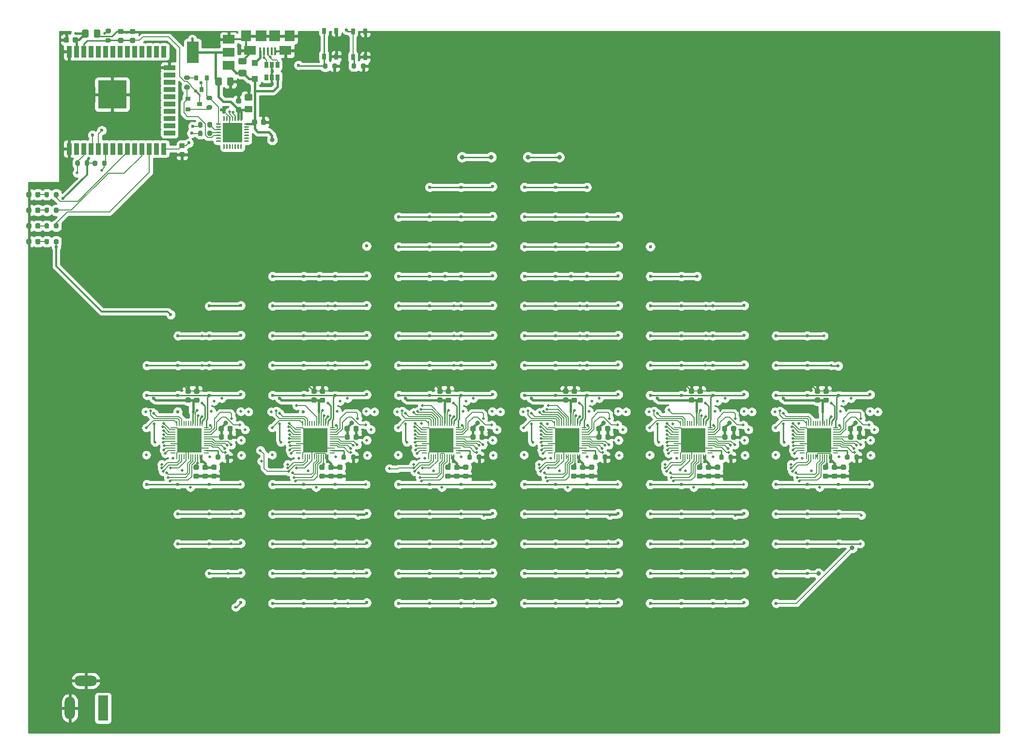
<source format=gbr>
%TF.GenerationSoftware,KiCad,Pcbnew,(5.1.7)-1*%
%TF.CreationDate,2021-01-23T13:14:39+03:00*%
%TF.ProjectId,LED_Cloud,4c45445f-436c-46f7-9564-2e6b69636164,rev?*%
%TF.SameCoordinates,Original*%
%TF.FileFunction,Copper,L4,Bot*%
%TF.FilePolarity,Positive*%
%FSLAX46Y46*%
G04 Gerber Fmt 4.6, Leading zero omitted, Abs format (unit mm)*
G04 Created by KiCad (PCBNEW (5.1.7)-1) date 2021-01-23 13:14:39*
%MOMM*%
%LPD*%
G01*
G04 APERTURE LIST*
%TA.AperFunction,SMDPad,CuDef*%
%ADD10R,5.000000X5.000000*%
%TD*%
%TA.AperFunction,SMDPad,CuDef*%
%ADD11R,0.900000X2.000000*%
%TD*%
%TA.AperFunction,SMDPad,CuDef*%
%ADD12R,2.000000X0.900000*%
%TD*%
%TA.AperFunction,ComponentPad*%
%ADD13R,1.800000X4.400000*%
%TD*%
%TA.AperFunction,ComponentPad*%
%ADD14O,1.800000X4.000000*%
%TD*%
%TA.AperFunction,ComponentPad*%
%ADD15O,4.000000X1.800000*%
%TD*%
%TA.AperFunction,SMDPad,CuDef*%
%ADD16R,4.241800X4.241800*%
%TD*%
%TA.AperFunction,SMDPad,CuDef*%
%ADD17R,0.203200X0.812800*%
%TD*%
%TA.AperFunction,SMDPad,CuDef*%
%ADD18R,0.812800X0.203200*%
%TD*%
%TA.AperFunction,SMDPad,CuDef*%
%ADD19R,0.700000X1.000000*%
%TD*%
%TA.AperFunction,SMDPad,CuDef*%
%ADD20R,3.350000X3.350000*%
%TD*%
%TA.AperFunction,SMDPad,CuDef*%
%ADD21R,2.000000X1.500000*%
%TD*%
%TA.AperFunction,SMDPad,CuDef*%
%ADD22R,2.000000X3.800000*%
%TD*%
%TA.AperFunction,SMDPad,CuDef*%
%ADD23R,0.800000X0.900000*%
%TD*%
%TA.AperFunction,SMDPad,CuDef*%
%ADD24R,0.900000X0.800000*%
%TD*%
%TA.AperFunction,SMDPad,CuDef*%
%ADD25R,1.900000X1.900000*%
%TD*%
%TA.AperFunction,SMDPad,CuDef*%
%ADD26R,1.800000X1.900000*%
%TD*%
%TA.AperFunction,SMDPad,CuDef*%
%ADD27R,2.100000X1.600000*%
%TD*%
%TA.AperFunction,SMDPad,CuDef*%
%ADD28R,0.400000X1.350000*%
%TD*%
%TA.AperFunction,SMDPad,CuDef*%
%ADD29R,0.650000X1.060000*%
%TD*%
%TA.AperFunction,SMDPad,CuDef*%
%ADD30R,1.100000X1.100000*%
%TD*%
%TA.AperFunction,ViaPad*%
%ADD31C,0.500000*%
%TD*%
%TA.AperFunction,ViaPad*%
%ADD32C,0.600000*%
%TD*%
%TA.AperFunction,ViaPad*%
%ADD33C,0.800000*%
%TD*%
%TA.AperFunction,Conductor*%
%ADD34C,0.200000*%
%TD*%
%TA.AperFunction,Conductor*%
%ADD35C,0.250000*%
%TD*%
%TA.AperFunction,Conductor*%
%ADD36C,0.450000*%
%TD*%
%TA.AperFunction,Conductor*%
%ADD37C,0.300000*%
%TD*%
%TA.AperFunction,Conductor*%
%ADD38C,0.254000*%
%TD*%
%TA.AperFunction,Conductor*%
%ADD39C,0.100000*%
%TD*%
G04 APERTURE END LIST*
D10*
%TO.P,U3,39*%
%TO.N,GND*%
X30305000Y-49730000D03*
D11*
%TO.P,U3,1*%
X22805000Y-42230000D03*
%TO.P,U3,2*%
%TO.N,+3V3*%
X24075000Y-42230000D03*
%TO.P,U3,3*%
%TO.N,EN*%
X25345000Y-42230000D03*
%TO.P,U3,4*%
%TO.N,Net-(U3-Pad4)*%
X26615000Y-42230000D03*
%TO.P,U3,5*%
%TO.N,Net-(U3-Pad5)*%
X27885000Y-42230000D03*
%TO.P,U3,6*%
%TO.N,Net-(U3-Pad6)*%
X29155000Y-42230000D03*
%TO.P,U3,7*%
%TO.N,Net-(U3-Pad7)*%
X30425000Y-42230000D03*
%TO.P,U3,8*%
%TO.N,Net-(U3-Pad8)*%
X31695000Y-42230000D03*
%TO.P,U3,9*%
%TO.N,Net-(U3-Pad9)*%
X32965000Y-42230000D03*
%TO.P,U3,10*%
%TO.N,Net-(U3-Pad10)*%
X34235000Y-42230000D03*
%TO.P,U3,11*%
%TO.N,Net-(U3-Pad11)*%
X35505000Y-42230000D03*
%TO.P,U3,12*%
%TO.N,Net-(U3-Pad12)*%
X36775000Y-42230000D03*
%TO.P,U3,13*%
%TO.N,Net-(U3-Pad13)*%
X38045000Y-42230000D03*
%TO.P,U3,14*%
%TO.N,Net-(U3-Pad14)*%
X39315000Y-42230000D03*
D12*
%TO.P,U3,15*%
%TO.N,GND*%
X40315000Y-45015000D03*
%TO.P,U3,16*%
%TO.N,Net-(U3-Pad16)*%
X40315000Y-46285000D03*
%TO.P,U3,17*%
%TO.N,Net-(U3-Pad17)*%
X40315000Y-47555000D03*
%TO.P,U3,18*%
%TO.N,Net-(U3-Pad18)*%
X40315000Y-48825000D03*
%TO.P,U3,19*%
%TO.N,Net-(U3-Pad19)*%
X40315000Y-50095000D03*
%TO.P,U3,20*%
%TO.N,Net-(U3-Pad20)*%
X40315000Y-51365000D03*
%TO.P,U3,21*%
%TO.N,Net-(U3-Pad21)*%
X40315000Y-52635000D03*
%TO.P,U3,22*%
%TO.N,Net-(U3-Pad22)*%
X40315000Y-53905000D03*
%TO.P,U3,23*%
%TO.N,Net-(U3-Pad23)*%
X40315000Y-55175000D03*
%TO.P,U3,24*%
%TO.N,Net-(U3-Pad24)*%
X40315000Y-56445000D03*
D11*
%TO.P,U3,25*%
%TO.N,IO_0*%
X39315000Y-59230000D03*
%TO.P,U3,26*%
%TO.N,Net-(U3-Pad26)*%
X38045000Y-59230000D03*
%TO.P,U3,27*%
%TO.N,Net-(R12-Pad2)*%
X36775000Y-59230000D03*
%TO.P,U3,28*%
%TO.N,Net-(R13-Pad2)*%
X35505000Y-59230000D03*
%TO.P,U3,29*%
%TO.N,Net-(U3-Pad29)*%
X34235000Y-59230000D03*
%TO.P,U3,30*%
%TO.N,Net-(R14-Pad2)*%
X32965000Y-59230000D03*
%TO.P,U3,31*%
%TO.N,Net-(U3-Pad31)*%
X31695000Y-59230000D03*
%TO.P,U3,32*%
%TO.N,Net-(U3-Pad32)*%
X30425000Y-59230000D03*
%TO.P,U3,33*%
%TO.N,SDA*%
X29155000Y-59230000D03*
%TO.P,U3,34*%
%TO.N,RXD_0*%
X27885000Y-59230000D03*
%TO.P,U3,35*%
%TO.N,TXD_0*%
X26615000Y-59230000D03*
%TO.P,U3,36*%
%TO.N,SCL*%
X25345000Y-59230000D03*
%TO.P,U3,37*%
%TO.N,Net-(U3-Pad37)*%
X24075000Y-59230000D03*
%TO.P,U3,38*%
%TO.N,GND*%
X22805000Y-59230000D03*
%TD*%
D13*
%TO.P,J2,1*%
%TO.N,VBUS*%
X28700000Y-157090000D03*
D14*
%TO.P,J2,2*%
%TO.N,GND*%
X22900000Y-157090000D03*
D15*
%TO.P,J2,3*%
X25700000Y-152290000D03*
%TD*%
D16*
%TO.P,U9,49*%
%TO.N,GND*%
X153840000Y-110210000D03*
D17*
%TO.P,U9,48*%
X151639999Y-113156400D03*
%TO.P,U9,47*%
%TO.N,IICRST*%
X152040001Y-113156400D03*
%TO.P,U9,46*%
%TO.N,SDB*%
X152440000Y-113156400D03*
%TO.P,U9,45*%
%TO.N,Net-(U9-Pad45)*%
X152839999Y-113156400D03*
%TO.P,U9,44*%
%TO.N,VBUS*%
X153240001Y-113156400D03*
%TO.P,U9,43*%
X153640000Y-113156400D03*
%TO.P,U9,42*%
%TO.N,SCL*%
X154040000Y-113156400D03*
%TO.P,U9,41*%
%TO.N,SDA*%
X154439999Y-113156400D03*
%TO.P,U9,40*%
%TO.N,SYNC*%
X154840001Y-113156400D03*
%TO.P,U9,39*%
%TO.N,+3V3*%
X155240000Y-113156400D03*
%TO.P,U9,38*%
%TO.N,VBUS*%
X155639999Y-113156400D03*
%TO.P,U9,37*%
X156040001Y-113156400D03*
D18*
%TO.P,U9,36*%
%TO.N,Net-(U9-Pad36)*%
X156786400Y-112410001D03*
%TO.P,U9,35*%
%TO.N,Net-(R35-Pad2)*%
X156786400Y-112009999D03*
%TO.P,U9,34*%
%TO.N,GND*%
X156786400Y-111610000D03*
%TO.P,U9,33*%
%TO.N,Net-(D338-Pad4)*%
X156786400Y-111210001D03*
%TO.P,U9,32*%
%TO.N,Net-(D337-Pad4)*%
X156786400Y-110809999D03*
%TO.P,U9,31*%
%TO.N,Net-(D336-Pad4)*%
X156786400Y-110410000D03*
%TO.P,U9,30*%
%TO.N,Net-(D335-Pad4)*%
X156786400Y-110010000D03*
%TO.P,U9,29*%
%TO.N,VBUS*%
X156786400Y-109610001D03*
%TO.P,U9,28*%
%TO.N,Net-(D334-Pad4)*%
X156786400Y-109209999D03*
%TO.P,U9,27*%
%TO.N,Net-(D333-Pad4)*%
X156786400Y-108810000D03*
%TO.P,U9,26*%
%TO.N,Net-(D332-Pad4)*%
X156786400Y-108410001D03*
%TO.P,U9,25*%
%TO.N,Net-(D331-Pad4)*%
X156786400Y-108009999D03*
D17*
%TO.P,U9,24*%
%TO.N,Net-(D330-Pad4)*%
X156040001Y-107263600D03*
%TO.P,U9,23*%
%TO.N,Net-(D329-Pad4)*%
X155639999Y-107263600D03*
%TO.P,U9,22*%
%TO.N,Net-(U9-Pad22)*%
X155240000Y-107263600D03*
%TO.P,U9,21*%
%TO.N,Net-(U9-Pad21)*%
X154840001Y-107263600D03*
%TO.P,U9,20*%
%TO.N,VBUS*%
X154439999Y-107263600D03*
%TO.P,U9,19*%
%TO.N,Net-(U9-Pad19)*%
X154040000Y-107263600D03*
%TO.P,U9,18*%
%TO.N,Net-(U9-Pad18)*%
X153640000Y-107263600D03*
%TO.P,U9,17*%
%TO.N,Net-(U9-Pad17)*%
X153240001Y-107263600D03*
%TO.P,U9,16*%
%TO.N,Net-(U9-Pad16)*%
X152839999Y-107263600D03*
%TO.P,U9,15*%
%TO.N,Net-(D329-Pad1)*%
X152440000Y-107263600D03*
%TO.P,U9,14*%
%TO.N,Net-(D329-Pad2)*%
X152040001Y-107263600D03*
%TO.P,U9,13*%
%TO.N,Net-(D329-Pad3)*%
X151639999Y-107263600D03*
D18*
%TO.P,U9,12*%
%TO.N,GND*%
X150893600Y-108009999D03*
%TO.P,U9,11*%
%TO.N,Net-(D345-Pad1)*%
X150893600Y-108410001D03*
%TO.P,U9,10*%
%TO.N,Net-(D345-Pad2)*%
X150893600Y-108810000D03*
%TO.P,U9,9*%
%TO.N,Net-(D345-Pad3)*%
X150893600Y-109209999D03*
%TO.P,U9,8*%
%TO.N,Net-(D361-Pad1)*%
X150893600Y-109610001D03*
%TO.P,U9,7*%
%TO.N,Net-(D361-Pad2)*%
X150893600Y-110010000D03*
%TO.P,U9,6*%
%TO.N,Net-(D361-Pad3)*%
X150893600Y-110410000D03*
%TO.P,U9,5*%
%TO.N,GND*%
X150893600Y-110809999D03*
%TO.P,U9,4*%
%TO.N,Net-(D378-Pad1)*%
X150893600Y-111210001D03*
%TO.P,U9,3*%
%TO.N,Net-(D378-Pad2)*%
X150893600Y-111610000D03*
%TO.P,U9,2*%
%TO.N,Net-(D378-Pad3)*%
X150893600Y-112009999D03*
%TO.P,U9,1*%
%TO.N,Net-(U9-Pad1)*%
X150893600Y-112410001D03*
%TD*%
D16*
%TO.P,U8,49*%
%TO.N,GND*%
X131840000Y-110210000D03*
D17*
%TO.P,U8,48*%
X129639999Y-113156400D03*
%TO.P,U8,47*%
%TO.N,IICRST*%
X130040001Y-113156400D03*
%TO.P,U8,46*%
%TO.N,SDB*%
X130440000Y-113156400D03*
%TO.P,U8,45*%
%TO.N,Net-(U8-Pad45)*%
X130839999Y-113156400D03*
%TO.P,U8,44*%
%TO.N,VBUS*%
X131240001Y-113156400D03*
%TO.P,U8,43*%
%TO.N,GND*%
X131640000Y-113156400D03*
%TO.P,U8,42*%
%TO.N,SCL*%
X132040000Y-113156400D03*
%TO.P,U8,41*%
%TO.N,SDA*%
X132439999Y-113156400D03*
%TO.P,U8,40*%
%TO.N,SYNC*%
X132840001Y-113156400D03*
%TO.P,U8,39*%
%TO.N,+3V3*%
X133240000Y-113156400D03*
%TO.P,U8,38*%
%TO.N,VBUS*%
X133639999Y-113156400D03*
%TO.P,U8,37*%
X134040001Y-113156400D03*
D18*
%TO.P,U8,36*%
%TO.N,Net-(U8-Pad36)*%
X134786400Y-112410001D03*
%TO.P,U8,35*%
%TO.N,Net-(R30-Pad2)*%
X134786400Y-112009999D03*
%TO.P,U8,34*%
%TO.N,GND*%
X134786400Y-111610000D03*
%TO.P,U8,33*%
%TO.N,Net-(D274-Pad4)*%
X134786400Y-111210001D03*
%TO.P,U8,32*%
%TO.N,Net-(D273-Pad4)*%
X134786400Y-110809999D03*
%TO.P,U8,31*%
%TO.N,Net-(D272-Pad4)*%
X134786400Y-110410000D03*
%TO.P,U8,30*%
%TO.N,Net-(D271-Pad4)*%
X134786400Y-110010000D03*
%TO.P,U8,29*%
%TO.N,VBUS*%
X134786400Y-109610001D03*
%TO.P,U8,28*%
%TO.N,Net-(D270-Pad4)*%
X134786400Y-109209999D03*
%TO.P,U8,27*%
%TO.N,Net-(D269-Pad4)*%
X134786400Y-108810000D03*
%TO.P,U8,26*%
%TO.N,Net-(D268-Pad4)*%
X134786400Y-108410001D03*
%TO.P,U8,25*%
%TO.N,Net-(D267-Pad4)*%
X134786400Y-108009999D03*
D17*
%TO.P,U8,24*%
%TO.N,Net-(D266-Pad4)*%
X134040001Y-107263600D03*
%TO.P,U8,23*%
%TO.N,Net-(D265-Pad4)*%
X133639999Y-107263600D03*
%TO.P,U8,22*%
%TO.N,Net-(D264-Pad4)*%
X133240000Y-107263600D03*
%TO.P,U8,21*%
%TO.N,Net-(D263-Pad4)*%
X132840001Y-107263600D03*
%TO.P,U8,20*%
%TO.N,VBUS*%
X132439999Y-107263600D03*
%TO.P,U8,19*%
%TO.N,Net-(D262-Pad4)*%
X132040000Y-107263600D03*
%TO.P,U8,18*%
%TO.N,Net-(U8-Pad18)*%
X131640000Y-107263600D03*
%TO.P,U8,17*%
%TO.N,Net-(U8-Pad17)*%
X131240001Y-107263600D03*
%TO.P,U8,16*%
%TO.N,Net-(U8-Pad16)*%
X130839999Y-107263600D03*
%TO.P,U8,15*%
%TO.N,Net-(D262-Pad1)*%
X130440000Y-107263600D03*
%TO.P,U8,14*%
%TO.N,Net-(D262-Pad2)*%
X130040001Y-107263600D03*
%TO.P,U8,13*%
%TO.N,Net-(D262-Pad3)*%
X129639999Y-107263600D03*
D18*
%TO.P,U8,12*%
%TO.N,GND*%
X128893600Y-108009999D03*
%TO.P,U8,11*%
%TO.N,Net-(D279-Pad1)*%
X128893600Y-108410001D03*
%TO.P,U8,10*%
%TO.N,Net-(D279-Pad2)*%
X128893600Y-108810000D03*
%TO.P,U8,9*%
%TO.N,Net-(D279-Pad3)*%
X128893600Y-109209999D03*
%TO.P,U8,8*%
%TO.N,Net-(D296-Pad1)*%
X128893600Y-109610001D03*
%TO.P,U8,7*%
%TO.N,Net-(D296-Pad2)*%
X128893600Y-110010000D03*
%TO.P,U8,6*%
%TO.N,Net-(D296-Pad3)*%
X128893600Y-110410000D03*
%TO.P,U8,5*%
%TO.N,GND*%
X128893600Y-110809999D03*
%TO.P,U8,4*%
%TO.N,Net-(D312-Pad1)*%
X128893600Y-111210001D03*
%TO.P,U8,3*%
%TO.N,Net-(D312-Pad2)*%
X128893600Y-111610000D03*
%TO.P,U8,2*%
%TO.N,Net-(D312-Pad3)*%
X128893600Y-112009999D03*
%TO.P,U8,1*%
%TO.N,Net-(U8-Pad1)*%
X128893600Y-112410001D03*
%TD*%
D16*
%TO.P,U7,49*%
%TO.N,GND*%
X109840000Y-110210000D03*
D17*
%TO.P,U7,48*%
X107639999Y-113156400D03*
%TO.P,U7,47*%
%TO.N,IICRST*%
X108040001Y-113156400D03*
%TO.P,U7,46*%
%TO.N,SDB*%
X108440000Y-113156400D03*
%TO.P,U7,45*%
%TO.N,Net-(U7-Pad45)*%
X108839999Y-113156400D03*
%TO.P,U7,44*%
%TO.N,GND*%
X109240001Y-113156400D03*
%TO.P,U7,43*%
%TO.N,SCL*%
X109640000Y-113156400D03*
%TO.P,U7,42*%
X110040000Y-113156400D03*
%TO.P,U7,41*%
%TO.N,SDA*%
X110439999Y-113156400D03*
%TO.P,U7,40*%
%TO.N,SYNC*%
X110840001Y-113156400D03*
%TO.P,U7,39*%
%TO.N,+3V3*%
X111240000Y-113156400D03*
%TO.P,U7,38*%
%TO.N,VBUS*%
X111639999Y-113156400D03*
%TO.P,U7,37*%
X112040001Y-113156400D03*
D18*
%TO.P,U7,36*%
%TO.N,Net-(U7-Pad36)*%
X112786400Y-112410001D03*
%TO.P,U7,35*%
%TO.N,Net-(R25-Pad2)*%
X112786400Y-112009999D03*
%TO.P,U7,34*%
%TO.N,GND*%
X112786400Y-111610000D03*
%TO.P,U7,33*%
%TO.N,Net-(D210-Pad4)*%
X112786400Y-111210001D03*
%TO.P,U7,32*%
%TO.N,Net-(D209-Pad4)*%
X112786400Y-110809999D03*
%TO.P,U7,31*%
%TO.N,Net-(D208-Pad4)*%
X112786400Y-110410000D03*
%TO.P,U7,30*%
%TO.N,Net-(D207-Pad4)*%
X112786400Y-110010000D03*
%TO.P,U7,29*%
%TO.N,VBUS*%
X112786400Y-109610001D03*
%TO.P,U7,28*%
%TO.N,Net-(D206-Pad4)*%
X112786400Y-109209999D03*
%TO.P,U7,27*%
%TO.N,Net-(D205-Pad4)*%
X112786400Y-108810000D03*
%TO.P,U7,26*%
%TO.N,Net-(D204-Pad4)*%
X112786400Y-108410001D03*
%TO.P,U7,25*%
%TO.N,Net-(D203-Pad4)*%
X112786400Y-108009999D03*
D17*
%TO.P,U7,24*%
%TO.N,Net-(D202-Pad4)*%
X112040001Y-107263600D03*
%TO.P,U7,23*%
%TO.N,Net-(D201-Pad4)*%
X111639999Y-107263600D03*
%TO.P,U7,22*%
%TO.N,Net-(D200-Pad4)*%
X111240000Y-107263600D03*
%TO.P,U7,21*%
%TO.N,Net-(D199-Pad4)*%
X110840001Y-107263600D03*
%TO.P,U7,20*%
%TO.N,VBUS*%
X110439999Y-107263600D03*
%TO.P,U7,19*%
%TO.N,Net-(D198-Pad4)*%
X110040000Y-107263600D03*
%TO.P,U7,18*%
%TO.N,Net-(D197-Pad4)*%
X109640000Y-107263600D03*
%TO.P,U7,17*%
%TO.N,Net-(D196-Pad4)*%
X109240001Y-107263600D03*
%TO.P,U7,16*%
%TO.N,Net-(D195-Pad4)*%
X108839999Y-107263600D03*
%TO.P,U7,15*%
%TO.N,Net-(D195-Pad1)*%
X108440000Y-107263600D03*
%TO.P,U7,14*%
%TO.N,Net-(D195-Pad2)*%
X108040001Y-107263600D03*
%TO.P,U7,13*%
%TO.N,Net-(D195-Pad3)*%
X107639999Y-107263600D03*
D18*
%TO.P,U7,12*%
%TO.N,GND*%
X106893600Y-108009999D03*
%TO.P,U7,11*%
%TO.N,Net-(D211-Pad1)*%
X106893600Y-108410001D03*
%TO.P,U7,10*%
%TO.N,Net-(D211-Pad2)*%
X106893600Y-108810000D03*
%TO.P,U7,9*%
%TO.N,Net-(D211-Pad3)*%
X106893600Y-109209999D03*
%TO.P,U7,8*%
%TO.N,Net-(D228-Pad1)*%
X106893600Y-109610001D03*
%TO.P,U7,7*%
%TO.N,Net-(D228-Pad2)*%
X106893600Y-110010000D03*
%TO.P,U7,6*%
%TO.N,Net-(D228-Pad3)*%
X106893600Y-110410000D03*
%TO.P,U7,5*%
%TO.N,GND*%
X106893600Y-110809999D03*
%TO.P,U7,4*%
%TO.N,Net-(D245-Pad1)*%
X106893600Y-111210001D03*
%TO.P,U7,3*%
%TO.N,Net-(D245-Pad2)*%
X106893600Y-111610000D03*
%TO.P,U7,2*%
%TO.N,Net-(D245-Pad3)*%
X106893600Y-112009999D03*
%TO.P,U7,1*%
%TO.N,Net-(U7-Pad1)*%
X106893600Y-112410001D03*
%TD*%
D16*
%TO.P,U6,49*%
%TO.N,GND*%
X87840000Y-110210000D03*
D17*
%TO.P,U6,48*%
X85639999Y-113156400D03*
%TO.P,U6,47*%
%TO.N,IICRST*%
X86040001Y-113156400D03*
%TO.P,U6,46*%
%TO.N,SDB*%
X86440000Y-113156400D03*
%TO.P,U6,45*%
%TO.N,Net-(U6-Pad45)*%
X86839999Y-113156400D03*
%TO.P,U6,44*%
%TO.N,GND*%
X87240001Y-113156400D03*
%TO.P,U6,43*%
%TO.N,SDA*%
X87640000Y-113156400D03*
%TO.P,U6,42*%
%TO.N,SCL*%
X88040000Y-113156400D03*
%TO.P,U6,41*%
%TO.N,SDA*%
X88439999Y-113156400D03*
%TO.P,U6,40*%
%TO.N,SYNC*%
X88840001Y-113156400D03*
%TO.P,U6,39*%
%TO.N,+3V3*%
X89240000Y-113156400D03*
%TO.P,U6,38*%
%TO.N,VBUS*%
X89639999Y-113156400D03*
%TO.P,U6,37*%
X90040001Y-113156400D03*
D18*
%TO.P,U6,36*%
%TO.N,Net-(U6-Pad36)*%
X90786400Y-112410001D03*
%TO.P,U6,35*%
%TO.N,Net-(R20-Pad2)*%
X90786400Y-112009999D03*
%TO.P,U6,34*%
%TO.N,GND*%
X90786400Y-111610000D03*
%TO.P,U6,33*%
%TO.N,Net-(D146-Pad4)*%
X90786400Y-111210001D03*
%TO.P,U6,32*%
%TO.N,Net-(D145-Pad4)*%
X90786400Y-110809999D03*
%TO.P,U6,31*%
%TO.N,Net-(D144-Pad4)*%
X90786400Y-110410000D03*
%TO.P,U6,30*%
%TO.N,Net-(D143-Pad4)*%
X90786400Y-110010000D03*
%TO.P,U6,29*%
%TO.N,VBUS*%
X90786400Y-109610001D03*
%TO.P,U6,28*%
%TO.N,Net-(D142-Pad4)*%
X90786400Y-109209999D03*
%TO.P,U6,27*%
%TO.N,Net-(D141-Pad4)*%
X90786400Y-108810000D03*
%TO.P,U6,26*%
%TO.N,Net-(D140-Pad4)*%
X90786400Y-108410001D03*
%TO.P,U6,25*%
%TO.N,Net-(D139-Pad4)*%
X90786400Y-108009999D03*
D17*
%TO.P,U6,24*%
%TO.N,Net-(D138-Pad4)*%
X90040001Y-107263600D03*
%TO.P,U6,23*%
%TO.N,Net-(D137-Pad4)*%
X89639999Y-107263600D03*
%TO.P,U6,22*%
%TO.N,Net-(D136-Pad4)*%
X89240000Y-107263600D03*
%TO.P,U6,21*%
%TO.N,Net-(D135-Pad4)*%
X88840001Y-107263600D03*
%TO.P,U6,20*%
%TO.N,VBUS*%
X88439999Y-107263600D03*
%TO.P,U6,19*%
%TO.N,Net-(D134-Pad4)*%
X88040000Y-107263600D03*
%TO.P,U6,18*%
%TO.N,Net-(D133-Pad4)*%
X87640000Y-107263600D03*
%TO.P,U6,17*%
%TO.N,Net-(D148-Pad4)*%
X87240001Y-107263600D03*
%TO.P,U6,16*%
%TO.N,Net-(D163-Pad4)*%
X86839999Y-107263600D03*
%TO.P,U6,15*%
%TO.N,Net-(D133-Pad1)*%
X86440000Y-107263600D03*
%TO.P,U6,14*%
%TO.N,Net-(D133-Pad2)*%
X86040001Y-107263600D03*
%TO.P,U6,13*%
%TO.N,Net-(D133-Pad3)*%
X85639999Y-107263600D03*
D18*
%TO.P,U6,12*%
%TO.N,GND*%
X84893600Y-108009999D03*
%TO.P,U6,11*%
%TO.N,Net-(D148-Pad1)*%
X84893600Y-108410001D03*
%TO.P,U6,10*%
%TO.N,Net-(D148-Pad2)*%
X84893600Y-108810000D03*
%TO.P,U6,9*%
%TO.N,Net-(D148-Pad3)*%
X84893600Y-109209999D03*
%TO.P,U6,8*%
%TO.N,Net-(D163-Pad1)*%
X84893600Y-109610001D03*
%TO.P,U6,7*%
%TO.N,Net-(D163-Pad2)*%
X84893600Y-110010000D03*
%TO.P,U6,6*%
%TO.N,Net-(D163-Pad3)*%
X84893600Y-110410000D03*
%TO.P,U6,5*%
%TO.N,GND*%
X84893600Y-110809999D03*
%TO.P,U6,4*%
%TO.N,Net-(D179-Pad1)*%
X84893600Y-111210001D03*
%TO.P,U6,3*%
%TO.N,Net-(D179-Pad2)*%
X84893600Y-111610000D03*
%TO.P,U6,2*%
%TO.N,Net-(D179-Pad3)*%
X84893600Y-112009999D03*
%TO.P,U6,1*%
%TO.N,Net-(U6-Pad1)*%
X84893600Y-112410001D03*
%TD*%
D16*
%TO.P,U5,49*%
%TO.N,GND*%
X65840000Y-110210000D03*
D17*
%TO.P,U5,48*%
X63639999Y-113156400D03*
%TO.P,U5,47*%
%TO.N,IICRST*%
X64040001Y-113156400D03*
%TO.P,U5,46*%
%TO.N,SDB*%
X64440000Y-113156400D03*
%TO.P,U5,45*%
%TO.N,Net-(U5-Pad45)*%
X64839999Y-113156400D03*
%TO.P,U5,44*%
%TO.N,GND*%
X65240001Y-113156400D03*
%TO.P,U5,43*%
%TO.N,VBUS*%
X65640000Y-113156400D03*
%TO.P,U5,42*%
%TO.N,SCL*%
X66040000Y-113156400D03*
%TO.P,U5,41*%
%TO.N,SDA*%
X66439999Y-113156400D03*
%TO.P,U5,40*%
%TO.N,SYNC*%
X66840001Y-113156400D03*
%TO.P,U5,39*%
%TO.N,+3V3*%
X67240000Y-113156400D03*
%TO.P,U5,38*%
%TO.N,VBUS*%
X67639999Y-113156400D03*
%TO.P,U5,37*%
X68040001Y-113156400D03*
D18*
%TO.P,U5,36*%
%TO.N,Net-(U5-Pad36)*%
X68786400Y-112410001D03*
%TO.P,U5,35*%
%TO.N,Net-(R15-Pad2)*%
X68786400Y-112009999D03*
%TO.P,U5,34*%
%TO.N,GND*%
X68786400Y-111610000D03*
%TO.P,U5,33*%
%TO.N,Net-(D114-Pad4)*%
X68786400Y-111210001D03*
%TO.P,U5,32*%
%TO.N,Net-(D113-Pad4)*%
X68786400Y-110809999D03*
%TO.P,U5,31*%
%TO.N,Net-(D112-Pad4)*%
X68786400Y-110410000D03*
%TO.P,U5,30*%
%TO.N,Net-(D111-Pad4)*%
X68786400Y-110010000D03*
%TO.P,U5,29*%
%TO.N,VBUS*%
X68786400Y-109610001D03*
%TO.P,U5,28*%
%TO.N,Net-(D110-Pad4)*%
X68786400Y-109209999D03*
%TO.P,U5,27*%
%TO.N,Net-(D109-Pad4)*%
X68786400Y-108810000D03*
%TO.P,U5,26*%
%TO.N,Net-(D108-Pad4)*%
X68786400Y-108410001D03*
%TO.P,U5,25*%
%TO.N,Net-(D107-Pad4)*%
X68786400Y-108009999D03*
D17*
%TO.P,U5,24*%
%TO.N,Net-(D106-Pad4)*%
X68040001Y-107263600D03*
%TO.P,U5,23*%
%TO.N,Net-(D105-Pad4)*%
X67639999Y-107263600D03*
%TO.P,U5,22*%
%TO.N,Net-(D104-Pad4)*%
X67240000Y-107263600D03*
%TO.P,U5,21*%
%TO.N,Net-(D103-Pad4)*%
X66840001Y-107263600D03*
%TO.P,U5,20*%
%TO.N,VBUS*%
X66439999Y-107263600D03*
%TO.P,U5,19*%
%TO.N,Net-(D118-Pad4)*%
X66040000Y-107263600D03*
%TO.P,U5,18*%
%TO.N,Net-(U5-Pad18)*%
X65640000Y-107263600D03*
%TO.P,U5,17*%
%TO.N,Net-(U5-Pad17)*%
X65240001Y-107263600D03*
%TO.P,U5,16*%
%TO.N,Net-(U5-Pad16)*%
X64839999Y-107263600D03*
%TO.P,U5,15*%
%TO.N,Net-(D71-Pad1)*%
X64440000Y-107263600D03*
%TO.P,U5,14*%
%TO.N,Net-(D71-Pad2)*%
X64040001Y-107263600D03*
%TO.P,U5,13*%
%TO.N,Net-(D71-Pad3)*%
X63639999Y-107263600D03*
D18*
%TO.P,U5,12*%
%TO.N,GND*%
X62893600Y-108009999D03*
%TO.P,U5,11*%
%TO.N,Net-(D87-Pad1)*%
X62893600Y-108410001D03*
%TO.P,U5,10*%
%TO.N,Net-(D87-Pad2)*%
X62893600Y-108810000D03*
%TO.P,U5,9*%
%TO.N,Net-(D87-Pad3)*%
X62893600Y-109209999D03*
%TO.P,U5,8*%
%TO.N,Net-(D103-Pad1)*%
X62893600Y-109610001D03*
%TO.P,U5,7*%
%TO.N,Net-(D103-Pad2)*%
X62893600Y-110010000D03*
%TO.P,U5,6*%
%TO.N,Net-(D103-Pad3)*%
X62893600Y-110410000D03*
%TO.P,U5,5*%
%TO.N,GND*%
X62893600Y-110809999D03*
%TO.P,U5,4*%
%TO.N,Net-(D118-Pad1)*%
X62893600Y-111210001D03*
%TO.P,U5,3*%
%TO.N,Net-(D118-Pad2)*%
X62893600Y-111610000D03*
%TO.P,U5,2*%
%TO.N,Net-(D118-Pad3)*%
X62893600Y-112009999D03*
%TO.P,U5,1*%
%TO.N,Net-(U5-Pad1)*%
X62893600Y-112410001D03*
%TD*%
D16*
%TO.P,U4,49*%
%TO.N,GND*%
X43840000Y-110210000D03*
D17*
%TO.P,U4,48*%
X41639999Y-113156400D03*
%TO.P,U4,47*%
%TO.N,IICRST*%
X42040001Y-113156400D03*
%TO.P,U4,46*%
%TO.N,SDB*%
X42440000Y-113156400D03*
%TO.P,U4,45*%
%TO.N,Net-(U4-Pad45)*%
X42839999Y-113156400D03*
%TO.P,U4,44*%
%TO.N,GND*%
X43240001Y-113156400D03*
%TO.P,U4,43*%
X43640000Y-113156400D03*
%TO.P,U4,42*%
%TO.N,SCL*%
X44040000Y-113156400D03*
%TO.P,U4,41*%
%TO.N,SDA*%
X44439999Y-113156400D03*
%TO.P,U4,40*%
%TO.N,SYNC*%
X44840001Y-113156400D03*
%TO.P,U4,39*%
%TO.N,+3V3*%
X45240000Y-113156400D03*
%TO.P,U4,38*%
%TO.N,VBUS*%
X45639999Y-113156400D03*
%TO.P,U4,37*%
X46040001Y-113156400D03*
D18*
%TO.P,U4,36*%
%TO.N,Net-(U4-Pad36)*%
X46786400Y-112410001D03*
%TO.P,U4,35*%
%TO.N,Net-(R10-Pad2)*%
X46786400Y-112009999D03*
%TO.P,U4,34*%
%TO.N,GND*%
X46786400Y-111610000D03*
%TO.P,U4,33*%
%TO.N,Net-(D66-Pad4)*%
X46786400Y-111210001D03*
%TO.P,U4,32*%
%TO.N,Net-(D49-Pad4)*%
X46786400Y-110809999D03*
%TO.P,U4,31*%
%TO.N,Net-(D32-Pad4)*%
X46786400Y-110410000D03*
%TO.P,U4,30*%
%TO.N,Net-(D31-Pad4)*%
X46786400Y-110010000D03*
%TO.P,U4,29*%
%TO.N,VBUS*%
X46786400Y-109610001D03*
%TO.P,U4,28*%
%TO.N,Net-(D14-Pad4)*%
X46786400Y-109209999D03*
%TO.P,U4,27*%
%TO.N,Net-(D13-Pad4)*%
X46786400Y-108810000D03*
%TO.P,U4,26*%
%TO.N,Net-(D12-Pad4)*%
X46786400Y-108410001D03*
%TO.P,U4,25*%
%TO.N,Net-(D11-Pad4)*%
X46786400Y-108009999D03*
D17*
%TO.P,U4,24*%
%TO.N,Net-(D10-Pad4)*%
X46040001Y-107263600D03*
%TO.P,U4,23*%
%TO.N,Net-(D25-Pad4)*%
X45639999Y-107263600D03*
%TO.P,U4,22*%
%TO.N,Net-(D40-Pad4)*%
X45240000Y-107263600D03*
%TO.P,U4,21*%
%TO.N,Net-(D55-Pad4)*%
X44840001Y-107263600D03*
%TO.P,U4,20*%
%TO.N,VBUS*%
X44439999Y-107263600D03*
%TO.P,U4,19*%
%TO.N,Net-(U4-Pad19)*%
X44040000Y-107263600D03*
%TO.P,U4,18*%
%TO.N,Net-(U4-Pad18)*%
X43640000Y-107263600D03*
%TO.P,U4,17*%
%TO.N,Net-(U4-Pad17)*%
X43240001Y-107263600D03*
%TO.P,U4,16*%
%TO.N,Net-(U4-Pad16)*%
X42839999Y-107263600D03*
%TO.P,U4,15*%
%TO.N,Net-(D10-Pad1)*%
X42440000Y-107263600D03*
%TO.P,U4,14*%
%TO.N,Net-(D10-Pad2)*%
X42040001Y-107263600D03*
%TO.P,U4,13*%
%TO.N,Net-(D10-Pad3)*%
X41639999Y-107263600D03*
D18*
%TO.P,U4,12*%
%TO.N,GND*%
X40893600Y-108009999D03*
%TO.P,U4,11*%
%TO.N,Net-(D25-Pad1)*%
X40893600Y-108410001D03*
%TO.P,U4,10*%
%TO.N,Net-(D25-Pad2)*%
X40893600Y-108810000D03*
%TO.P,U4,9*%
%TO.N,Net-(D25-Pad3)*%
X40893600Y-109209999D03*
%TO.P,U4,8*%
%TO.N,Net-(D40-Pad1)*%
X40893600Y-109610001D03*
%TO.P,U4,7*%
%TO.N,Net-(D40-Pad2)*%
X40893600Y-110010000D03*
%TO.P,U4,6*%
%TO.N,Net-(D40-Pad3)*%
X40893600Y-110410000D03*
%TO.P,U4,5*%
%TO.N,GND*%
X40893600Y-110809999D03*
%TO.P,U4,4*%
%TO.N,Net-(D55-Pad1)*%
X40893600Y-111210001D03*
%TO.P,U4,3*%
%TO.N,Net-(D55-Pad2)*%
X40893600Y-111610000D03*
%TO.P,U4,2*%
%TO.N,Net-(D55-Pad3)*%
X40893600Y-112009999D03*
%TO.P,U4,1*%
%TO.N,Net-(U4-Pad1)*%
X40893600Y-112410001D03*
%TD*%
D19*
%TO.P,SW2,2*%
%TO.N,IO_0*%
X67325000Y-38570000D03*
X67325000Y-43070000D03*
%TO.P,SW2,1*%
%TO.N,GND*%
X69475000Y-38570000D03*
X69475000Y-43070000D03*
%TD*%
%TO.P,SW1,2*%
%TO.N,EN*%
X72395000Y-38680000D03*
X72395000Y-43180000D03*
%TO.P,SW1,1*%
%TO.N,GND*%
X74545000Y-38680000D03*
X74545000Y-43180000D03*
%TD*%
%TO.P,R17,2*%
%TO.N,IO_0*%
%TA.AperFunction,SMDPad,CuDef*%
G36*
G01*
X67955000Y-44475000D02*
X67955000Y-45025000D01*
G75*
G02*
X67755000Y-45225000I-200000J0D01*
G01*
X67355000Y-45225000D01*
G75*
G02*
X67155000Y-45025000I0J200000D01*
G01*
X67155000Y-44475000D01*
G75*
G02*
X67355000Y-44275000I200000J0D01*
G01*
X67755000Y-44275000D01*
G75*
G02*
X67955000Y-44475000I0J-200000D01*
G01*
G37*
%TD.AperFunction*%
%TO.P,R17,1*%
%TO.N,GND*%
%TA.AperFunction,SMDPad,CuDef*%
G36*
G01*
X69605000Y-44475000D02*
X69605000Y-45025000D01*
G75*
G02*
X69405000Y-45225000I-200000J0D01*
G01*
X69005000Y-45225000D01*
G75*
G02*
X68805000Y-45025000I0J200000D01*
G01*
X68805000Y-44475000D01*
G75*
G02*
X69005000Y-44275000I200000J0D01*
G01*
X69405000Y-44275000D01*
G75*
G02*
X69605000Y-44475000I0J-200000D01*
G01*
G37*
%TD.AperFunction*%
%TD*%
%TO.P,R16,2*%
%TO.N,EN*%
%TA.AperFunction,SMDPad,CuDef*%
G36*
G01*
X72955000Y-44445000D02*
X72955000Y-44995000D01*
G75*
G02*
X72755000Y-45195000I-200000J0D01*
G01*
X72355000Y-45195000D01*
G75*
G02*
X72155000Y-44995000I0J200000D01*
G01*
X72155000Y-44445000D01*
G75*
G02*
X72355000Y-44245000I200000J0D01*
G01*
X72755000Y-44245000D01*
G75*
G02*
X72955000Y-44445000I0J-200000D01*
G01*
G37*
%TD.AperFunction*%
%TO.P,R16,1*%
%TO.N,GND*%
%TA.AperFunction,SMDPad,CuDef*%
G36*
G01*
X74605000Y-44445000D02*
X74605000Y-44995000D01*
G75*
G02*
X74405000Y-45195000I-200000J0D01*
G01*
X74005000Y-45195000D01*
G75*
G02*
X73805000Y-44995000I0J200000D01*
G01*
X73805000Y-44445000D01*
G75*
G02*
X74005000Y-44245000I200000J0D01*
G01*
X74405000Y-44245000D01*
G75*
G02*
X74605000Y-44445000I0J-200000D01*
G01*
G37*
%TD.AperFunction*%
%TD*%
%TO.P,C52,2*%
%TO.N,GND*%
%TA.AperFunction,SMDPad,CuDef*%
G36*
G01*
X42270000Y-59775000D02*
X42770000Y-59775000D01*
G75*
G02*
X42995000Y-60000000I0J-225000D01*
G01*
X42995000Y-60450000D01*
G75*
G02*
X42770000Y-60675000I-225000J0D01*
G01*
X42270000Y-60675000D01*
G75*
G02*
X42045000Y-60450000I0J225000D01*
G01*
X42045000Y-60000000D01*
G75*
G02*
X42270000Y-59775000I225000J0D01*
G01*
G37*
%TD.AperFunction*%
%TO.P,C52,1*%
%TO.N,IO_0*%
%TA.AperFunction,SMDPad,CuDef*%
G36*
G01*
X42270000Y-58225000D02*
X42770000Y-58225000D01*
G75*
G02*
X42995000Y-58450000I0J-225000D01*
G01*
X42995000Y-58900000D01*
G75*
G02*
X42770000Y-59125000I-225000J0D01*
G01*
X42270000Y-59125000D01*
G75*
G02*
X42045000Y-58900000I0J225000D01*
G01*
X42045000Y-58450000D01*
G75*
G02*
X42270000Y-58225000I225000J0D01*
G01*
G37*
%TD.AperFunction*%
%TD*%
%TO.P,C51,2*%
%TO.N,GND*%
%TA.AperFunction,SMDPad,CuDef*%
G36*
G01*
X34130000Y-39155000D02*
X33630000Y-39155000D01*
G75*
G02*
X33405000Y-38930000I0J225000D01*
G01*
X33405000Y-38480000D01*
G75*
G02*
X33630000Y-38255000I225000J0D01*
G01*
X34130000Y-38255000D01*
G75*
G02*
X34355000Y-38480000I0J-225000D01*
G01*
X34355000Y-38930000D01*
G75*
G02*
X34130000Y-39155000I-225000J0D01*
G01*
G37*
%TD.AperFunction*%
%TO.P,C51,1*%
%TO.N,EN*%
%TA.AperFunction,SMDPad,CuDef*%
G36*
G01*
X34130000Y-40705000D02*
X33630000Y-40705000D01*
G75*
G02*
X33405000Y-40480000I0J225000D01*
G01*
X33405000Y-40030000D01*
G75*
G02*
X33630000Y-39805000I225000J0D01*
G01*
X34130000Y-39805000D01*
G75*
G02*
X34355000Y-40030000I0J-225000D01*
G01*
X34355000Y-40480000D01*
G75*
G02*
X34130000Y-40705000I-225000J0D01*
G01*
G37*
%TD.AperFunction*%
%TD*%
%TO.P,R14,2*%
%TO.N,Net-(R14-Pad2)*%
%TA.AperFunction,SMDPad,CuDef*%
G36*
G01*
X20125000Y-67515000D02*
X20125000Y-66965000D01*
G75*
G02*
X20325000Y-66765000I200000J0D01*
G01*
X20725000Y-66765000D01*
G75*
G02*
X20925000Y-66965000I0J-200000D01*
G01*
X20925000Y-67515000D01*
G75*
G02*
X20725000Y-67715000I-200000J0D01*
G01*
X20325000Y-67715000D01*
G75*
G02*
X20125000Y-67515000I0J200000D01*
G01*
G37*
%TD.AperFunction*%
%TO.P,R14,1*%
%TO.N,Net-(D6-Pad2)*%
%TA.AperFunction,SMDPad,CuDef*%
G36*
G01*
X18475000Y-67515000D02*
X18475000Y-66965000D01*
G75*
G02*
X18675000Y-66765000I200000J0D01*
G01*
X19075000Y-66765000D01*
G75*
G02*
X19275000Y-66965000I0J-200000D01*
G01*
X19275000Y-67515000D01*
G75*
G02*
X19075000Y-67715000I-200000J0D01*
G01*
X18675000Y-67715000D01*
G75*
G02*
X18475000Y-67515000I0J200000D01*
G01*
G37*
%TD.AperFunction*%
%TD*%
%TO.P,R13,2*%
%TO.N,Net-(R13-Pad2)*%
%TA.AperFunction,SMDPad,CuDef*%
G36*
G01*
X20125000Y-70255000D02*
X20125000Y-69705000D01*
G75*
G02*
X20325000Y-69505000I200000J0D01*
G01*
X20725000Y-69505000D01*
G75*
G02*
X20925000Y-69705000I0J-200000D01*
G01*
X20925000Y-70255000D01*
G75*
G02*
X20725000Y-70455000I-200000J0D01*
G01*
X20325000Y-70455000D01*
G75*
G02*
X20125000Y-70255000I0J200000D01*
G01*
G37*
%TD.AperFunction*%
%TO.P,R13,1*%
%TO.N,Net-(D5-Pad2)*%
%TA.AperFunction,SMDPad,CuDef*%
G36*
G01*
X18475000Y-70255000D02*
X18475000Y-69705000D01*
G75*
G02*
X18675000Y-69505000I200000J0D01*
G01*
X19075000Y-69505000D01*
G75*
G02*
X19275000Y-69705000I0J-200000D01*
G01*
X19275000Y-70255000D01*
G75*
G02*
X19075000Y-70455000I-200000J0D01*
G01*
X18675000Y-70455000D01*
G75*
G02*
X18475000Y-70255000I0J200000D01*
G01*
G37*
%TD.AperFunction*%
%TD*%
%TO.P,R12,2*%
%TO.N,Net-(R12-Pad2)*%
%TA.AperFunction,SMDPad,CuDef*%
G36*
G01*
X20125000Y-72995000D02*
X20125000Y-72445000D01*
G75*
G02*
X20325000Y-72245000I200000J0D01*
G01*
X20725000Y-72245000D01*
G75*
G02*
X20925000Y-72445000I0J-200000D01*
G01*
X20925000Y-72995000D01*
G75*
G02*
X20725000Y-73195000I-200000J0D01*
G01*
X20325000Y-73195000D01*
G75*
G02*
X20125000Y-72995000I0J200000D01*
G01*
G37*
%TD.AperFunction*%
%TO.P,R12,1*%
%TO.N,Net-(D4-Pad2)*%
%TA.AperFunction,SMDPad,CuDef*%
G36*
G01*
X18475000Y-72995000D02*
X18475000Y-72445000D01*
G75*
G02*
X18675000Y-72245000I200000J0D01*
G01*
X19075000Y-72245000D01*
G75*
G02*
X19275000Y-72445000I0J-200000D01*
G01*
X19275000Y-72995000D01*
G75*
G02*
X19075000Y-73195000I-200000J0D01*
G01*
X18675000Y-73195000D01*
G75*
G02*
X18475000Y-72995000I0J200000D01*
G01*
G37*
%TD.AperFunction*%
%TD*%
%TO.P,R11,2*%
%TO.N,+3V3*%
%TA.AperFunction,SMDPad,CuDef*%
G36*
G01*
X20125000Y-75735000D02*
X20125000Y-75185000D01*
G75*
G02*
X20325000Y-74985000I200000J0D01*
G01*
X20725000Y-74985000D01*
G75*
G02*
X20925000Y-75185000I0J-200000D01*
G01*
X20925000Y-75735000D01*
G75*
G02*
X20725000Y-75935000I-200000J0D01*
G01*
X20325000Y-75935000D01*
G75*
G02*
X20125000Y-75735000I0J200000D01*
G01*
G37*
%TD.AperFunction*%
%TO.P,R11,1*%
%TO.N,Net-(D3-Pad2)*%
%TA.AperFunction,SMDPad,CuDef*%
G36*
G01*
X18475000Y-75735000D02*
X18475000Y-75185000D01*
G75*
G02*
X18675000Y-74985000I200000J0D01*
G01*
X19075000Y-74985000D01*
G75*
G02*
X19275000Y-75185000I0J-200000D01*
G01*
X19275000Y-75735000D01*
G75*
G02*
X19075000Y-75935000I-200000J0D01*
G01*
X18675000Y-75935000D01*
G75*
G02*
X18475000Y-75735000I0J200000D01*
G01*
G37*
%TD.AperFunction*%
%TD*%
%TO.P,D6,2*%
%TO.N,Net-(D6-Pad2)*%
%TA.AperFunction,SMDPad,CuDef*%
G36*
G01*
X16890000Y-67496250D02*
X16890000Y-66983750D01*
G75*
G02*
X17108750Y-66765000I218750J0D01*
G01*
X17546250Y-66765000D01*
G75*
G02*
X17765000Y-66983750I0J-218750D01*
G01*
X17765000Y-67496250D01*
G75*
G02*
X17546250Y-67715000I-218750J0D01*
G01*
X17108750Y-67715000D01*
G75*
G02*
X16890000Y-67496250I0J218750D01*
G01*
G37*
%TD.AperFunction*%
%TO.P,D6,1*%
%TO.N,GND*%
%TA.AperFunction,SMDPad,CuDef*%
G36*
G01*
X15315000Y-67496250D02*
X15315000Y-66983750D01*
G75*
G02*
X15533750Y-66765000I218750J0D01*
G01*
X15971250Y-66765000D01*
G75*
G02*
X16190000Y-66983750I0J-218750D01*
G01*
X16190000Y-67496250D01*
G75*
G02*
X15971250Y-67715000I-218750J0D01*
G01*
X15533750Y-67715000D01*
G75*
G02*
X15315000Y-67496250I0J218750D01*
G01*
G37*
%TD.AperFunction*%
%TD*%
%TO.P,D5,2*%
%TO.N,Net-(D5-Pad2)*%
%TA.AperFunction,SMDPad,CuDef*%
G36*
G01*
X16890000Y-70236250D02*
X16890000Y-69723750D01*
G75*
G02*
X17108750Y-69505000I218750J0D01*
G01*
X17546250Y-69505000D01*
G75*
G02*
X17765000Y-69723750I0J-218750D01*
G01*
X17765000Y-70236250D01*
G75*
G02*
X17546250Y-70455000I-218750J0D01*
G01*
X17108750Y-70455000D01*
G75*
G02*
X16890000Y-70236250I0J218750D01*
G01*
G37*
%TD.AperFunction*%
%TO.P,D5,1*%
%TO.N,GND*%
%TA.AperFunction,SMDPad,CuDef*%
G36*
G01*
X15315000Y-70236250D02*
X15315000Y-69723750D01*
G75*
G02*
X15533750Y-69505000I218750J0D01*
G01*
X15971250Y-69505000D01*
G75*
G02*
X16190000Y-69723750I0J-218750D01*
G01*
X16190000Y-70236250D01*
G75*
G02*
X15971250Y-70455000I-218750J0D01*
G01*
X15533750Y-70455000D01*
G75*
G02*
X15315000Y-70236250I0J218750D01*
G01*
G37*
%TD.AperFunction*%
%TD*%
%TO.P,D4,2*%
%TO.N,Net-(D4-Pad2)*%
%TA.AperFunction,SMDPad,CuDef*%
G36*
G01*
X16890000Y-72976250D02*
X16890000Y-72463750D01*
G75*
G02*
X17108750Y-72245000I218750J0D01*
G01*
X17546250Y-72245000D01*
G75*
G02*
X17765000Y-72463750I0J-218750D01*
G01*
X17765000Y-72976250D01*
G75*
G02*
X17546250Y-73195000I-218750J0D01*
G01*
X17108750Y-73195000D01*
G75*
G02*
X16890000Y-72976250I0J218750D01*
G01*
G37*
%TD.AperFunction*%
%TO.P,D4,1*%
%TO.N,GND*%
%TA.AperFunction,SMDPad,CuDef*%
G36*
G01*
X15315000Y-72976250D02*
X15315000Y-72463750D01*
G75*
G02*
X15533750Y-72245000I218750J0D01*
G01*
X15971250Y-72245000D01*
G75*
G02*
X16190000Y-72463750I0J-218750D01*
G01*
X16190000Y-72976250D01*
G75*
G02*
X15971250Y-73195000I-218750J0D01*
G01*
X15533750Y-73195000D01*
G75*
G02*
X15315000Y-72976250I0J218750D01*
G01*
G37*
%TD.AperFunction*%
%TD*%
%TO.P,D3,2*%
%TO.N,Net-(D3-Pad2)*%
%TA.AperFunction,SMDPad,CuDef*%
G36*
G01*
X16890000Y-75716250D02*
X16890000Y-75203750D01*
G75*
G02*
X17108750Y-74985000I218750J0D01*
G01*
X17546250Y-74985000D01*
G75*
G02*
X17765000Y-75203750I0J-218750D01*
G01*
X17765000Y-75716250D01*
G75*
G02*
X17546250Y-75935000I-218750J0D01*
G01*
X17108750Y-75935000D01*
G75*
G02*
X16890000Y-75716250I0J218750D01*
G01*
G37*
%TD.AperFunction*%
%TO.P,D3,1*%
%TO.N,GND*%
%TA.AperFunction,SMDPad,CuDef*%
G36*
G01*
X15315000Y-75716250D02*
X15315000Y-75203750D01*
G75*
G02*
X15533750Y-74985000I218750J0D01*
G01*
X15971250Y-74985000D01*
G75*
G02*
X16190000Y-75203750I0J-218750D01*
G01*
X16190000Y-75716250D01*
G75*
G02*
X15971250Y-75935000I-218750J0D01*
G01*
X15533750Y-75935000D01*
G75*
G02*
X15315000Y-75716250I0J218750D01*
G01*
G37*
%TD.AperFunction*%
%TD*%
D20*
%TO.P,U2,29*%
%TO.N,GND*%
X51340000Y-56380000D03*
%TO.P,U2,28*%
%TO.N,DTR*%
%TA.AperFunction,SMDPad,CuDef*%
G36*
G01*
X48552500Y-54755000D02*
X49227500Y-54755000D01*
G75*
G02*
X49290000Y-54817500I0J-62500D01*
G01*
X49290000Y-54942500D01*
G75*
G02*
X49227500Y-55005000I-62500J0D01*
G01*
X48552500Y-55005000D01*
G75*
G02*
X48490000Y-54942500I0J62500D01*
G01*
X48490000Y-54817500D01*
G75*
G02*
X48552500Y-54755000I62500J0D01*
G01*
G37*
%TD.AperFunction*%
%TO.P,U2,27*%
%TO.N,Net-(U2-Pad27)*%
%TA.AperFunction,SMDPad,CuDef*%
G36*
G01*
X48552500Y-55255000D02*
X49227500Y-55255000D01*
G75*
G02*
X49290000Y-55317500I0J-62500D01*
G01*
X49290000Y-55442500D01*
G75*
G02*
X49227500Y-55505000I-62500J0D01*
G01*
X48552500Y-55505000D01*
G75*
G02*
X48490000Y-55442500I0J62500D01*
G01*
X48490000Y-55317500D01*
G75*
G02*
X48552500Y-55255000I62500J0D01*
G01*
G37*
%TD.AperFunction*%
%TO.P,U2,26*%
%TO.N,Net-(R3-Pad2)*%
%TA.AperFunction,SMDPad,CuDef*%
G36*
G01*
X48552500Y-55755000D02*
X49227500Y-55755000D01*
G75*
G02*
X49290000Y-55817500I0J-62500D01*
G01*
X49290000Y-55942500D01*
G75*
G02*
X49227500Y-56005000I-62500J0D01*
G01*
X48552500Y-56005000D01*
G75*
G02*
X48490000Y-55942500I0J62500D01*
G01*
X48490000Y-55817500D01*
G75*
G02*
X48552500Y-55755000I62500J0D01*
G01*
G37*
%TD.AperFunction*%
%TO.P,U2,25*%
%TO.N,Net-(R2-Pad2)*%
%TA.AperFunction,SMDPad,CuDef*%
G36*
G01*
X48552500Y-56255000D02*
X49227500Y-56255000D01*
G75*
G02*
X49290000Y-56317500I0J-62500D01*
G01*
X49290000Y-56442500D01*
G75*
G02*
X49227500Y-56505000I-62500J0D01*
G01*
X48552500Y-56505000D01*
G75*
G02*
X48490000Y-56442500I0J62500D01*
G01*
X48490000Y-56317500D01*
G75*
G02*
X48552500Y-56255000I62500J0D01*
G01*
G37*
%TD.AperFunction*%
%TO.P,U2,24*%
%TO.N,RTS*%
%TA.AperFunction,SMDPad,CuDef*%
G36*
G01*
X48552500Y-56755000D02*
X49227500Y-56755000D01*
G75*
G02*
X49290000Y-56817500I0J-62500D01*
G01*
X49290000Y-56942500D01*
G75*
G02*
X49227500Y-57005000I-62500J0D01*
G01*
X48552500Y-57005000D01*
G75*
G02*
X48490000Y-56942500I0J62500D01*
G01*
X48490000Y-56817500D01*
G75*
G02*
X48552500Y-56755000I62500J0D01*
G01*
G37*
%TD.AperFunction*%
%TO.P,U2,23*%
%TO.N,Net-(U2-Pad23)*%
%TA.AperFunction,SMDPad,CuDef*%
G36*
G01*
X48552500Y-57255000D02*
X49227500Y-57255000D01*
G75*
G02*
X49290000Y-57317500I0J-62500D01*
G01*
X49290000Y-57442500D01*
G75*
G02*
X49227500Y-57505000I-62500J0D01*
G01*
X48552500Y-57505000D01*
G75*
G02*
X48490000Y-57442500I0J62500D01*
G01*
X48490000Y-57317500D01*
G75*
G02*
X48552500Y-57255000I62500J0D01*
G01*
G37*
%TD.AperFunction*%
%TO.P,U2,22*%
%TO.N,Net-(U2-Pad22)*%
%TA.AperFunction,SMDPad,CuDef*%
G36*
G01*
X48552500Y-57755000D02*
X49227500Y-57755000D01*
G75*
G02*
X49290000Y-57817500I0J-62500D01*
G01*
X49290000Y-57942500D01*
G75*
G02*
X49227500Y-58005000I-62500J0D01*
G01*
X48552500Y-58005000D01*
G75*
G02*
X48490000Y-57942500I0J62500D01*
G01*
X48490000Y-57817500D01*
G75*
G02*
X48552500Y-57755000I62500J0D01*
G01*
G37*
%TD.AperFunction*%
%TO.P,U2,21*%
%TO.N,Net-(U2-Pad21)*%
%TA.AperFunction,SMDPad,CuDef*%
G36*
G01*
X49777500Y-58430000D02*
X49902500Y-58430000D01*
G75*
G02*
X49965000Y-58492500I0J-62500D01*
G01*
X49965000Y-59167500D01*
G75*
G02*
X49902500Y-59230000I-62500J0D01*
G01*
X49777500Y-59230000D01*
G75*
G02*
X49715000Y-59167500I0J62500D01*
G01*
X49715000Y-58492500D01*
G75*
G02*
X49777500Y-58430000I62500J0D01*
G01*
G37*
%TD.AperFunction*%
%TO.P,U2,20*%
%TO.N,Net-(U2-Pad20)*%
%TA.AperFunction,SMDPad,CuDef*%
G36*
G01*
X50277500Y-58430000D02*
X50402500Y-58430000D01*
G75*
G02*
X50465000Y-58492500I0J-62500D01*
G01*
X50465000Y-59167500D01*
G75*
G02*
X50402500Y-59230000I-62500J0D01*
G01*
X50277500Y-59230000D01*
G75*
G02*
X50215000Y-59167500I0J62500D01*
G01*
X50215000Y-58492500D01*
G75*
G02*
X50277500Y-58430000I62500J0D01*
G01*
G37*
%TD.AperFunction*%
%TO.P,U2,19*%
%TO.N,Net-(U2-Pad19)*%
%TA.AperFunction,SMDPad,CuDef*%
G36*
G01*
X50777500Y-58430000D02*
X50902500Y-58430000D01*
G75*
G02*
X50965000Y-58492500I0J-62500D01*
G01*
X50965000Y-59167500D01*
G75*
G02*
X50902500Y-59230000I-62500J0D01*
G01*
X50777500Y-59230000D01*
G75*
G02*
X50715000Y-59167500I0J62500D01*
G01*
X50715000Y-58492500D01*
G75*
G02*
X50777500Y-58430000I62500J0D01*
G01*
G37*
%TD.AperFunction*%
%TO.P,U2,18*%
%TO.N,Net-(U2-Pad18)*%
%TA.AperFunction,SMDPad,CuDef*%
G36*
G01*
X51277500Y-58430000D02*
X51402500Y-58430000D01*
G75*
G02*
X51465000Y-58492500I0J-62500D01*
G01*
X51465000Y-59167500D01*
G75*
G02*
X51402500Y-59230000I-62500J0D01*
G01*
X51277500Y-59230000D01*
G75*
G02*
X51215000Y-59167500I0J62500D01*
G01*
X51215000Y-58492500D01*
G75*
G02*
X51277500Y-58430000I62500J0D01*
G01*
G37*
%TD.AperFunction*%
%TO.P,U2,17*%
%TO.N,Net-(U2-Pad17)*%
%TA.AperFunction,SMDPad,CuDef*%
G36*
G01*
X51777500Y-58430000D02*
X51902500Y-58430000D01*
G75*
G02*
X51965000Y-58492500I0J-62500D01*
G01*
X51965000Y-59167500D01*
G75*
G02*
X51902500Y-59230000I-62500J0D01*
G01*
X51777500Y-59230000D01*
G75*
G02*
X51715000Y-59167500I0J62500D01*
G01*
X51715000Y-58492500D01*
G75*
G02*
X51777500Y-58430000I62500J0D01*
G01*
G37*
%TD.AperFunction*%
%TO.P,U2,16*%
%TO.N,Net-(U2-Pad16)*%
%TA.AperFunction,SMDPad,CuDef*%
G36*
G01*
X52277500Y-58430000D02*
X52402500Y-58430000D01*
G75*
G02*
X52465000Y-58492500I0J-62500D01*
G01*
X52465000Y-59167500D01*
G75*
G02*
X52402500Y-59230000I-62500J0D01*
G01*
X52277500Y-59230000D01*
G75*
G02*
X52215000Y-59167500I0J62500D01*
G01*
X52215000Y-58492500D01*
G75*
G02*
X52277500Y-58430000I62500J0D01*
G01*
G37*
%TD.AperFunction*%
%TO.P,U2,15*%
%TO.N,Net-(U2-Pad15)*%
%TA.AperFunction,SMDPad,CuDef*%
G36*
G01*
X52777500Y-58430000D02*
X52902500Y-58430000D01*
G75*
G02*
X52965000Y-58492500I0J-62500D01*
G01*
X52965000Y-59167500D01*
G75*
G02*
X52902500Y-59230000I-62500J0D01*
G01*
X52777500Y-59230000D01*
G75*
G02*
X52715000Y-59167500I0J62500D01*
G01*
X52715000Y-58492500D01*
G75*
G02*
X52777500Y-58430000I62500J0D01*
G01*
G37*
%TD.AperFunction*%
%TO.P,U2,14*%
%TO.N,Net-(U2-Pad14)*%
%TA.AperFunction,SMDPad,CuDef*%
G36*
G01*
X53452500Y-57755000D02*
X54127500Y-57755000D01*
G75*
G02*
X54190000Y-57817500I0J-62500D01*
G01*
X54190000Y-57942500D01*
G75*
G02*
X54127500Y-58005000I-62500J0D01*
G01*
X53452500Y-58005000D01*
G75*
G02*
X53390000Y-57942500I0J62500D01*
G01*
X53390000Y-57817500D01*
G75*
G02*
X53452500Y-57755000I62500J0D01*
G01*
G37*
%TD.AperFunction*%
%TO.P,U2,13*%
%TO.N,Net-(U2-Pad13)*%
%TA.AperFunction,SMDPad,CuDef*%
G36*
G01*
X53452500Y-57255000D02*
X54127500Y-57255000D01*
G75*
G02*
X54190000Y-57317500I0J-62500D01*
G01*
X54190000Y-57442500D01*
G75*
G02*
X54127500Y-57505000I-62500J0D01*
G01*
X53452500Y-57505000D01*
G75*
G02*
X53390000Y-57442500I0J62500D01*
G01*
X53390000Y-57317500D01*
G75*
G02*
X53452500Y-57255000I62500J0D01*
G01*
G37*
%TD.AperFunction*%
%TO.P,U2,12*%
%TO.N,Net-(U2-Pad12)*%
%TA.AperFunction,SMDPad,CuDef*%
G36*
G01*
X53452500Y-56755000D02*
X54127500Y-56755000D01*
G75*
G02*
X54190000Y-56817500I0J-62500D01*
G01*
X54190000Y-56942500D01*
G75*
G02*
X54127500Y-57005000I-62500J0D01*
G01*
X53452500Y-57005000D01*
G75*
G02*
X53390000Y-56942500I0J62500D01*
G01*
X53390000Y-56817500D01*
G75*
G02*
X53452500Y-56755000I62500J0D01*
G01*
G37*
%TD.AperFunction*%
%TO.P,U2,11*%
%TO.N,Net-(U2-Pad11)*%
%TA.AperFunction,SMDPad,CuDef*%
G36*
G01*
X53452500Y-56255000D02*
X54127500Y-56255000D01*
G75*
G02*
X54190000Y-56317500I0J-62500D01*
G01*
X54190000Y-56442500D01*
G75*
G02*
X54127500Y-56505000I-62500J0D01*
G01*
X53452500Y-56505000D01*
G75*
G02*
X53390000Y-56442500I0J62500D01*
G01*
X53390000Y-56317500D01*
G75*
G02*
X53452500Y-56255000I62500J0D01*
G01*
G37*
%TD.AperFunction*%
%TO.P,U2,10*%
%TO.N,Net-(U2-Pad10)*%
%TA.AperFunction,SMDPad,CuDef*%
G36*
G01*
X53452500Y-55755000D02*
X54127500Y-55755000D01*
G75*
G02*
X54190000Y-55817500I0J-62500D01*
G01*
X54190000Y-55942500D01*
G75*
G02*
X54127500Y-56005000I-62500J0D01*
G01*
X53452500Y-56005000D01*
G75*
G02*
X53390000Y-55942500I0J62500D01*
G01*
X53390000Y-55817500D01*
G75*
G02*
X53452500Y-55755000I62500J0D01*
G01*
G37*
%TD.AperFunction*%
%TO.P,U2,9*%
%TO.N,Net-(U2-Pad9)*%
%TA.AperFunction,SMDPad,CuDef*%
G36*
G01*
X53452500Y-55255000D02*
X54127500Y-55255000D01*
G75*
G02*
X54190000Y-55317500I0J-62500D01*
G01*
X54190000Y-55442500D01*
G75*
G02*
X54127500Y-55505000I-62500J0D01*
G01*
X53452500Y-55505000D01*
G75*
G02*
X53390000Y-55442500I0J62500D01*
G01*
X53390000Y-55317500D01*
G75*
G02*
X53452500Y-55255000I62500J0D01*
G01*
G37*
%TD.AperFunction*%
%TO.P,U2,8*%
%TO.N,VBUS*%
%TA.AperFunction,SMDPad,CuDef*%
G36*
G01*
X53452500Y-54755000D02*
X54127500Y-54755000D01*
G75*
G02*
X54190000Y-54817500I0J-62500D01*
G01*
X54190000Y-54942500D01*
G75*
G02*
X54127500Y-55005000I-62500J0D01*
G01*
X53452500Y-55005000D01*
G75*
G02*
X53390000Y-54942500I0J62500D01*
G01*
X53390000Y-54817500D01*
G75*
G02*
X53452500Y-54755000I62500J0D01*
G01*
G37*
%TD.AperFunction*%
%TO.P,U2,7*%
%TO.N,+3V3*%
%TA.AperFunction,SMDPad,CuDef*%
G36*
G01*
X52777500Y-53530000D02*
X52902500Y-53530000D01*
G75*
G02*
X52965000Y-53592500I0J-62500D01*
G01*
X52965000Y-54267500D01*
G75*
G02*
X52902500Y-54330000I-62500J0D01*
G01*
X52777500Y-54330000D01*
G75*
G02*
X52715000Y-54267500I0J62500D01*
G01*
X52715000Y-53592500D01*
G75*
G02*
X52777500Y-53530000I62500J0D01*
G01*
G37*
%TD.AperFunction*%
%TO.P,U2,6*%
%TA.AperFunction,SMDPad,CuDef*%
G36*
G01*
X52277500Y-53530000D02*
X52402500Y-53530000D01*
G75*
G02*
X52465000Y-53592500I0J-62500D01*
G01*
X52465000Y-54267500D01*
G75*
G02*
X52402500Y-54330000I-62500J0D01*
G01*
X52277500Y-54330000D01*
G75*
G02*
X52215000Y-54267500I0J62500D01*
G01*
X52215000Y-53592500D01*
G75*
G02*
X52277500Y-53530000I62500J0D01*
G01*
G37*
%TD.AperFunction*%
%TO.P,U2,5*%
%TO.N,USB_D-*%
%TA.AperFunction,SMDPad,CuDef*%
G36*
G01*
X51777500Y-53530000D02*
X51902500Y-53530000D01*
G75*
G02*
X51965000Y-53592500I0J-62500D01*
G01*
X51965000Y-54267500D01*
G75*
G02*
X51902500Y-54330000I-62500J0D01*
G01*
X51777500Y-54330000D01*
G75*
G02*
X51715000Y-54267500I0J62500D01*
G01*
X51715000Y-53592500D01*
G75*
G02*
X51777500Y-53530000I62500J0D01*
G01*
G37*
%TD.AperFunction*%
%TO.P,U2,4*%
%TO.N,USB_D+*%
%TA.AperFunction,SMDPad,CuDef*%
G36*
G01*
X51277500Y-53530000D02*
X51402500Y-53530000D01*
G75*
G02*
X51465000Y-53592500I0J-62500D01*
G01*
X51465000Y-54267500D01*
G75*
G02*
X51402500Y-54330000I-62500J0D01*
G01*
X51277500Y-54330000D01*
G75*
G02*
X51215000Y-54267500I0J62500D01*
G01*
X51215000Y-53592500D01*
G75*
G02*
X51277500Y-53530000I62500J0D01*
G01*
G37*
%TD.AperFunction*%
%TO.P,U2,3*%
%TO.N,GND*%
%TA.AperFunction,SMDPad,CuDef*%
G36*
G01*
X50777500Y-53530000D02*
X50902500Y-53530000D01*
G75*
G02*
X50965000Y-53592500I0J-62500D01*
G01*
X50965000Y-54267500D01*
G75*
G02*
X50902500Y-54330000I-62500J0D01*
G01*
X50777500Y-54330000D01*
G75*
G02*
X50715000Y-54267500I0J62500D01*
G01*
X50715000Y-53592500D01*
G75*
G02*
X50777500Y-53530000I62500J0D01*
G01*
G37*
%TD.AperFunction*%
%TO.P,U2,2*%
%TO.N,Net-(U2-Pad2)*%
%TA.AperFunction,SMDPad,CuDef*%
G36*
G01*
X50277500Y-53530000D02*
X50402500Y-53530000D01*
G75*
G02*
X50465000Y-53592500I0J-62500D01*
G01*
X50465000Y-54267500D01*
G75*
G02*
X50402500Y-54330000I-62500J0D01*
G01*
X50277500Y-54330000D01*
G75*
G02*
X50215000Y-54267500I0J62500D01*
G01*
X50215000Y-53592500D01*
G75*
G02*
X50277500Y-53530000I62500J0D01*
G01*
G37*
%TD.AperFunction*%
%TO.P,U2,1*%
%TO.N,Net-(U2-Pad1)*%
%TA.AperFunction,SMDPad,CuDef*%
G36*
G01*
X49777500Y-53530000D02*
X49902500Y-53530000D01*
G75*
G02*
X49965000Y-53592500I0J-62500D01*
G01*
X49965000Y-54267500D01*
G75*
G02*
X49902500Y-54330000I-62500J0D01*
G01*
X49777500Y-54330000D01*
G75*
G02*
X49715000Y-54267500I0J62500D01*
G01*
X49715000Y-53592500D01*
G75*
G02*
X49777500Y-53530000I62500J0D01*
G01*
G37*
%TD.AperFunction*%
%TD*%
D21*
%TO.P,U1,1*%
%TO.N,GND*%
X50670000Y-40060000D03*
%TO.P,U1,3*%
%TO.N,VBUS*%
X50670000Y-44660000D03*
%TO.P,U1,2*%
%TO.N,+3V3*%
X50670000Y-42360000D03*
D22*
X44370000Y-42360000D03*
%TD*%
%TO.P,R8,2*%
%TO.N,+3V3*%
%TA.AperFunction,SMDPad,CuDef*%
G36*
G01*
X27685000Y-61465000D02*
X27685000Y-62015000D01*
G75*
G02*
X27485000Y-62215000I-200000J0D01*
G01*
X27085000Y-62215000D01*
G75*
G02*
X26885000Y-62015000I0J200000D01*
G01*
X26885000Y-61465000D01*
G75*
G02*
X27085000Y-61265000I200000J0D01*
G01*
X27485000Y-61265000D01*
G75*
G02*
X27685000Y-61465000I0J-200000D01*
G01*
G37*
%TD.AperFunction*%
%TO.P,R8,1*%
%TO.N,SDA*%
%TA.AperFunction,SMDPad,CuDef*%
G36*
G01*
X29335000Y-61465000D02*
X29335000Y-62015000D01*
G75*
G02*
X29135000Y-62215000I-200000J0D01*
G01*
X28735000Y-62215000D01*
G75*
G02*
X28535000Y-62015000I0J200000D01*
G01*
X28535000Y-61465000D01*
G75*
G02*
X28735000Y-61265000I200000J0D01*
G01*
X29135000Y-61265000D01*
G75*
G02*
X29335000Y-61465000I0J-200000D01*
G01*
G37*
%TD.AperFunction*%
%TD*%
%TO.P,R7,2*%
%TO.N,+3V3*%
%TA.AperFunction,SMDPad,CuDef*%
G36*
G01*
X25505000Y-62005000D02*
X25505000Y-61455000D01*
G75*
G02*
X25705000Y-61255000I200000J0D01*
G01*
X26105000Y-61255000D01*
G75*
G02*
X26305000Y-61455000I0J-200000D01*
G01*
X26305000Y-62005000D01*
G75*
G02*
X26105000Y-62205000I-200000J0D01*
G01*
X25705000Y-62205000D01*
G75*
G02*
X25505000Y-62005000I0J200000D01*
G01*
G37*
%TD.AperFunction*%
%TO.P,R7,1*%
%TO.N,SCL*%
%TA.AperFunction,SMDPad,CuDef*%
G36*
G01*
X23855000Y-62005000D02*
X23855000Y-61455000D01*
G75*
G02*
X24055000Y-61255000I200000J0D01*
G01*
X24455000Y-61255000D01*
G75*
G02*
X24655000Y-61455000I0J-200000D01*
G01*
X24655000Y-62005000D01*
G75*
G02*
X24455000Y-62205000I-200000J0D01*
G01*
X24055000Y-62205000D01*
G75*
G02*
X23855000Y-62005000I0J200000D01*
G01*
G37*
%TD.AperFunction*%
%TD*%
%TO.P,R5,2*%
%TO.N,RTS*%
%TA.AperFunction,SMDPad,CuDef*%
G36*
G01*
X43105000Y-48045000D02*
X43655000Y-48045000D01*
G75*
G02*
X43855000Y-48245000I0J-200000D01*
G01*
X43855000Y-48645000D01*
G75*
G02*
X43655000Y-48845000I-200000J0D01*
G01*
X43105000Y-48845000D01*
G75*
G02*
X42905000Y-48645000I0J200000D01*
G01*
X42905000Y-48245000D01*
G75*
G02*
X43105000Y-48045000I200000J0D01*
G01*
G37*
%TD.AperFunction*%
%TO.P,R5,1*%
%TO.N,Net-(Q2-Pad1)*%
%TA.AperFunction,SMDPad,CuDef*%
G36*
G01*
X43105000Y-46395000D02*
X43655000Y-46395000D01*
G75*
G02*
X43855000Y-46595000I0J-200000D01*
G01*
X43855000Y-46995000D01*
G75*
G02*
X43655000Y-47195000I-200000J0D01*
G01*
X43105000Y-47195000D01*
G75*
G02*
X42905000Y-46995000I0J200000D01*
G01*
X42905000Y-46595000D01*
G75*
G02*
X43105000Y-46395000I200000J0D01*
G01*
G37*
%TD.AperFunction*%
%TD*%
%TO.P,R4,2*%
%TO.N,DTR*%
%TA.AperFunction,SMDPad,CuDef*%
G36*
G01*
X47555000Y-50735000D02*
X47005000Y-50735000D01*
G75*
G02*
X46805000Y-50535000I0J200000D01*
G01*
X46805000Y-50135000D01*
G75*
G02*
X47005000Y-49935000I200000J0D01*
G01*
X47555000Y-49935000D01*
G75*
G02*
X47755000Y-50135000I0J-200000D01*
G01*
X47755000Y-50535000D01*
G75*
G02*
X47555000Y-50735000I-200000J0D01*
G01*
G37*
%TD.AperFunction*%
%TO.P,R4,1*%
%TO.N,Net-(Q1-Pad1)*%
%TA.AperFunction,SMDPad,CuDef*%
G36*
G01*
X47555000Y-52385000D02*
X47005000Y-52385000D01*
G75*
G02*
X46805000Y-52185000I0J200000D01*
G01*
X46805000Y-51785000D01*
G75*
G02*
X47005000Y-51585000I200000J0D01*
G01*
X47555000Y-51585000D01*
G75*
G02*
X47755000Y-51785000I0J-200000D01*
G01*
X47755000Y-52185000D01*
G75*
G02*
X47555000Y-52385000I-200000J0D01*
G01*
G37*
%TD.AperFunction*%
%TD*%
%TO.P,R3,2*%
%TO.N,Net-(R3-Pad2)*%
%TA.AperFunction,SMDPad,CuDef*%
G36*
G01*
X46965000Y-55305000D02*
X46965000Y-54755000D01*
G75*
G02*
X47165000Y-54555000I200000J0D01*
G01*
X47565000Y-54555000D01*
G75*
G02*
X47765000Y-54755000I0J-200000D01*
G01*
X47765000Y-55305000D01*
G75*
G02*
X47565000Y-55505000I-200000J0D01*
G01*
X47165000Y-55505000D01*
G75*
G02*
X46965000Y-55305000I0J200000D01*
G01*
G37*
%TD.AperFunction*%
%TO.P,R3,1*%
%TO.N,RXD_0*%
%TA.AperFunction,SMDPad,CuDef*%
G36*
G01*
X45315000Y-55305000D02*
X45315000Y-54755000D01*
G75*
G02*
X45515000Y-54555000I200000J0D01*
G01*
X45915000Y-54555000D01*
G75*
G02*
X46115000Y-54755000I0J-200000D01*
G01*
X46115000Y-55305000D01*
G75*
G02*
X45915000Y-55505000I-200000J0D01*
G01*
X45515000Y-55505000D01*
G75*
G02*
X45315000Y-55305000I0J200000D01*
G01*
G37*
%TD.AperFunction*%
%TD*%
%TO.P,R2,2*%
%TO.N,Net-(R2-Pad2)*%
%TA.AperFunction,SMDPad,CuDef*%
G36*
G01*
X46955000Y-56815000D02*
X46955000Y-56265000D01*
G75*
G02*
X47155000Y-56065000I200000J0D01*
G01*
X47555000Y-56065000D01*
G75*
G02*
X47755000Y-56265000I0J-200000D01*
G01*
X47755000Y-56815000D01*
G75*
G02*
X47555000Y-57015000I-200000J0D01*
G01*
X47155000Y-57015000D01*
G75*
G02*
X46955000Y-56815000I0J200000D01*
G01*
G37*
%TD.AperFunction*%
%TO.P,R2,1*%
%TO.N,TXD_0*%
%TA.AperFunction,SMDPad,CuDef*%
G36*
G01*
X45305000Y-56815000D02*
X45305000Y-56265000D01*
G75*
G02*
X45505000Y-56065000I200000J0D01*
G01*
X45905000Y-56065000D01*
G75*
G02*
X46105000Y-56265000I0J-200000D01*
G01*
X46105000Y-56815000D01*
G75*
G02*
X45905000Y-57015000I-200000J0D01*
G01*
X45505000Y-57015000D01*
G75*
G02*
X45305000Y-56815000I0J200000D01*
G01*
G37*
%TD.AperFunction*%
%TD*%
%TO.P,R1,2*%
%TO.N,+3V3*%
%TA.AperFunction,SMDPad,CuDef*%
G36*
G01*
X29885000Y-39025000D02*
X29335000Y-39025000D01*
G75*
G02*
X29135000Y-38825000I0J200000D01*
G01*
X29135000Y-38425000D01*
G75*
G02*
X29335000Y-38225000I200000J0D01*
G01*
X29885000Y-38225000D01*
G75*
G02*
X30085000Y-38425000I0J-200000D01*
G01*
X30085000Y-38825000D01*
G75*
G02*
X29885000Y-39025000I-200000J0D01*
G01*
G37*
%TD.AperFunction*%
%TO.P,R1,1*%
%TO.N,EN*%
%TA.AperFunction,SMDPad,CuDef*%
G36*
G01*
X29885000Y-40675000D02*
X29335000Y-40675000D01*
G75*
G02*
X29135000Y-40475000I0J200000D01*
G01*
X29135000Y-40075000D01*
G75*
G02*
X29335000Y-39875000I200000J0D01*
G01*
X29885000Y-39875000D01*
G75*
G02*
X30085000Y-40075000I0J-200000D01*
G01*
X30085000Y-40475000D01*
G75*
G02*
X29885000Y-40675000I-200000J0D01*
G01*
G37*
%TD.AperFunction*%
%TD*%
D23*
%TO.P,Q2,3*%
%TO.N,IO_0*%
X45920000Y-48840000D03*
%TO.P,Q2,2*%
%TO.N,DTR*%
X46870000Y-46840000D03*
%TO.P,Q2,1*%
%TO.N,Net-(Q2-Pad1)*%
X44970000Y-46840000D03*
%TD*%
D24*
%TO.P,Q1,3*%
%TO.N,EN*%
X45560000Y-51390000D03*
%TO.P,Q1,2*%
%TO.N,RTS*%
X43560000Y-50440000D03*
%TO.P,Q1,1*%
%TO.N,Net-(Q1-Pad1)*%
X43560000Y-52340000D03*
%TD*%
D25*
%TO.P,J1,SH5*%
%TO.N,GND*%
X58710000Y-39460000D03*
%TO.P,J1,SH4*%
X56310000Y-39460000D03*
D26*
%TO.P,J1,SH6*%
X61310000Y-39460000D03*
%TO.P,J1,SH3*%
X53710000Y-39460000D03*
D27*
%TO.P,J1,SH2*%
X60610000Y-42010000D03*
%TO.P,J1,SH1*%
X54410000Y-42010000D03*
D28*
%TO.P,J1,5*%
X58810000Y-42135000D03*
%TO.P,J1,1*%
%TO.N,Net-(D1-Pad2)*%
X56210000Y-42135000D03*
%TO.P,J1,4*%
%TO.N,Net-(J1-Pad4)*%
X58160000Y-42135000D03*
%TO.P,J1,2*%
%TO.N,USB_D-*%
X56860000Y-42135000D03*
%TO.P,J1,3*%
%TO.N,USB_D+*%
X57510000Y-42135000D03*
%TD*%
D29*
%TO.P,D2,5*%
%TO.N,GND*%
X58240000Y-46710000D03*
%TO.P,D2,6*%
%TO.N,Net-(D2-Pad6)*%
X57290000Y-46710000D03*
%TO.P,D2,4*%
%TO.N,VBUS*%
X59190000Y-46710000D03*
%TO.P,D2,3*%
%TO.N,USB_D+*%
X59190000Y-44510000D03*
%TO.P,D2,2*%
%TO.N,GND*%
X58240000Y-44510000D03*
%TO.P,D2,1*%
%TO.N,USB_D-*%
X57290000Y-44510000D03*
%TD*%
D30*
%TO.P,D1,2*%
%TO.N,Net-(D1-Pad2)*%
X55250000Y-44210000D03*
%TO.P,D1,1*%
%TO.N,VBUS*%
X55250000Y-47010000D03*
%TD*%
%TO.P,C8,2*%
%TO.N,VBUS*%
%TA.AperFunction,SMDPad,CuDef*%
G36*
G01*
X55645000Y-54310000D02*
X55645000Y-54810000D01*
G75*
G02*
X55420000Y-55035000I-225000J0D01*
G01*
X54970000Y-55035000D01*
G75*
G02*
X54745000Y-54810000I0J225000D01*
G01*
X54745000Y-54310000D01*
G75*
G02*
X54970000Y-54085000I225000J0D01*
G01*
X55420000Y-54085000D01*
G75*
G02*
X55645000Y-54310000I0J-225000D01*
G01*
G37*
%TD.AperFunction*%
%TO.P,C8,1*%
%TO.N,GND*%
%TA.AperFunction,SMDPad,CuDef*%
G36*
G01*
X57195000Y-54310000D02*
X57195000Y-54810000D01*
G75*
G02*
X56970000Y-55035000I-225000J0D01*
G01*
X56520000Y-55035000D01*
G75*
G02*
X56295000Y-54810000I0J225000D01*
G01*
X56295000Y-54310000D01*
G75*
G02*
X56520000Y-54085000I225000J0D01*
G01*
X56970000Y-54085000D01*
G75*
G02*
X57195000Y-54310000I0J-225000D01*
G01*
G37*
%TD.AperFunction*%
%TD*%
%TO.P,C7,2*%
%TO.N,EN*%
%TA.AperFunction,SMDPad,CuDef*%
G36*
G01*
X31540000Y-39805000D02*
X32040000Y-39805000D01*
G75*
G02*
X32265000Y-40030000I0J-225000D01*
G01*
X32265000Y-40480000D01*
G75*
G02*
X32040000Y-40705000I-225000J0D01*
G01*
X31540000Y-40705000D01*
G75*
G02*
X31315000Y-40480000I0J225000D01*
G01*
X31315000Y-40030000D01*
G75*
G02*
X31540000Y-39805000I225000J0D01*
G01*
G37*
%TD.AperFunction*%
%TO.P,C7,1*%
%TO.N,GND*%
%TA.AperFunction,SMDPad,CuDef*%
G36*
G01*
X31540000Y-38255000D02*
X32040000Y-38255000D01*
G75*
G02*
X32265000Y-38480000I0J-225000D01*
G01*
X32265000Y-38930000D01*
G75*
G02*
X32040000Y-39155000I-225000J0D01*
G01*
X31540000Y-39155000D01*
G75*
G02*
X31315000Y-38930000I0J225000D01*
G01*
X31315000Y-38480000D01*
G75*
G02*
X31540000Y-38255000I225000J0D01*
G01*
G37*
%TD.AperFunction*%
%TD*%
%TO.P,C6,2*%
%TO.N,+3V3*%
%TA.AperFunction,SMDPad,CuDef*%
G36*
G01*
X53689999Y-51700000D02*
X54590001Y-51700000D01*
G75*
G02*
X54840000Y-51949999I0J-249999D01*
G01*
X54840000Y-52600001D01*
G75*
G02*
X54590001Y-52850000I-249999J0D01*
G01*
X53689999Y-52850000D01*
G75*
G02*
X53440000Y-52600001I0J249999D01*
G01*
X53440000Y-51949999D01*
G75*
G02*
X53689999Y-51700000I249999J0D01*
G01*
G37*
%TD.AperFunction*%
%TO.P,C6,1*%
%TO.N,GND*%
%TA.AperFunction,SMDPad,CuDef*%
G36*
G01*
X53689999Y-49650000D02*
X54590001Y-49650000D01*
G75*
G02*
X54840000Y-49899999I0J-249999D01*
G01*
X54840000Y-50550001D01*
G75*
G02*
X54590001Y-50800000I-249999J0D01*
G01*
X53689999Y-50800000D01*
G75*
G02*
X53440000Y-50550001I0J249999D01*
G01*
X53440000Y-49899999D01*
G75*
G02*
X53689999Y-49650000I249999J0D01*
G01*
G37*
%TD.AperFunction*%
%TD*%
%TO.P,C5,2*%
%TO.N,+3V3*%
%TA.AperFunction,SMDPad,CuDef*%
G36*
G01*
X52170000Y-51945000D02*
X52670000Y-51945000D01*
G75*
G02*
X52895000Y-52170000I0J-225000D01*
G01*
X52895000Y-52620000D01*
G75*
G02*
X52670000Y-52845000I-225000J0D01*
G01*
X52170000Y-52845000D01*
G75*
G02*
X51945000Y-52620000I0J225000D01*
G01*
X51945000Y-52170000D01*
G75*
G02*
X52170000Y-51945000I225000J0D01*
G01*
G37*
%TD.AperFunction*%
%TO.P,C5,1*%
%TO.N,GND*%
%TA.AperFunction,SMDPad,CuDef*%
G36*
G01*
X52170000Y-50395000D02*
X52670000Y-50395000D01*
G75*
G02*
X52895000Y-50620000I0J-225000D01*
G01*
X52895000Y-51070000D01*
G75*
G02*
X52670000Y-51295000I-225000J0D01*
G01*
X52170000Y-51295000D01*
G75*
G02*
X51945000Y-51070000I0J225000D01*
G01*
X51945000Y-50620000D01*
G75*
G02*
X52170000Y-50395000I225000J0D01*
G01*
G37*
%TD.AperFunction*%
%TD*%
%TO.P,C4,2*%
%TO.N,+3V3*%
%TA.AperFunction,SMDPad,CuDef*%
G36*
G01*
X26200000Y-38609999D02*
X26200000Y-39510001D01*
G75*
G02*
X25950001Y-39760000I-249999J0D01*
G01*
X25299999Y-39760000D01*
G75*
G02*
X25050000Y-39510001I0J249999D01*
G01*
X25050000Y-38609999D01*
G75*
G02*
X25299999Y-38360000I249999J0D01*
G01*
X25950001Y-38360000D01*
G75*
G02*
X26200000Y-38609999I0J-249999D01*
G01*
G37*
%TD.AperFunction*%
%TO.P,C4,1*%
%TO.N,GND*%
%TA.AperFunction,SMDPad,CuDef*%
G36*
G01*
X28250000Y-38609999D02*
X28250000Y-39510001D01*
G75*
G02*
X28000001Y-39760000I-249999J0D01*
G01*
X27349999Y-39760000D01*
G75*
G02*
X27100000Y-39510001I0J249999D01*
G01*
X27100000Y-38609999D01*
G75*
G02*
X27349999Y-38360000I249999J0D01*
G01*
X28000001Y-38360000D01*
G75*
G02*
X28250000Y-38609999I0J-249999D01*
G01*
G37*
%TD.AperFunction*%
%TD*%
%TO.P,C3,2*%
%TO.N,+3V3*%
%TA.AperFunction,SMDPad,CuDef*%
G36*
G01*
X23405000Y-40420000D02*
X23405000Y-39920000D01*
G75*
G02*
X23630000Y-39695000I225000J0D01*
G01*
X24080000Y-39695000D01*
G75*
G02*
X24305000Y-39920000I0J-225000D01*
G01*
X24305000Y-40420000D01*
G75*
G02*
X24080000Y-40645000I-225000J0D01*
G01*
X23630000Y-40645000D01*
G75*
G02*
X23405000Y-40420000I0J225000D01*
G01*
G37*
%TD.AperFunction*%
%TO.P,C3,1*%
%TO.N,GND*%
%TA.AperFunction,SMDPad,CuDef*%
G36*
G01*
X21855000Y-40420000D02*
X21855000Y-39920000D01*
G75*
G02*
X22080000Y-39695000I225000J0D01*
G01*
X22530000Y-39695000D01*
G75*
G02*
X22755000Y-39920000I0J-225000D01*
G01*
X22755000Y-40420000D01*
G75*
G02*
X22530000Y-40645000I-225000J0D01*
G01*
X22080000Y-40645000D01*
G75*
G02*
X21855000Y-40420000I0J225000D01*
G01*
G37*
%TD.AperFunction*%
%TD*%
%TO.P,C2,2*%
%TO.N,+3V3*%
%TA.AperFunction,SMDPad,CuDef*%
G36*
G01*
X49470000Y-46999999D02*
X49470000Y-47900001D01*
G75*
G02*
X49220001Y-48150000I-249999J0D01*
G01*
X48569999Y-48150000D01*
G75*
G02*
X48320000Y-47900001I0J249999D01*
G01*
X48320000Y-46999999D01*
G75*
G02*
X48569999Y-46750000I249999J0D01*
G01*
X49220001Y-46750000D01*
G75*
G02*
X49470000Y-46999999I0J-249999D01*
G01*
G37*
%TD.AperFunction*%
%TO.P,C2,1*%
%TO.N,GND*%
%TA.AperFunction,SMDPad,CuDef*%
G36*
G01*
X51520000Y-46999999D02*
X51520000Y-47900001D01*
G75*
G02*
X51270001Y-48150000I-249999J0D01*
G01*
X50619999Y-48150000D01*
G75*
G02*
X50370000Y-47900001I0J249999D01*
G01*
X50370000Y-46999999D01*
G75*
G02*
X50619999Y-46750000I249999J0D01*
G01*
X51270001Y-46750000D01*
G75*
G02*
X51520000Y-46999999I0J-249999D01*
G01*
G37*
%TD.AperFunction*%
%TD*%
%TO.P,C1,2*%
%TO.N,VBUS*%
%TA.AperFunction,SMDPad,CuDef*%
G36*
G01*
X52629999Y-45385000D02*
X53530001Y-45385000D01*
G75*
G02*
X53780000Y-45634999I0J-249999D01*
G01*
X53780000Y-46285001D01*
G75*
G02*
X53530001Y-46535000I-249999J0D01*
G01*
X52629999Y-46535000D01*
G75*
G02*
X52380000Y-46285001I0J249999D01*
G01*
X52380000Y-45634999D01*
G75*
G02*
X52629999Y-45385000I249999J0D01*
G01*
G37*
%TD.AperFunction*%
%TO.P,C1,1*%
%TO.N,GND*%
%TA.AperFunction,SMDPad,CuDef*%
G36*
G01*
X52629999Y-43335000D02*
X53530001Y-43335000D01*
G75*
G02*
X53780000Y-43584999I0J-249999D01*
G01*
X53780000Y-44235001D01*
G75*
G02*
X53530001Y-44485000I-249999J0D01*
G01*
X52629999Y-44485000D01*
G75*
G02*
X52380000Y-44235001I0J249999D01*
G01*
X52380000Y-43584999D01*
G75*
G02*
X52629999Y-43335000I249999J0D01*
G01*
G37*
%TD.AperFunction*%
%TD*%
%TO.P,C46,1*%
%TO.N,VBUS*%
%TA.AperFunction,SMDPad,CuDef*%
G36*
G01*
X156310000Y-114505000D02*
X156810000Y-114505000D01*
G75*
G02*
X157035000Y-114730000I0J-225000D01*
G01*
X157035000Y-115180000D01*
G75*
G02*
X156810000Y-115405000I-225000J0D01*
G01*
X156310000Y-115405000D01*
G75*
G02*
X156085000Y-115180000I0J225000D01*
G01*
X156085000Y-114730000D01*
G75*
G02*
X156310000Y-114505000I225000J0D01*
G01*
G37*
%TD.AperFunction*%
%TO.P,C46,2*%
%TO.N,GND*%
%TA.AperFunction,SMDPad,CuDef*%
G36*
G01*
X156310000Y-116055000D02*
X156810000Y-116055000D01*
G75*
G02*
X157035000Y-116280000I0J-225000D01*
G01*
X157035000Y-116730000D01*
G75*
G02*
X156810000Y-116955000I-225000J0D01*
G01*
X156310000Y-116955000D01*
G75*
G02*
X156085000Y-116730000I0J225000D01*
G01*
X156085000Y-116280000D01*
G75*
G02*
X156310000Y-116055000I225000J0D01*
G01*
G37*
%TD.AperFunction*%
%TD*%
%TO.P,C44,1*%
%TO.N,VBUS*%
%TA.AperFunction,SMDPad,CuDef*%
G36*
G01*
X158945000Y-109910000D02*
X158945000Y-109410000D01*
G75*
G02*
X159170000Y-109185000I225000J0D01*
G01*
X159620000Y-109185000D01*
G75*
G02*
X159845000Y-109410000I0J-225000D01*
G01*
X159845000Y-109910000D01*
G75*
G02*
X159620000Y-110135000I-225000J0D01*
G01*
X159170000Y-110135000D01*
G75*
G02*
X158945000Y-109910000I0J225000D01*
G01*
G37*
%TD.AperFunction*%
%TO.P,C44,2*%
%TO.N,GND*%
%TA.AperFunction,SMDPad,CuDef*%
G36*
G01*
X160495000Y-109910000D02*
X160495000Y-109410000D01*
G75*
G02*
X160720000Y-109185000I225000J0D01*
G01*
X161170000Y-109185000D01*
G75*
G02*
X161395000Y-109410000I0J-225000D01*
G01*
X161395000Y-109910000D01*
G75*
G02*
X161170000Y-110135000I-225000J0D01*
G01*
X160720000Y-110135000D01*
G75*
G02*
X160495000Y-109910000I0J225000D01*
G01*
G37*
%TD.AperFunction*%
%TD*%
%TO.P,C49,1*%
%TO.N,VBUS*%
%TA.AperFunction,SMDPad,CuDef*%
G36*
G01*
X157860000Y-114495000D02*
X158360000Y-114495000D01*
G75*
G02*
X158585000Y-114720000I0J-225000D01*
G01*
X158585000Y-115170000D01*
G75*
G02*
X158360000Y-115395000I-225000J0D01*
G01*
X157860000Y-115395000D01*
G75*
G02*
X157635000Y-115170000I0J225000D01*
G01*
X157635000Y-114720000D01*
G75*
G02*
X157860000Y-114495000I225000J0D01*
G01*
G37*
%TD.AperFunction*%
%TO.P,C49,2*%
%TO.N,GND*%
%TA.AperFunction,SMDPad,CuDef*%
G36*
G01*
X157860000Y-116045000D02*
X158360000Y-116045000D01*
G75*
G02*
X158585000Y-116270000I0J-225000D01*
G01*
X158585000Y-116720000D01*
G75*
G02*
X158360000Y-116945000I-225000J0D01*
G01*
X157860000Y-116945000D01*
G75*
G02*
X157635000Y-116720000I0J225000D01*
G01*
X157635000Y-116270000D01*
G75*
G02*
X157860000Y-116045000I225000J0D01*
G01*
G37*
%TD.AperFunction*%
%TD*%
%TO.P,C50,1*%
%TO.N,+3V3*%
%TA.AperFunction,SMDPad,CuDef*%
G36*
G01*
X154740000Y-114495000D02*
X155240000Y-114495000D01*
G75*
G02*
X155465000Y-114720000I0J-225000D01*
G01*
X155465000Y-115170000D01*
G75*
G02*
X155240000Y-115395000I-225000J0D01*
G01*
X154740000Y-115395000D01*
G75*
G02*
X154515000Y-115170000I0J225000D01*
G01*
X154515000Y-114720000D01*
G75*
G02*
X154740000Y-114495000I225000J0D01*
G01*
G37*
%TD.AperFunction*%
%TO.P,C50,2*%
%TO.N,GND*%
%TA.AperFunction,SMDPad,CuDef*%
G36*
G01*
X154740000Y-116045000D02*
X155240000Y-116045000D01*
G75*
G02*
X155465000Y-116270000I0J-225000D01*
G01*
X155465000Y-116720000D01*
G75*
G02*
X155240000Y-116945000I-225000J0D01*
G01*
X154740000Y-116945000D01*
G75*
G02*
X154515000Y-116720000I0J225000D01*
G01*
X154515000Y-116270000D01*
G75*
G02*
X154740000Y-116045000I225000J0D01*
G01*
G37*
%TD.AperFunction*%
%TD*%
%TO.P,C45,1*%
%TO.N,VBUS*%
%TA.AperFunction,SMDPad,CuDef*%
G36*
G01*
X153840000Y-103645000D02*
X153340000Y-103645000D01*
G75*
G02*
X153115000Y-103420000I0J225000D01*
G01*
X153115000Y-102970000D01*
G75*
G02*
X153340000Y-102745000I225000J0D01*
G01*
X153840000Y-102745000D01*
G75*
G02*
X154065000Y-102970000I0J-225000D01*
G01*
X154065000Y-103420000D01*
G75*
G02*
X153840000Y-103645000I-225000J0D01*
G01*
G37*
%TD.AperFunction*%
%TO.P,C45,2*%
%TO.N,GND*%
%TA.AperFunction,SMDPad,CuDef*%
G36*
G01*
X153840000Y-102095000D02*
X153340000Y-102095000D01*
G75*
G02*
X153115000Y-101870000I0J225000D01*
G01*
X153115000Y-101420000D01*
G75*
G02*
X153340000Y-101195000I225000J0D01*
G01*
X153840000Y-101195000D01*
G75*
G02*
X154065000Y-101420000I0J-225000D01*
G01*
X154065000Y-101870000D01*
G75*
G02*
X153840000Y-102095000I-225000J0D01*
G01*
G37*
%TD.AperFunction*%
%TD*%
%TO.P,R35,1*%
%TO.N,GND*%
%TA.AperFunction,SMDPad,CuDef*%
G36*
G01*
X160845000Y-112915000D02*
X160845000Y-113465000D01*
G75*
G02*
X160645000Y-113665000I-200000J0D01*
G01*
X160245000Y-113665000D01*
G75*
G02*
X160045000Y-113465000I0J200000D01*
G01*
X160045000Y-112915000D01*
G75*
G02*
X160245000Y-112715000I200000J0D01*
G01*
X160645000Y-112715000D01*
G75*
G02*
X160845000Y-112915000I0J-200000D01*
G01*
G37*
%TD.AperFunction*%
%TO.P,R35,2*%
%TO.N,Net-(R35-Pad2)*%
%TA.AperFunction,SMDPad,CuDef*%
G36*
G01*
X159195000Y-112915000D02*
X159195000Y-113465000D01*
G75*
G02*
X158995000Y-113665000I-200000J0D01*
G01*
X158595000Y-113665000D01*
G75*
G02*
X158395000Y-113465000I0J200000D01*
G01*
X158395000Y-112915000D01*
G75*
G02*
X158595000Y-112715000I200000J0D01*
G01*
X158995000Y-112715000D01*
G75*
G02*
X159195000Y-112915000I0J-200000D01*
G01*
G37*
%TD.AperFunction*%
%TD*%
%TO.P,C47,1*%
%TO.N,VBUS*%
%TA.AperFunction,SMDPad,CuDef*%
G36*
G01*
X155330000Y-103655000D02*
X154830000Y-103655000D01*
G75*
G02*
X154605000Y-103430000I0J225000D01*
G01*
X154605000Y-102980000D01*
G75*
G02*
X154830000Y-102755000I225000J0D01*
G01*
X155330000Y-102755000D01*
G75*
G02*
X155555000Y-102980000I0J-225000D01*
G01*
X155555000Y-103430000D01*
G75*
G02*
X155330000Y-103655000I-225000J0D01*
G01*
G37*
%TD.AperFunction*%
%TO.P,C47,2*%
%TO.N,GND*%
%TA.AperFunction,SMDPad,CuDef*%
G36*
G01*
X155330000Y-102105000D02*
X154830000Y-102105000D01*
G75*
G02*
X154605000Y-101880000I0J225000D01*
G01*
X154605000Y-101430000D01*
G75*
G02*
X154830000Y-101205000I225000J0D01*
G01*
X155330000Y-101205000D01*
G75*
G02*
X155555000Y-101430000I0J-225000D01*
G01*
X155555000Y-101880000D01*
G75*
G02*
X155330000Y-102105000I-225000J0D01*
G01*
G37*
%TD.AperFunction*%
%TD*%
%TO.P,C48,1*%
%TO.N,VBUS*%
%TA.AperFunction,SMDPad,CuDef*%
G36*
G01*
X158925000Y-108450000D02*
X158925000Y-107950000D01*
G75*
G02*
X159150000Y-107725000I225000J0D01*
G01*
X159600000Y-107725000D01*
G75*
G02*
X159825000Y-107950000I0J-225000D01*
G01*
X159825000Y-108450000D01*
G75*
G02*
X159600000Y-108675000I-225000J0D01*
G01*
X159150000Y-108675000D01*
G75*
G02*
X158925000Y-108450000I0J225000D01*
G01*
G37*
%TD.AperFunction*%
%TO.P,C48,2*%
%TO.N,GND*%
%TA.AperFunction,SMDPad,CuDef*%
G36*
G01*
X160475000Y-108450000D02*
X160475000Y-107950000D01*
G75*
G02*
X160700000Y-107725000I225000J0D01*
G01*
X161150000Y-107725000D01*
G75*
G02*
X161375000Y-107950000I0J-225000D01*
G01*
X161375000Y-108450000D01*
G75*
G02*
X161150000Y-108675000I-225000J0D01*
G01*
X160700000Y-108675000D01*
G75*
G02*
X160475000Y-108450000I0J225000D01*
G01*
G37*
%TD.AperFunction*%
%TD*%
%TO.P,C39,2*%
%TO.N,GND*%
%TA.AperFunction,SMDPad,CuDef*%
G36*
G01*
X134310000Y-116055000D02*
X134810000Y-116055000D01*
G75*
G02*
X135035000Y-116280000I0J-225000D01*
G01*
X135035000Y-116730000D01*
G75*
G02*
X134810000Y-116955000I-225000J0D01*
G01*
X134310000Y-116955000D01*
G75*
G02*
X134085000Y-116730000I0J225000D01*
G01*
X134085000Y-116280000D01*
G75*
G02*
X134310000Y-116055000I225000J0D01*
G01*
G37*
%TD.AperFunction*%
%TO.P,C39,1*%
%TO.N,VBUS*%
%TA.AperFunction,SMDPad,CuDef*%
G36*
G01*
X134310000Y-114505000D02*
X134810000Y-114505000D01*
G75*
G02*
X135035000Y-114730000I0J-225000D01*
G01*
X135035000Y-115180000D01*
G75*
G02*
X134810000Y-115405000I-225000J0D01*
G01*
X134310000Y-115405000D01*
G75*
G02*
X134085000Y-115180000I0J225000D01*
G01*
X134085000Y-114730000D01*
G75*
G02*
X134310000Y-114505000I225000J0D01*
G01*
G37*
%TD.AperFunction*%
%TD*%
%TO.P,C37,2*%
%TO.N,GND*%
%TA.AperFunction,SMDPad,CuDef*%
G36*
G01*
X138495000Y-109910000D02*
X138495000Y-109410000D01*
G75*
G02*
X138720000Y-109185000I225000J0D01*
G01*
X139170000Y-109185000D01*
G75*
G02*
X139395000Y-109410000I0J-225000D01*
G01*
X139395000Y-109910000D01*
G75*
G02*
X139170000Y-110135000I-225000J0D01*
G01*
X138720000Y-110135000D01*
G75*
G02*
X138495000Y-109910000I0J225000D01*
G01*
G37*
%TD.AperFunction*%
%TO.P,C37,1*%
%TO.N,VBUS*%
%TA.AperFunction,SMDPad,CuDef*%
G36*
G01*
X136945000Y-109910000D02*
X136945000Y-109410000D01*
G75*
G02*
X137170000Y-109185000I225000J0D01*
G01*
X137620000Y-109185000D01*
G75*
G02*
X137845000Y-109410000I0J-225000D01*
G01*
X137845000Y-109910000D01*
G75*
G02*
X137620000Y-110135000I-225000J0D01*
G01*
X137170000Y-110135000D01*
G75*
G02*
X136945000Y-109910000I0J225000D01*
G01*
G37*
%TD.AperFunction*%
%TD*%
%TO.P,C43,2*%
%TO.N,GND*%
%TA.AperFunction,SMDPad,CuDef*%
G36*
G01*
X132740000Y-116045000D02*
X133240000Y-116045000D01*
G75*
G02*
X133465000Y-116270000I0J-225000D01*
G01*
X133465000Y-116720000D01*
G75*
G02*
X133240000Y-116945000I-225000J0D01*
G01*
X132740000Y-116945000D01*
G75*
G02*
X132515000Y-116720000I0J225000D01*
G01*
X132515000Y-116270000D01*
G75*
G02*
X132740000Y-116045000I225000J0D01*
G01*
G37*
%TD.AperFunction*%
%TO.P,C43,1*%
%TO.N,+3V3*%
%TA.AperFunction,SMDPad,CuDef*%
G36*
G01*
X132740000Y-114495000D02*
X133240000Y-114495000D01*
G75*
G02*
X133465000Y-114720000I0J-225000D01*
G01*
X133465000Y-115170000D01*
G75*
G02*
X133240000Y-115395000I-225000J0D01*
G01*
X132740000Y-115395000D01*
G75*
G02*
X132515000Y-115170000I0J225000D01*
G01*
X132515000Y-114720000D01*
G75*
G02*
X132740000Y-114495000I225000J0D01*
G01*
G37*
%TD.AperFunction*%
%TD*%
%TO.P,C38,2*%
%TO.N,GND*%
%TA.AperFunction,SMDPad,CuDef*%
G36*
G01*
X131840000Y-102095000D02*
X131340000Y-102095000D01*
G75*
G02*
X131115000Y-101870000I0J225000D01*
G01*
X131115000Y-101420000D01*
G75*
G02*
X131340000Y-101195000I225000J0D01*
G01*
X131840000Y-101195000D01*
G75*
G02*
X132065000Y-101420000I0J-225000D01*
G01*
X132065000Y-101870000D01*
G75*
G02*
X131840000Y-102095000I-225000J0D01*
G01*
G37*
%TD.AperFunction*%
%TO.P,C38,1*%
%TO.N,VBUS*%
%TA.AperFunction,SMDPad,CuDef*%
G36*
G01*
X131840000Y-103645000D02*
X131340000Y-103645000D01*
G75*
G02*
X131115000Y-103420000I0J225000D01*
G01*
X131115000Y-102970000D01*
G75*
G02*
X131340000Y-102745000I225000J0D01*
G01*
X131840000Y-102745000D01*
G75*
G02*
X132065000Y-102970000I0J-225000D01*
G01*
X132065000Y-103420000D01*
G75*
G02*
X131840000Y-103645000I-225000J0D01*
G01*
G37*
%TD.AperFunction*%
%TD*%
%TO.P,C40,2*%
%TO.N,GND*%
%TA.AperFunction,SMDPad,CuDef*%
G36*
G01*
X133330000Y-102105000D02*
X132830000Y-102105000D01*
G75*
G02*
X132605000Y-101880000I0J225000D01*
G01*
X132605000Y-101430000D01*
G75*
G02*
X132830000Y-101205000I225000J0D01*
G01*
X133330000Y-101205000D01*
G75*
G02*
X133555000Y-101430000I0J-225000D01*
G01*
X133555000Y-101880000D01*
G75*
G02*
X133330000Y-102105000I-225000J0D01*
G01*
G37*
%TD.AperFunction*%
%TO.P,C40,1*%
%TO.N,VBUS*%
%TA.AperFunction,SMDPad,CuDef*%
G36*
G01*
X133330000Y-103655000D02*
X132830000Y-103655000D01*
G75*
G02*
X132605000Y-103430000I0J225000D01*
G01*
X132605000Y-102980000D01*
G75*
G02*
X132830000Y-102755000I225000J0D01*
G01*
X133330000Y-102755000D01*
G75*
G02*
X133555000Y-102980000I0J-225000D01*
G01*
X133555000Y-103430000D01*
G75*
G02*
X133330000Y-103655000I-225000J0D01*
G01*
G37*
%TD.AperFunction*%
%TD*%
%TO.P,R30,2*%
%TO.N,Net-(R30-Pad2)*%
%TA.AperFunction,SMDPad,CuDef*%
G36*
G01*
X137195000Y-112915000D02*
X137195000Y-113465000D01*
G75*
G02*
X136995000Y-113665000I-200000J0D01*
G01*
X136595000Y-113665000D01*
G75*
G02*
X136395000Y-113465000I0J200000D01*
G01*
X136395000Y-112915000D01*
G75*
G02*
X136595000Y-112715000I200000J0D01*
G01*
X136995000Y-112715000D01*
G75*
G02*
X137195000Y-112915000I0J-200000D01*
G01*
G37*
%TD.AperFunction*%
%TO.P,R30,1*%
%TO.N,GND*%
%TA.AperFunction,SMDPad,CuDef*%
G36*
G01*
X138845000Y-112915000D02*
X138845000Y-113465000D01*
G75*
G02*
X138645000Y-113665000I-200000J0D01*
G01*
X138245000Y-113665000D01*
G75*
G02*
X138045000Y-113465000I0J200000D01*
G01*
X138045000Y-112915000D01*
G75*
G02*
X138245000Y-112715000I200000J0D01*
G01*
X138645000Y-112715000D01*
G75*
G02*
X138845000Y-112915000I0J-200000D01*
G01*
G37*
%TD.AperFunction*%
%TD*%
%TO.P,C42,2*%
%TO.N,GND*%
%TA.AperFunction,SMDPad,CuDef*%
G36*
G01*
X135860000Y-116045000D02*
X136360000Y-116045000D01*
G75*
G02*
X136585000Y-116270000I0J-225000D01*
G01*
X136585000Y-116720000D01*
G75*
G02*
X136360000Y-116945000I-225000J0D01*
G01*
X135860000Y-116945000D01*
G75*
G02*
X135635000Y-116720000I0J225000D01*
G01*
X135635000Y-116270000D01*
G75*
G02*
X135860000Y-116045000I225000J0D01*
G01*
G37*
%TD.AperFunction*%
%TO.P,C42,1*%
%TO.N,VBUS*%
%TA.AperFunction,SMDPad,CuDef*%
G36*
G01*
X135860000Y-114495000D02*
X136360000Y-114495000D01*
G75*
G02*
X136585000Y-114720000I0J-225000D01*
G01*
X136585000Y-115170000D01*
G75*
G02*
X136360000Y-115395000I-225000J0D01*
G01*
X135860000Y-115395000D01*
G75*
G02*
X135635000Y-115170000I0J225000D01*
G01*
X135635000Y-114720000D01*
G75*
G02*
X135860000Y-114495000I225000J0D01*
G01*
G37*
%TD.AperFunction*%
%TD*%
%TO.P,C41,2*%
%TO.N,GND*%
%TA.AperFunction,SMDPad,CuDef*%
G36*
G01*
X138475000Y-108450000D02*
X138475000Y-107950000D01*
G75*
G02*
X138700000Y-107725000I225000J0D01*
G01*
X139150000Y-107725000D01*
G75*
G02*
X139375000Y-107950000I0J-225000D01*
G01*
X139375000Y-108450000D01*
G75*
G02*
X139150000Y-108675000I-225000J0D01*
G01*
X138700000Y-108675000D01*
G75*
G02*
X138475000Y-108450000I0J225000D01*
G01*
G37*
%TD.AperFunction*%
%TO.P,C41,1*%
%TO.N,VBUS*%
%TA.AperFunction,SMDPad,CuDef*%
G36*
G01*
X136925000Y-108450000D02*
X136925000Y-107950000D01*
G75*
G02*
X137150000Y-107725000I225000J0D01*
G01*
X137600000Y-107725000D01*
G75*
G02*
X137825000Y-107950000I0J-225000D01*
G01*
X137825000Y-108450000D01*
G75*
G02*
X137600000Y-108675000I-225000J0D01*
G01*
X137150000Y-108675000D01*
G75*
G02*
X136925000Y-108450000I0J225000D01*
G01*
G37*
%TD.AperFunction*%
%TD*%
%TO.P,C30,1*%
%TO.N,VBUS*%
%TA.AperFunction,SMDPad,CuDef*%
G36*
G01*
X114945000Y-109910000D02*
X114945000Y-109410000D01*
G75*
G02*
X115170000Y-109185000I225000J0D01*
G01*
X115620000Y-109185000D01*
G75*
G02*
X115845000Y-109410000I0J-225000D01*
G01*
X115845000Y-109910000D01*
G75*
G02*
X115620000Y-110135000I-225000J0D01*
G01*
X115170000Y-110135000D01*
G75*
G02*
X114945000Y-109910000I0J225000D01*
G01*
G37*
%TD.AperFunction*%
%TO.P,C30,2*%
%TO.N,GND*%
%TA.AperFunction,SMDPad,CuDef*%
G36*
G01*
X116495000Y-109910000D02*
X116495000Y-109410000D01*
G75*
G02*
X116720000Y-109185000I225000J0D01*
G01*
X117170000Y-109185000D01*
G75*
G02*
X117395000Y-109410000I0J-225000D01*
G01*
X117395000Y-109910000D01*
G75*
G02*
X117170000Y-110135000I-225000J0D01*
G01*
X116720000Y-110135000D01*
G75*
G02*
X116495000Y-109910000I0J225000D01*
G01*
G37*
%TD.AperFunction*%
%TD*%
%TO.P,C32,1*%
%TO.N,VBUS*%
%TA.AperFunction,SMDPad,CuDef*%
G36*
G01*
X112310000Y-114505000D02*
X112810000Y-114505000D01*
G75*
G02*
X113035000Y-114730000I0J-225000D01*
G01*
X113035000Y-115180000D01*
G75*
G02*
X112810000Y-115405000I-225000J0D01*
G01*
X112310000Y-115405000D01*
G75*
G02*
X112085000Y-115180000I0J225000D01*
G01*
X112085000Y-114730000D01*
G75*
G02*
X112310000Y-114505000I225000J0D01*
G01*
G37*
%TD.AperFunction*%
%TO.P,C32,2*%
%TO.N,GND*%
%TA.AperFunction,SMDPad,CuDef*%
G36*
G01*
X112310000Y-116055000D02*
X112810000Y-116055000D01*
G75*
G02*
X113035000Y-116280000I0J-225000D01*
G01*
X113035000Y-116730000D01*
G75*
G02*
X112810000Y-116955000I-225000J0D01*
G01*
X112310000Y-116955000D01*
G75*
G02*
X112085000Y-116730000I0J225000D01*
G01*
X112085000Y-116280000D01*
G75*
G02*
X112310000Y-116055000I225000J0D01*
G01*
G37*
%TD.AperFunction*%
%TD*%
%TO.P,C31,1*%
%TO.N,VBUS*%
%TA.AperFunction,SMDPad,CuDef*%
G36*
G01*
X109840000Y-103645000D02*
X109340000Y-103645000D01*
G75*
G02*
X109115000Y-103420000I0J225000D01*
G01*
X109115000Y-102970000D01*
G75*
G02*
X109340000Y-102745000I225000J0D01*
G01*
X109840000Y-102745000D01*
G75*
G02*
X110065000Y-102970000I0J-225000D01*
G01*
X110065000Y-103420000D01*
G75*
G02*
X109840000Y-103645000I-225000J0D01*
G01*
G37*
%TD.AperFunction*%
%TO.P,C31,2*%
%TO.N,GND*%
%TA.AperFunction,SMDPad,CuDef*%
G36*
G01*
X109840000Y-102095000D02*
X109340000Y-102095000D01*
G75*
G02*
X109115000Y-101870000I0J225000D01*
G01*
X109115000Y-101420000D01*
G75*
G02*
X109340000Y-101195000I225000J0D01*
G01*
X109840000Y-101195000D01*
G75*
G02*
X110065000Y-101420000I0J-225000D01*
G01*
X110065000Y-101870000D01*
G75*
G02*
X109840000Y-102095000I-225000J0D01*
G01*
G37*
%TD.AperFunction*%
%TD*%
%TO.P,C33,1*%
%TO.N,VBUS*%
%TA.AperFunction,SMDPad,CuDef*%
G36*
G01*
X111330000Y-103655000D02*
X110830000Y-103655000D01*
G75*
G02*
X110605000Y-103430000I0J225000D01*
G01*
X110605000Y-102980000D01*
G75*
G02*
X110830000Y-102755000I225000J0D01*
G01*
X111330000Y-102755000D01*
G75*
G02*
X111555000Y-102980000I0J-225000D01*
G01*
X111555000Y-103430000D01*
G75*
G02*
X111330000Y-103655000I-225000J0D01*
G01*
G37*
%TD.AperFunction*%
%TO.P,C33,2*%
%TO.N,GND*%
%TA.AperFunction,SMDPad,CuDef*%
G36*
G01*
X111330000Y-102105000D02*
X110830000Y-102105000D01*
G75*
G02*
X110605000Y-101880000I0J225000D01*
G01*
X110605000Y-101430000D01*
G75*
G02*
X110830000Y-101205000I225000J0D01*
G01*
X111330000Y-101205000D01*
G75*
G02*
X111555000Y-101430000I0J-225000D01*
G01*
X111555000Y-101880000D01*
G75*
G02*
X111330000Y-102105000I-225000J0D01*
G01*
G37*
%TD.AperFunction*%
%TD*%
%TO.P,C36,1*%
%TO.N,+3V3*%
%TA.AperFunction,SMDPad,CuDef*%
G36*
G01*
X110740000Y-114495000D02*
X111240000Y-114495000D01*
G75*
G02*
X111465000Y-114720000I0J-225000D01*
G01*
X111465000Y-115170000D01*
G75*
G02*
X111240000Y-115395000I-225000J0D01*
G01*
X110740000Y-115395000D01*
G75*
G02*
X110515000Y-115170000I0J225000D01*
G01*
X110515000Y-114720000D01*
G75*
G02*
X110740000Y-114495000I225000J0D01*
G01*
G37*
%TD.AperFunction*%
%TO.P,C36,2*%
%TO.N,GND*%
%TA.AperFunction,SMDPad,CuDef*%
G36*
G01*
X110740000Y-116045000D02*
X111240000Y-116045000D01*
G75*
G02*
X111465000Y-116270000I0J-225000D01*
G01*
X111465000Y-116720000D01*
G75*
G02*
X111240000Y-116945000I-225000J0D01*
G01*
X110740000Y-116945000D01*
G75*
G02*
X110515000Y-116720000I0J225000D01*
G01*
X110515000Y-116270000D01*
G75*
G02*
X110740000Y-116045000I225000J0D01*
G01*
G37*
%TD.AperFunction*%
%TD*%
%TO.P,R25,1*%
%TO.N,GND*%
%TA.AperFunction,SMDPad,CuDef*%
G36*
G01*
X116845000Y-112915000D02*
X116845000Y-113465000D01*
G75*
G02*
X116645000Y-113665000I-200000J0D01*
G01*
X116245000Y-113665000D01*
G75*
G02*
X116045000Y-113465000I0J200000D01*
G01*
X116045000Y-112915000D01*
G75*
G02*
X116245000Y-112715000I200000J0D01*
G01*
X116645000Y-112715000D01*
G75*
G02*
X116845000Y-112915000I0J-200000D01*
G01*
G37*
%TD.AperFunction*%
%TO.P,R25,2*%
%TO.N,Net-(R25-Pad2)*%
%TA.AperFunction,SMDPad,CuDef*%
G36*
G01*
X115195000Y-112915000D02*
X115195000Y-113465000D01*
G75*
G02*
X114995000Y-113665000I-200000J0D01*
G01*
X114595000Y-113665000D01*
G75*
G02*
X114395000Y-113465000I0J200000D01*
G01*
X114395000Y-112915000D01*
G75*
G02*
X114595000Y-112715000I200000J0D01*
G01*
X114995000Y-112715000D01*
G75*
G02*
X115195000Y-112915000I0J-200000D01*
G01*
G37*
%TD.AperFunction*%
%TD*%
%TO.P,C35,1*%
%TO.N,VBUS*%
%TA.AperFunction,SMDPad,CuDef*%
G36*
G01*
X113860000Y-114495000D02*
X114360000Y-114495000D01*
G75*
G02*
X114585000Y-114720000I0J-225000D01*
G01*
X114585000Y-115170000D01*
G75*
G02*
X114360000Y-115395000I-225000J0D01*
G01*
X113860000Y-115395000D01*
G75*
G02*
X113635000Y-115170000I0J225000D01*
G01*
X113635000Y-114720000D01*
G75*
G02*
X113860000Y-114495000I225000J0D01*
G01*
G37*
%TD.AperFunction*%
%TO.P,C35,2*%
%TO.N,GND*%
%TA.AperFunction,SMDPad,CuDef*%
G36*
G01*
X113860000Y-116045000D02*
X114360000Y-116045000D01*
G75*
G02*
X114585000Y-116270000I0J-225000D01*
G01*
X114585000Y-116720000D01*
G75*
G02*
X114360000Y-116945000I-225000J0D01*
G01*
X113860000Y-116945000D01*
G75*
G02*
X113635000Y-116720000I0J225000D01*
G01*
X113635000Y-116270000D01*
G75*
G02*
X113860000Y-116045000I225000J0D01*
G01*
G37*
%TD.AperFunction*%
%TD*%
%TO.P,C34,1*%
%TO.N,VBUS*%
%TA.AperFunction,SMDPad,CuDef*%
G36*
G01*
X114925000Y-108450000D02*
X114925000Y-107950000D01*
G75*
G02*
X115150000Y-107725000I225000J0D01*
G01*
X115600000Y-107725000D01*
G75*
G02*
X115825000Y-107950000I0J-225000D01*
G01*
X115825000Y-108450000D01*
G75*
G02*
X115600000Y-108675000I-225000J0D01*
G01*
X115150000Y-108675000D01*
G75*
G02*
X114925000Y-108450000I0J225000D01*
G01*
G37*
%TD.AperFunction*%
%TO.P,C34,2*%
%TO.N,GND*%
%TA.AperFunction,SMDPad,CuDef*%
G36*
G01*
X116475000Y-108450000D02*
X116475000Y-107950000D01*
G75*
G02*
X116700000Y-107725000I225000J0D01*
G01*
X117150000Y-107725000D01*
G75*
G02*
X117375000Y-107950000I0J-225000D01*
G01*
X117375000Y-108450000D01*
G75*
G02*
X117150000Y-108675000I-225000J0D01*
G01*
X116700000Y-108675000D01*
G75*
G02*
X116475000Y-108450000I0J225000D01*
G01*
G37*
%TD.AperFunction*%
%TD*%
%TO.P,R20,2*%
%TO.N,Net-(R20-Pad2)*%
%TA.AperFunction,SMDPad,CuDef*%
G36*
G01*
X93195000Y-112915000D02*
X93195000Y-113465000D01*
G75*
G02*
X92995000Y-113665000I-200000J0D01*
G01*
X92595000Y-113665000D01*
G75*
G02*
X92395000Y-113465000I0J200000D01*
G01*
X92395000Y-112915000D01*
G75*
G02*
X92595000Y-112715000I200000J0D01*
G01*
X92995000Y-112715000D01*
G75*
G02*
X93195000Y-112915000I0J-200000D01*
G01*
G37*
%TD.AperFunction*%
%TO.P,R20,1*%
%TO.N,GND*%
%TA.AperFunction,SMDPad,CuDef*%
G36*
G01*
X94845000Y-112915000D02*
X94845000Y-113465000D01*
G75*
G02*
X94645000Y-113665000I-200000J0D01*
G01*
X94245000Y-113665000D01*
G75*
G02*
X94045000Y-113465000I0J200000D01*
G01*
X94045000Y-112915000D01*
G75*
G02*
X94245000Y-112715000I200000J0D01*
G01*
X94645000Y-112715000D01*
G75*
G02*
X94845000Y-112915000I0J-200000D01*
G01*
G37*
%TD.AperFunction*%
%TD*%
%TO.P,C29,2*%
%TO.N,GND*%
%TA.AperFunction,SMDPad,CuDef*%
G36*
G01*
X88740000Y-116045000D02*
X89240000Y-116045000D01*
G75*
G02*
X89465000Y-116270000I0J-225000D01*
G01*
X89465000Y-116720000D01*
G75*
G02*
X89240000Y-116945000I-225000J0D01*
G01*
X88740000Y-116945000D01*
G75*
G02*
X88515000Y-116720000I0J225000D01*
G01*
X88515000Y-116270000D01*
G75*
G02*
X88740000Y-116045000I225000J0D01*
G01*
G37*
%TD.AperFunction*%
%TO.P,C29,1*%
%TO.N,+3V3*%
%TA.AperFunction,SMDPad,CuDef*%
G36*
G01*
X88740000Y-114495000D02*
X89240000Y-114495000D01*
G75*
G02*
X89465000Y-114720000I0J-225000D01*
G01*
X89465000Y-115170000D01*
G75*
G02*
X89240000Y-115395000I-225000J0D01*
G01*
X88740000Y-115395000D01*
G75*
G02*
X88515000Y-115170000I0J225000D01*
G01*
X88515000Y-114720000D01*
G75*
G02*
X88740000Y-114495000I225000J0D01*
G01*
G37*
%TD.AperFunction*%
%TD*%
%TO.P,C28,2*%
%TO.N,GND*%
%TA.AperFunction,SMDPad,CuDef*%
G36*
G01*
X91860000Y-116045000D02*
X92360000Y-116045000D01*
G75*
G02*
X92585000Y-116270000I0J-225000D01*
G01*
X92585000Y-116720000D01*
G75*
G02*
X92360000Y-116945000I-225000J0D01*
G01*
X91860000Y-116945000D01*
G75*
G02*
X91635000Y-116720000I0J225000D01*
G01*
X91635000Y-116270000D01*
G75*
G02*
X91860000Y-116045000I225000J0D01*
G01*
G37*
%TD.AperFunction*%
%TO.P,C28,1*%
%TO.N,VBUS*%
%TA.AperFunction,SMDPad,CuDef*%
G36*
G01*
X91860000Y-114495000D02*
X92360000Y-114495000D01*
G75*
G02*
X92585000Y-114720000I0J-225000D01*
G01*
X92585000Y-115170000D01*
G75*
G02*
X92360000Y-115395000I-225000J0D01*
G01*
X91860000Y-115395000D01*
G75*
G02*
X91635000Y-115170000I0J225000D01*
G01*
X91635000Y-114720000D01*
G75*
G02*
X91860000Y-114495000I225000J0D01*
G01*
G37*
%TD.AperFunction*%
%TD*%
%TO.P,C26,2*%
%TO.N,GND*%
%TA.AperFunction,SMDPad,CuDef*%
G36*
G01*
X89330000Y-102105000D02*
X88830000Y-102105000D01*
G75*
G02*
X88605000Y-101880000I0J225000D01*
G01*
X88605000Y-101430000D01*
G75*
G02*
X88830000Y-101205000I225000J0D01*
G01*
X89330000Y-101205000D01*
G75*
G02*
X89555000Y-101430000I0J-225000D01*
G01*
X89555000Y-101880000D01*
G75*
G02*
X89330000Y-102105000I-225000J0D01*
G01*
G37*
%TD.AperFunction*%
%TO.P,C26,1*%
%TO.N,VBUS*%
%TA.AperFunction,SMDPad,CuDef*%
G36*
G01*
X89330000Y-103655000D02*
X88830000Y-103655000D01*
G75*
G02*
X88605000Y-103430000I0J225000D01*
G01*
X88605000Y-102980000D01*
G75*
G02*
X88830000Y-102755000I225000J0D01*
G01*
X89330000Y-102755000D01*
G75*
G02*
X89555000Y-102980000I0J-225000D01*
G01*
X89555000Y-103430000D01*
G75*
G02*
X89330000Y-103655000I-225000J0D01*
G01*
G37*
%TD.AperFunction*%
%TD*%
%TO.P,C27,2*%
%TO.N,GND*%
%TA.AperFunction,SMDPad,CuDef*%
G36*
G01*
X94475000Y-108450000D02*
X94475000Y-107950000D01*
G75*
G02*
X94700000Y-107725000I225000J0D01*
G01*
X95150000Y-107725000D01*
G75*
G02*
X95375000Y-107950000I0J-225000D01*
G01*
X95375000Y-108450000D01*
G75*
G02*
X95150000Y-108675000I-225000J0D01*
G01*
X94700000Y-108675000D01*
G75*
G02*
X94475000Y-108450000I0J225000D01*
G01*
G37*
%TD.AperFunction*%
%TO.P,C27,1*%
%TO.N,VBUS*%
%TA.AperFunction,SMDPad,CuDef*%
G36*
G01*
X92925000Y-108450000D02*
X92925000Y-107950000D01*
G75*
G02*
X93150000Y-107725000I225000J0D01*
G01*
X93600000Y-107725000D01*
G75*
G02*
X93825000Y-107950000I0J-225000D01*
G01*
X93825000Y-108450000D01*
G75*
G02*
X93600000Y-108675000I-225000J0D01*
G01*
X93150000Y-108675000D01*
G75*
G02*
X92925000Y-108450000I0J225000D01*
G01*
G37*
%TD.AperFunction*%
%TD*%
%TO.P,C24,2*%
%TO.N,GND*%
%TA.AperFunction,SMDPad,CuDef*%
G36*
G01*
X87840000Y-102095000D02*
X87340000Y-102095000D01*
G75*
G02*
X87115000Y-101870000I0J225000D01*
G01*
X87115000Y-101420000D01*
G75*
G02*
X87340000Y-101195000I225000J0D01*
G01*
X87840000Y-101195000D01*
G75*
G02*
X88065000Y-101420000I0J-225000D01*
G01*
X88065000Y-101870000D01*
G75*
G02*
X87840000Y-102095000I-225000J0D01*
G01*
G37*
%TD.AperFunction*%
%TO.P,C24,1*%
%TO.N,VBUS*%
%TA.AperFunction,SMDPad,CuDef*%
G36*
G01*
X87840000Y-103645000D02*
X87340000Y-103645000D01*
G75*
G02*
X87115000Y-103420000I0J225000D01*
G01*
X87115000Y-102970000D01*
G75*
G02*
X87340000Y-102745000I225000J0D01*
G01*
X87840000Y-102745000D01*
G75*
G02*
X88065000Y-102970000I0J-225000D01*
G01*
X88065000Y-103420000D01*
G75*
G02*
X87840000Y-103645000I-225000J0D01*
G01*
G37*
%TD.AperFunction*%
%TD*%
%TO.P,C25,2*%
%TO.N,GND*%
%TA.AperFunction,SMDPad,CuDef*%
G36*
G01*
X90310000Y-116055000D02*
X90810000Y-116055000D01*
G75*
G02*
X91035000Y-116280000I0J-225000D01*
G01*
X91035000Y-116730000D01*
G75*
G02*
X90810000Y-116955000I-225000J0D01*
G01*
X90310000Y-116955000D01*
G75*
G02*
X90085000Y-116730000I0J225000D01*
G01*
X90085000Y-116280000D01*
G75*
G02*
X90310000Y-116055000I225000J0D01*
G01*
G37*
%TD.AperFunction*%
%TO.P,C25,1*%
%TO.N,VBUS*%
%TA.AperFunction,SMDPad,CuDef*%
G36*
G01*
X90310000Y-114505000D02*
X90810000Y-114505000D01*
G75*
G02*
X91035000Y-114730000I0J-225000D01*
G01*
X91035000Y-115180000D01*
G75*
G02*
X90810000Y-115405000I-225000J0D01*
G01*
X90310000Y-115405000D01*
G75*
G02*
X90085000Y-115180000I0J225000D01*
G01*
X90085000Y-114730000D01*
G75*
G02*
X90310000Y-114505000I225000J0D01*
G01*
G37*
%TD.AperFunction*%
%TD*%
%TO.P,C23,2*%
%TO.N,GND*%
%TA.AperFunction,SMDPad,CuDef*%
G36*
G01*
X94495000Y-109910000D02*
X94495000Y-109410000D01*
G75*
G02*
X94720000Y-109185000I225000J0D01*
G01*
X95170000Y-109185000D01*
G75*
G02*
X95395000Y-109410000I0J-225000D01*
G01*
X95395000Y-109910000D01*
G75*
G02*
X95170000Y-110135000I-225000J0D01*
G01*
X94720000Y-110135000D01*
G75*
G02*
X94495000Y-109910000I0J225000D01*
G01*
G37*
%TD.AperFunction*%
%TO.P,C23,1*%
%TO.N,VBUS*%
%TA.AperFunction,SMDPad,CuDef*%
G36*
G01*
X92945000Y-109910000D02*
X92945000Y-109410000D01*
G75*
G02*
X93170000Y-109185000I225000J0D01*
G01*
X93620000Y-109185000D01*
G75*
G02*
X93845000Y-109410000I0J-225000D01*
G01*
X93845000Y-109910000D01*
G75*
G02*
X93620000Y-110135000I-225000J0D01*
G01*
X93170000Y-110135000D01*
G75*
G02*
X92945000Y-109910000I0J225000D01*
G01*
G37*
%TD.AperFunction*%
%TD*%
%TO.P,R15,1*%
%TO.N,GND*%
%TA.AperFunction,SMDPad,CuDef*%
G36*
G01*
X72845000Y-112915000D02*
X72845000Y-113465000D01*
G75*
G02*
X72645000Y-113665000I-200000J0D01*
G01*
X72245000Y-113665000D01*
G75*
G02*
X72045000Y-113465000I0J200000D01*
G01*
X72045000Y-112915000D01*
G75*
G02*
X72245000Y-112715000I200000J0D01*
G01*
X72645000Y-112715000D01*
G75*
G02*
X72845000Y-112915000I0J-200000D01*
G01*
G37*
%TD.AperFunction*%
%TO.P,R15,2*%
%TO.N,Net-(R15-Pad2)*%
%TA.AperFunction,SMDPad,CuDef*%
G36*
G01*
X71195000Y-112915000D02*
X71195000Y-113465000D01*
G75*
G02*
X70995000Y-113665000I-200000J0D01*
G01*
X70595000Y-113665000D01*
G75*
G02*
X70395000Y-113465000I0J200000D01*
G01*
X70395000Y-112915000D01*
G75*
G02*
X70595000Y-112715000I200000J0D01*
G01*
X70995000Y-112715000D01*
G75*
G02*
X71195000Y-112915000I0J-200000D01*
G01*
G37*
%TD.AperFunction*%
%TD*%
%TO.P,C18,1*%
%TO.N,VBUS*%
%TA.AperFunction,SMDPad,CuDef*%
G36*
G01*
X68310000Y-114505000D02*
X68810000Y-114505000D01*
G75*
G02*
X69035000Y-114730000I0J-225000D01*
G01*
X69035000Y-115180000D01*
G75*
G02*
X68810000Y-115405000I-225000J0D01*
G01*
X68310000Y-115405000D01*
G75*
G02*
X68085000Y-115180000I0J225000D01*
G01*
X68085000Y-114730000D01*
G75*
G02*
X68310000Y-114505000I225000J0D01*
G01*
G37*
%TD.AperFunction*%
%TO.P,C18,2*%
%TO.N,GND*%
%TA.AperFunction,SMDPad,CuDef*%
G36*
G01*
X68310000Y-116055000D02*
X68810000Y-116055000D01*
G75*
G02*
X69035000Y-116280000I0J-225000D01*
G01*
X69035000Y-116730000D01*
G75*
G02*
X68810000Y-116955000I-225000J0D01*
G01*
X68310000Y-116955000D01*
G75*
G02*
X68085000Y-116730000I0J225000D01*
G01*
X68085000Y-116280000D01*
G75*
G02*
X68310000Y-116055000I225000J0D01*
G01*
G37*
%TD.AperFunction*%
%TD*%
%TO.P,C17,1*%
%TO.N,VBUS*%
%TA.AperFunction,SMDPad,CuDef*%
G36*
G01*
X65840000Y-103645000D02*
X65340000Y-103645000D01*
G75*
G02*
X65115000Y-103420000I0J225000D01*
G01*
X65115000Y-102970000D01*
G75*
G02*
X65340000Y-102745000I225000J0D01*
G01*
X65840000Y-102745000D01*
G75*
G02*
X66065000Y-102970000I0J-225000D01*
G01*
X66065000Y-103420000D01*
G75*
G02*
X65840000Y-103645000I-225000J0D01*
G01*
G37*
%TD.AperFunction*%
%TO.P,C17,2*%
%TO.N,GND*%
%TA.AperFunction,SMDPad,CuDef*%
G36*
G01*
X65840000Y-102095000D02*
X65340000Y-102095000D01*
G75*
G02*
X65115000Y-101870000I0J225000D01*
G01*
X65115000Y-101420000D01*
G75*
G02*
X65340000Y-101195000I225000J0D01*
G01*
X65840000Y-101195000D01*
G75*
G02*
X66065000Y-101420000I0J-225000D01*
G01*
X66065000Y-101870000D01*
G75*
G02*
X65840000Y-102095000I-225000J0D01*
G01*
G37*
%TD.AperFunction*%
%TD*%
%TO.P,C22,1*%
%TO.N,+3V3*%
%TA.AperFunction,SMDPad,CuDef*%
G36*
G01*
X66740000Y-114495000D02*
X67240000Y-114495000D01*
G75*
G02*
X67465000Y-114720000I0J-225000D01*
G01*
X67465000Y-115170000D01*
G75*
G02*
X67240000Y-115395000I-225000J0D01*
G01*
X66740000Y-115395000D01*
G75*
G02*
X66515000Y-115170000I0J225000D01*
G01*
X66515000Y-114720000D01*
G75*
G02*
X66740000Y-114495000I225000J0D01*
G01*
G37*
%TD.AperFunction*%
%TO.P,C22,2*%
%TO.N,GND*%
%TA.AperFunction,SMDPad,CuDef*%
G36*
G01*
X66740000Y-116045000D02*
X67240000Y-116045000D01*
G75*
G02*
X67465000Y-116270000I0J-225000D01*
G01*
X67465000Y-116720000D01*
G75*
G02*
X67240000Y-116945000I-225000J0D01*
G01*
X66740000Y-116945000D01*
G75*
G02*
X66515000Y-116720000I0J225000D01*
G01*
X66515000Y-116270000D01*
G75*
G02*
X66740000Y-116045000I225000J0D01*
G01*
G37*
%TD.AperFunction*%
%TD*%
%TO.P,C21,1*%
%TO.N,VBUS*%
%TA.AperFunction,SMDPad,CuDef*%
G36*
G01*
X69860000Y-114495000D02*
X70360000Y-114495000D01*
G75*
G02*
X70585000Y-114720000I0J-225000D01*
G01*
X70585000Y-115170000D01*
G75*
G02*
X70360000Y-115395000I-225000J0D01*
G01*
X69860000Y-115395000D01*
G75*
G02*
X69635000Y-115170000I0J225000D01*
G01*
X69635000Y-114720000D01*
G75*
G02*
X69860000Y-114495000I225000J0D01*
G01*
G37*
%TD.AperFunction*%
%TO.P,C21,2*%
%TO.N,GND*%
%TA.AperFunction,SMDPad,CuDef*%
G36*
G01*
X69860000Y-116045000D02*
X70360000Y-116045000D01*
G75*
G02*
X70585000Y-116270000I0J-225000D01*
G01*
X70585000Y-116720000D01*
G75*
G02*
X70360000Y-116945000I-225000J0D01*
G01*
X69860000Y-116945000D01*
G75*
G02*
X69635000Y-116720000I0J225000D01*
G01*
X69635000Y-116270000D01*
G75*
G02*
X69860000Y-116045000I225000J0D01*
G01*
G37*
%TD.AperFunction*%
%TD*%
%TO.P,C20,1*%
%TO.N,VBUS*%
%TA.AperFunction,SMDPad,CuDef*%
G36*
G01*
X70925000Y-108450000D02*
X70925000Y-107950000D01*
G75*
G02*
X71150000Y-107725000I225000J0D01*
G01*
X71600000Y-107725000D01*
G75*
G02*
X71825000Y-107950000I0J-225000D01*
G01*
X71825000Y-108450000D01*
G75*
G02*
X71600000Y-108675000I-225000J0D01*
G01*
X71150000Y-108675000D01*
G75*
G02*
X70925000Y-108450000I0J225000D01*
G01*
G37*
%TD.AperFunction*%
%TO.P,C20,2*%
%TO.N,GND*%
%TA.AperFunction,SMDPad,CuDef*%
G36*
G01*
X72475000Y-108450000D02*
X72475000Y-107950000D01*
G75*
G02*
X72700000Y-107725000I225000J0D01*
G01*
X73150000Y-107725000D01*
G75*
G02*
X73375000Y-107950000I0J-225000D01*
G01*
X73375000Y-108450000D01*
G75*
G02*
X73150000Y-108675000I-225000J0D01*
G01*
X72700000Y-108675000D01*
G75*
G02*
X72475000Y-108450000I0J225000D01*
G01*
G37*
%TD.AperFunction*%
%TD*%
%TO.P,C19,1*%
%TO.N,VBUS*%
%TA.AperFunction,SMDPad,CuDef*%
G36*
G01*
X67330000Y-103655000D02*
X66830000Y-103655000D01*
G75*
G02*
X66605000Y-103430000I0J225000D01*
G01*
X66605000Y-102980000D01*
G75*
G02*
X66830000Y-102755000I225000J0D01*
G01*
X67330000Y-102755000D01*
G75*
G02*
X67555000Y-102980000I0J-225000D01*
G01*
X67555000Y-103430000D01*
G75*
G02*
X67330000Y-103655000I-225000J0D01*
G01*
G37*
%TD.AperFunction*%
%TO.P,C19,2*%
%TO.N,GND*%
%TA.AperFunction,SMDPad,CuDef*%
G36*
G01*
X67330000Y-102105000D02*
X66830000Y-102105000D01*
G75*
G02*
X66605000Y-101880000I0J225000D01*
G01*
X66605000Y-101430000D01*
G75*
G02*
X66830000Y-101205000I225000J0D01*
G01*
X67330000Y-101205000D01*
G75*
G02*
X67555000Y-101430000I0J-225000D01*
G01*
X67555000Y-101880000D01*
G75*
G02*
X67330000Y-102105000I-225000J0D01*
G01*
G37*
%TD.AperFunction*%
%TD*%
%TO.P,C16,1*%
%TO.N,VBUS*%
%TA.AperFunction,SMDPad,CuDef*%
G36*
G01*
X70945000Y-109910000D02*
X70945000Y-109410000D01*
G75*
G02*
X71170000Y-109185000I225000J0D01*
G01*
X71620000Y-109185000D01*
G75*
G02*
X71845000Y-109410000I0J-225000D01*
G01*
X71845000Y-109910000D01*
G75*
G02*
X71620000Y-110135000I-225000J0D01*
G01*
X71170000Y-110135000D01*
G75*
G02*
X70945000Y-109910000I0J225000D01*
G01*
G37*
%TD.AperFunction*%
%TO.P,C16,2*%
%TO.N,GND*%
%TA.AperFunction,SMDPad,CuDef*%
G36*
G01*
X72495000Y-109910000D02*
X72495000Y-109410000D01*
G75*
G02*
X72720000Y-109185000I225000J0D01*
G01*
X73170000Y-109185000D01*
G75*
G02*
X73395000Y-109410000I0J-225000D01*
G01*
X73395000Y-109910000D01*
G75*
G02*
X73170000Y-110135000I-225000J0D01*
G01*
X72720000Y-110135000D01*
G75*
G02*
X72495000Y-109910000I0J225000D01*
G01*
G37*
%TD.AperFunction*%
%TD*%
%TO.P,R10,2*%
%TO.N,Net-(R10-Pad2)*%
%TA.AperFunction,SMDPad,CuDef*%
G36*
G01*
X49195000Y-112915000D02*
X49195000Y-113465000D01*
G75*
G02*
X48995000Y-113665000I-200000J0D01*
G01*
X48595000Y-113665000D01*
G75*
G02*
X48395000Y-113465000I0J200000D01*
G01*
X48395000Y-112915000D01*
G75*
G02*
X48595000Y-112715000I200000J0D01*
G01*
X48995000Y-112715000D01*
G75*
G02*
X49195000Y-112915000I0J-200000D01*
G01*
G37*
%TD.AperFunction*%
%TO.P,R10,1*%
%TO.N,GND*%
%TA.AperFunction,SMDPad,CuDef*%
G36*
G01*
X50845000Y-112915000D02*
X50845000Y-113465000D01*
G75*
G02*
X50645000Y-113665000I-200000J0D01*
G01*
X50245000Y-113665000D01*
G75*
G02*
X50045000Y-113465000I0J200000D01*
G01*
X50045000Y-112915000D01*
G75*
G02*
X50245000Y-112715000I200000J0D01*
G01*
X50645000Y-112715000D01*
G75*
G02*
X50845000Y-112915000I0J-200000D01*
G01*
G37*
%TD.AperFunction*%
%TD*%
%TO.P,C15,2*%
%TO.N,GND*%
%TA.AperFunction,SMDPad,CuDef*%
G36*
G01*
X44740000Y-116045000D02*
X45240000Y-116045000D01*
G75*
G02*
X45465000Y-116270000I0J-225000D01*
G01*
X45465000Y-116720000D01*
G75*
G02*
X45240000Y-116945000I-225000J0D01*
G01*
X44740000Y-116945000D01*
G75*
G02*
X44515000Y-116720000I0J225000D01*
G01*
X44515000Y-116270000D01*
G75*
G02*
X44740000Y-116045000I225000J0D01*
G01*
G37*
%TD.AperFunction*%
%TO.P,C15,1*%
%TO.N,+3V3*%
%TA.AperFunction,SMDPad,CuDef*%
G36*
G01*
X44740000Y-114495000D02*
X45240000Y-114495000D01*
G75*
G02*
X45465000Y-114720000I0J-225000D01*
G01*
X45465000Y-115170000D01*
G75*
G02*
X45240000Y-115395000I-225000J0D01*
G01*
X44740000Y-115395000D01*
G75*
G02*
X44515000Y-115170000I0J225000D01*
G01*
X44515000Y-114720000D01*
G75*
G02*
X44740000Y-114495000I225000J0D01*
G01*
G37*
%TD.AperFunction*%
%TD*%
%TO.P,C14,2*%
%TO.N,GND*%
%TA.AperFunction,SMDPad,CuDef*%
G36*
G01*
X47860000Y-116045000D02*
X48360000Y-116045000D01*
G75*
G02*
X48585000Y-116270000I0J-225000D01*
G01*
X48585000Y-116720000D01*
G75*
G02*
X48360000Y-116945000I-225000J0D01*
G01*
X47860000Y-116945000D01*
G75*
G02*
X47635000Y-116720000I0J225000D01*
G01*
X47635000Y-116270000D01*
G75*
G02*
X47860000Y-116045000I225000J0D01*
G01*
G37*
%TD.AperFunction*%
%TO.P,C14,1*%
%TO.N,VBUS*%
%TA.AperFunction,SMDPad,CuDef*%
G36*
G01*
X47860000Y-114495000D02*
X48360000Y-114495000D01*
G75*
G02*
X48585000Y-114720000I0J-225000D01*
G01*
X48585000Y-115170000D01*
G75*
G02*
X48360000Y-115395000I-225000J0D01*
G01*
X47860000Y-115395000D01*
G75*
G02*
X47635000Y-115170000I0J225000D01*
G01*
X47635000Y-114720000D01*
G75*
G02*
X47860000Y-114495000I225000J0D01*
G01*
G37*
%TD.AperFunction*%
%TD*%
%TO.P,C13,2*%
%TO.N,GND*%
%TA.AperFunction,SMDPad,CuDef*%
G36*
G01*
X50475000Y-108450000D02*
X50475000Y-107950000D01*
G75*
G02*
X50700000Y-107725000I225000J0D01*
G01*
X51150000Y-107725000D01*
G75*
G02*
X51375000Y-107950000I0J-225000D01*
G01*
X51375000Y-108450000D01*
G75*
G02*
X51150000Y-108675000I-225000J0D01*
G01*
X50700000Y-108675000D01*
G75*
G02*
X50475000Y-108450000I0J225000D01*
G01*
G37*
%TD.AperFunction*%
%TO.P,C13,1*%
%TO.N,VBUS*%
%TA.AperFunction,SMDPad,CuDef*%
G36*
G01*
X48925000Y-108450000D02*
X48925000Y-107950000D01*
G75*
G02*
X49150000Y-107725000I225000J0D01*
G01*
X49600000Y-107725000D01*
G75*
G02*
X49825000Y-107950000I0J-225000D01*
G01*
X49825000Y-108450000D01*
G75*
G02*
X49600000Y-108675000I-225000J0D01*
G01*
X49150000Y-108675000D01*
G75*
G02*
X48925000Y-108450000I0J225000D01*
G01*
G37*
%TD.AperFunction*%
%TD*%
%TO.P,C12,2*%
%TO.N,GND*%
%TA.AperFunction,SMDPad,CuDef*%
G36*
G01*
X45330000Y-102105000D02*
X44830000Y-102105000D01*
G75*
G02*
X44605000Y-101880000I0J225000D01*
G01*
X44605000Y-101430000D01*
G75*
G02*
X44830000Y-101205000I225000J0D01*
G01*
X45330000Y-101205000D01*
G75*
G02*
X45555000Y-101430000I0J-225000D01*
G01*
X45555000Y-101880000D01*
G75*
G02*
X45330000Y-102105000I-225000J0D01*
G01*
G37*
%TD.AperFunction*%
%TO.P,C12,1*%
%TO.N,VBUS*%
%TA.AperFunction,SMDPad,CuDef*%
G36*
G01*
X45330000Y-103655000D02*
X44830000Y-103655000D01*
G75*
G02*
X44605000Y-103430000I0J225000D01*
G01*
X44605000Y-102980000D01*
G75*
G02*
X44830000Y-102755000I225000J0D01*
G01*
X45330000Y-102755000D01*
G75*
G02*
X45555000Y-102980000I0J-225000D01*
G01*
X45555000Y-103430000D01*
G75*
G02*
X45330000Y-103655000I-225000J0D01*
G01*
G37*
%TD.AperFunction*%
%TD*%
%TO.P,C11,2*%
%TO.N,GND*%
%TA.AperFunction,SMDPad,CuDef*%
G36*
G01*
X46310000Y-116055000D02*
X46810000Y-116055000D01*
G75*
G02*
X47035000Y-116280000I0J-225000D01*
G01*
X47035000Y-116730000D01*
G75*
G02*
X46810000Y-116955000I-225000J0D01*
G01*
X46310000Y-116955000D01*
G75*
G02*
X46085000Y-116730000I0J225000D01*
G01*
X46085000Y-116280000D01*
G75*
G02*
X46310000Y-116055000I225000J0D01*
G01*
G37*
%TD.AperFunction*%
%TO.P,C11,1*%
%TO.N,VBUS*%
%TA.AperFunction,SMDPad,CuDef*%
G36*
G01*
X46310000Y-114505000D02*
X46810000Y-114505000D01*
G75*
G02*
X47035000Y-114730000I0J-225000D01*
G01*
X47035000Y-115180000D01*
G75*
G02*
X46810000Y-115405000I-225000J0D01*
G01*
X46310000Y-115405000D01*
G75*
G02*
X46085000Y-115180000I0J225000D01*
G01*
X46085000Y-114730000D01*
G75*
G02*
X46310000Y-114505000I225000J0D01*
G01*
G37*
%TD.AperFunction*%
%TD*%
%TO.P,C10,2*%
%TO.N,GND*%
%TA.AperFunction,SMDPad,CuDef*%
G36*
G01*
X43840000Y-102095000D02*
X43340000Y-102095000D01*
G75*
G02*
X43115000Y-101870000I0J225000D01*
G01*
X43115000Y-101420000D01*
G75*
G02*
X43340000Y-101195000I225000J0D01*
G01*
X43840000Y-101195000D01*
G75*
G02*
X44065000Y-101420000I0J-225000D01*
G01*
X44065000Y-101870000D01*
G75*
G02*
X43840000Y-102095000I-225000J0D01*
G01*
G37*
%TD.AperFunction*%
%TO.P,C10,1*%
%TO.N,VBUS*%
%TA.AperFunction,SMDPad,CuDef*%
G36*
G01*
X43840000Y-103645000D02*
X43340000Y-103645000D01*
G75*
G02*
X43115000Y-103420000I0J225000D01*
G01*
X43115000Y-102970000D01*
G75*
G02*
X43340000Y-102745000I225000J0D01*
G01*
X43840000Y-102745000D01*
G75*
G02*
X44065000Y-102970000I0J-225000D01*
G01*
X44065000Y-103420000D01*
G75*
G02*
X43840000Y-103645000I-225000J0D01*
G01*
G37*
%TD.AperFunction*%
%TD*%
%TO.P,C9,2*%
%TO.N,GND*%
%TA.AperFunction,SMDPad,CuDef*%
G36*
G01*
X50495000Y-109910000D02*
X50495000Y-109410000D01*
G75*
G02*
X50720000Y-109185000I225000J0D01*
G01*
X51170000Y-109185000D01*
G75*
G02*
X51395000Y-109410000I0J-225000D01*
G01*
X51395000Y-109910000D01*
G75*
G02*
X51170000Y-110135000I-225000J0D01*
G01*
X50720000Y-110135000D01*
G75*
G02*
X50495000Y-109910000I0J225000D01*
G01*
G37*
%TD.AperFunction*%
%TO.P,C9,1*%
%TO.N,VBUS*%
%TA.AperFunction,SMDPad,CuDef*%
G36*
G01*
X48945000Y-109910000D02*
X48945000Y-109410000D01*
G75*
G02*
X49170000Y-109185000I225000J0D01*
G01*
X49620000Y-109185000D01*
G75*
G02*
X49845000Y-109410000I0J-225000D01*
G01*
X49845000Y-109910000D01*
G75*
G02*
X49620000Y-110135000I-225000J0D01*
G01*
X49170000Y-110135000D01*
G75*
G02*
X48945000Y-109910000I0J225000D01*
G01*
G37*
%TD.AperFunction*%
%TD*%
D31*
%TO.N,Net-(D10-Pad3)*%
X36260000Y-108020000D03*
%TO.N,Net-(D10-Pad2)*%
X37000001Y-105079999D03*
%TO.N,Net-(D10-Pad1)*%
X37580000Y-105500000D03*
X37593554Y-107393554D03*
X37810000Y-110550000D03*
D32*
%TO.N,Net-(D25-Pad4)*%
X52770000Y-91830000D03*
X47290000Y-91940000D03*
X41800000Y-91940000D03*
D31*
X46024999Y-91940000D03*
X46024999Y-106072901D03*
D32*
%TO.N,Net-(D10-Pad4)*%
X52770000Y-97030000D03*
X47290000Y-97140000D03*
X36370000Y-97140000D03*
X41800000Y-97140000D03*
D31*
X45989081Y-103690919D03*
X46010000Y-97140000D03*
D32*
%TO.N,Net-(D11-Pad4)*%
X52770000Y-102230000D03*
X47290000Y-102340000D03*
X36370000Y-102340000D03*
X41800000Y-102340000D03*
D31*
%TO.N,Net-(D12-Pad4)*%
X47436666Y-107591333D03*
X36150000Y-105210000D03*
X52750000Y-105190000D03*
D32*
X41750000Y-105240000D03*
D31*
%TO.N,Net-(D13-Pad4)*%
X52890000Y-112840000D03*
X36280000Y-112800000D03*
X40950000Y-113360000D03*
X47340000Y-113110000D03*
X51190000Y-106390000D03*
D32*
%TO.N,Net-(D14-Pad4)*%
X47290000Y-117940000D03*
X36370000Y-117940000D03*
X41800000Y-117940000D03*
D31*
X52660000Y-117940000D03*
X52620000Y-107520000D03*
D33*
%TO.N,VBUS*%
X94190000Y-107150000D03*
D32*
X81575001Y-102915000D03*
X103575001Y-102915000D03*
X125575001Y-102915000D03*
X147575001Y-102915000D03*
D33*
X116190000Y-107150000D03*
X138190000Y-107150000D03*
X160190000Y-107150000D03*
D32*
X59575001Y-102915000D03*
X37575001Y-102915000D03*
D33*
X72190000Y-107150000D03*
X50190000Y-107150000D03*
D32*
X45920000Y-113980000D03*
X67920000Y-113980000D03*
X89920000Y-113980000D03*
X111920000Y-113980000D03*
X133920000Y-113980000D03*
X155920000Y-113980000D03*
D31*
X129610000Y-115440000D03*
D33*
X58280000Y-57660000D03*
D31*
%TO.N,GND*%
X43060000Y-110360000D03*
X45190000Y-109660000D03*
X45350000Y-110700000D03*
X40524999Y-115080000D03*
X67350000Y-110700000D03*
X67190000Y-109660000D03*
X62524999Y-115080000D03*
X65060000Y-110360000D03*
X89350000Y-110700000D03*
X89190000Y-109660000D03*
X84524999Y-115080000D03*
X87060000Y-110360000D03*
X111350000Y-110700000D03*
X111190000Y-109660000D03*
X106524999Y-115080000D03*
X109060000Y-110360000D03*
X133350000Y-110700000D03*
X131060000Y-110360000D03*
X133190000Y-109660000D03*
X155350000Y-110700000D03*
X153060000Y-110360000D03*
X155190000Y-109660000D03*
D32*
X78210000Y-104160000D03*
X39340000Y-104450000D03*
D31*
X78230000Y-111510000D03*
D32*
X49410000Y-52440000D03*
X50380000Y-50040000D03*
X64670000Y-39920000D03*
X57880000Y-47990000D03*
X68240000Y-39820000D03*
X72500000Y-100500000D03*
X94400000Y-100200000D03*
X116700000Y-100000000D03*
X138300000Y-100200000D03*
X160600000Y-100200000D03*
X50700000Y-100300000D03*
X100200000Y-100400000D03*
X100400000Y-105300000D03*
X56100000Y-104700000D03*
X122100000Y-105500000D03*
X144210000Y-105500000D03*
D31*
%TO.N,+3V3*%
X45258376Y-114222026D03*
X67240000Y-114410000D03*
X89240000Y-114410000D03*
X111240000Y-114410000D03*
X133240000Y-114410000D03*
X155240000Y-114410000D03*
X23890000Y-39020000D03*
X44300000Y-39990000D03*
X28960000Y-39020000D03*
X56390000Y-113900000D03*
X26230000Y-60920000D03*
D32*
X21750000Y-67930000D03*
X20524999Y-76390000D03*
X40530000Y-88240000D03*
%TO.N,Net-(D107-Pad4)*%
X69290000Y-102340000D03*
X58370000Y-102340000D03*
X74770000Y-102230000D03*
X63800000Y-102340000D03*
D31*
%TO.N,SCL*%
X39850000Y-115940000D03*
X61850000Y-115940000D03*
X83850000Y-115940000D03*
X105850000Y-115940000D03*
X127850000Y-115940000D03*
X149850000Y-115940000D03*
X24140000Y-63460000D03*
%TO.N,SDA*%
X40090000Y-116760000D03*
X62090000Y-116760000D03*
X84090000Y-116760000D03*
X106090000Y-116760000D03*
X128090000Y-116760000D03*
X150090000Y-116760000D03*
X28450000Y-62960000D03*
%TO.N,SYNC*%
X40380000Y-117350000D03*
X62380000Y-117350000D03*
X84380000Y-117350000D03*
X106380000Y-117350000D03*
X128380000Y-117350000D03*
X150380000Y-117350000D03*
D32*
%TO.N,Net-(D103-Pad4)*%
X66525001Y-81540000D03*
D31*
X67125000Y-104960000D03*
D32*
X63800000Y-81540000D03*
X74770000Y-81430000D03*
X69290000Y-81540000D03*
X58370000Y-81540000D03*
D31*
%TO.N,Net-(D104-Pad4)*%
X67340001Y-105942697D03*
X68024999Y-86740000D03*
D32*
X58370000Y-86740000D03*
X69290000Y-86740000D03*
X74770000Y-86630000D03*
X63800000Y-86740000D03*
D31*
%TO.N,Net-(D105-Pad4)*%
X68024999Y-106072901D03*
X68024999Y-91940000D03*
D32*
X58370000Y-91940000D03*
X63800000Y-91940000D03*
X74770000Y-91830000D03*
X69290000Y-91940000D03*
D31*
%TO.N,Net-(D106-Pad4)*%
X67989081Y-103690919D03*
X68010000Y-97140000D03*
D32*
X69290000Y-97140000D03*
X74770000Y-97030000D03*
X58370000Y-97140000D03*
X63800000Y-97140000D03*
D31*
%TO.N,Net-(D108-Pad4)*%
X74750000Y-105190000D03*
X58150000Y-105210000D03*
X69436666Y-107591333D03*
D32*
X63730000Y-105240000D03*
D31*
%TO.N,Net-(D109-Pad4)*%
X74890000Y-112840000D03*
X58280000Y-112800000D03*
X69340000Y-113110000D03*
X62950000Y-113360000D03*
X73190000Y-106390000D03*
%TO.N,Net-(D110-Pad4)*%
X74620000Y-107520000D03*
X74660000Y-117940000D03*
D32*
X63800000Y-117940000D03*
X58370000Y-117940000D03*
X69290000Y-117940000D03*
D31*
%TO.N,Net-(D111-Pad4)*%
X73124978Y-111038164D03*
X73261184Y-123338490D03*
D32*
X74770000Y-123030000D03*
X63800000Y-123140000D03*
X69290000Y-123140000D03*
X58370000Y-123140000D03*
D31*
%TO.N,Net-(D112-Pad4)*%
X72410000Y-111120000D03*
X73050000Y-128340000D03*
D32*
X74770000Y-128230000D03*
X63800000Y-128340000D03*
X69290000Y-128340000D03*
X58370000Y-128340000D03*
D31*
%TO.N,Net-(D113-Pad4)*%
X71978513Y-111668896D03*
X72540000Y-133540000D03*
D32*
X69290000Y-133540000D03*
X63800000Y-133540000D03*
X74770000Y-133430000D03*
X58370000Y-133540000D03*
D31*
%TO.N,Net-(D114-Pad4)*%
X72035218Y-112316430D03*
X71520000Y-138740000D03*
D32*
X63800000Y-138740000D03*
X69290000Y-138740000D03*
X74770000Y-138630000D03*
X58370000Y-138740000D03*
D31*
%TO.N,SDB*%
X39198708Y-115697431D03*
X61198708Y-115697431D03*
X83198708Y-115697431D03*
X105198708Y-115697431D03*
X127198708Y-115697431D03*
X149198708Y-115697431D03*
X56210000Y-111980000D03*
%TO.N,IICRST*%
X38980963Y-115084986D03*
X60980963Y-115084986D03*
X82980963Y-115084986D03*
X104980963Y-115084986D03*
X126980963Y-115084986D03*
X148980963Y-115084986D03*
X78750000Y-115149950D03*
D32*
%TO.N,Net-(D133-Pad4)*%
X91290000Y-71140000D03*
X96770000Y-71030000D03*
X80370000Y-71140000D03*
D31*
X84248538Y-104857383D03*
D32*
X85800000Y-71140000D03*
%TO.N,Net-(D134-Pad4)*%
X85800000Y-76340000D03*
X91290000Y-76340000D03*
X96770000Y-76230000D03*
X80370000Y-76340000D03*
D31*
X84520000Y-104150000D03*
D32*
%TO.N,Net-(D135-Pad4)*%
X96770000Y-81430000D03*
X91290000Y-81540000D03*
X80370000Y-81540000D03*
X85800000Y-81540000D03*
D31*
X89125000Y-104960000D03*
D32*
X88525001Y-81540000D03*
%TO.N,Net-(D136-Pad4)*%
X80370000Y-86740000D03*
X96770000Y-86630000D03*
X91290000Y-86740000D03*
X85800000Y-86740000D03*
D31*
X89340001Y-105942697D03*
X90024999Y-86740000D03*
D32*
%TO.N,Net-(D137-Pad4)*%
X85800000Y-91940000D03*
X91290000Y-91940000D03*
X80370000Y-91940000D03*
X96770000Y-91830000D03*
D31*
X90024999Y-106072901D03*
X90024999Y-91940000D03*
D32*
%TO.N,Net-(D138-Pad4)*%
X91290000Y-97140000D03*
X96770000Y-97030000D03*
X80370000Y-97140000D03*
X85800000Y-97140000D03*
D31*
X89989081Y-103690919D03*
X90010000Y-97140000D03*
D32*
%TO.N,Net-(D139-Pad4)*%
X91290000Y-102340000D03*
X96770000Y-102230000D03*
X85800000Y-102340000D03*
X80370000Y-102340000D03*
D31*
%TO.N,Net-(D140-Pad4)*%
X96750000Y-105190000D03*
X80150000Y-105210000D03*
X91436666Y-107591333D03*
X84375923Y-107290000D03*
%TO.N,Net-(D141-Pad4)*%
X96890000Y-112840000D03*
X80280000Y-112800000D03*
X91340000Y-113110000D03*
X84950000Y-113360000D03*
X95190000Y-106390000D03*
D32*
%TO.N,Net-(D142-Pad4)*%
X80370000Y-117940000D03*
X91290000Y-117940000D03*
X85800000Y-117940000D03*
D31*
X96660000Y-117940000D03*
X96620000Y-107520000D03*
%TO.N,Net-(D143-Pad4)*%
X95124978Y-111038164D03*
X95261184Y-123338490D03*
D32*
X96770000Y-123030000D03*
X91290000Y-123140000D03*
X80370000Y-123140000D03*
X85800000Y-123140000D03*
%TO.N,Net-(D144-Pad4)*%
X80370000Y-128340000D03*
X85800000Y-128340000D03*
X96770000Y-128230000D03*
X91290000Y-128340000D03*
D31*
X94410000Y-111120000D03*
X95050000Y-128340000D03*
D32*
%TO.N,Net-(D145-Pad4)*%
X91290000Y-133540000D03*
X96770000Y-133430000D03*
X85800000Y-133540000D03*
X80370000Y-133540000D03*
D31*
X93978513Y-111668896D03*
X94540000Y-133540000D03*
D32*
%TO.N,Net-(D146-Pad4)*%
X96770000Y-138630000D03*
X80370000Y-138740000D03*
X91290000Y-138740000D03*
X85800000Y-138740000D03*
D31*
X94035218Y-112316430D03*
X93520000Y-138740000D03*
%TO.N,Net-(D163-Pad1)*%
X93450001Y-102900001D03*
X83291140Y-109246223D03*
%TO.N,Net-(D163-Pad2)*%
X92125002Y-103400001D03*
X83268727Y-109895849D03*
%TO.N,Net-(D163-Pad3)*%
X91630000Y-105120000D03*
X83264962Y-110545850D03*
%TO.N,Net-(D179-Pad1)*%
X83403147Y-111181004D03*
X98130000Y-105240000D03*
%TO.N,Net-(D179-Pad2)*%
X97548505Y-108364726D03*
X83340000Y-111930000D03*
%TO.N,Net-(D179-Pad3)*%
X96830000Y-110199989D03*
X83574050Y-112536402D03*
%TO.N,Net-(D195-Pad1)*%
X103810000Y-110550000D03*
X103593554Y-107393554D03*
X103580000Y-105500000D03*
%TO.N,Net-(D195-Pad2)*%
X103000001Y-105079999D03*
%TO.N,Net-(D195-Pad3)*%
X102260000Y-108020000D03*
D33*
%TO.N,Net-(D195-Pad4)*%
X103003843Y-60678514D03*
D31*
X105046542Y-105323813D03*
D33*
X108461486Y-60678514D03*
D32*
%TO.N,Net-(D196-Pad4)*%
X102370000Y-65940000D03*
X113290000Y-65940000D03*
X107800000Y-65940000D03*
D31*
X105677622Y-105168120D03*
D32*
%TO.N,Net-(D197-Pad4)*%
X102370000Y-71140000D03*
X107800000Y-71140000D03*
D31*
X106248538Y-104857383D03*
D32*
X113290000Y-71140000D03*
X118770000Y-71030000D03*
%TO.N,Net-(D198-Pad4)*%
X102370000Y-76340000D03*
D31*
X106520000Y-104150000D03*
D32*
X107800000Y-76340000D03*
X113290000Y-76340000D03*
X118770000Y-76230000D03*
%TO.N,Net-(D199-Pad4)*%
X113290000Y-81540000D03*
D31*
X111125000Y-104960000D03*
D32*
X118770000Y-81430000D03*
X107800000Y-81540000D03*
X110525001Y-81540000D03*
X102370000Y-81540000D03*
%TO.N,Net-(D200-Pad4)*%
X102370000Y-86740000D03*
X113290000Y-86740000D03*
X107800000Y-86740000D03*
X118770000Y-86630000D03*
D31*
X111340001Y-105942697D03*
X112024999Y-86740000D03*
D32*
%TO.N,Net-(D201-Pad4)*%
X102370000Y-91940000D03*
X113290000Y-91940000D03*
D31*
X112024999Y-106072901D03*
X112024999Y-91940000D03*
D32*
X107800000Y-91940000D03*
X118770000Y-91830000D03*
D31*
%TO.N,Net-(D202-Pad4)*%
X112010000Y-97140000D03*
D32*
X107800000Y-97140000D03*
X113290000Y-97140000D03*
X118770000Y-97030000D03*
X102370000Y-97140000D03*
D31*
X111989081Y-103690919D03*
D32*
%TO.N,Net-(D203-Pad4)*%
X102370000Y-102340000D03*
X118770000Y-102230000D03*
X113290000Y-102340000D03*
X107800000Y-102340000D03*
D31*
%TO.N,Net-(D204-Pad4)*%
X118750000Y-105190000D03*
X113436666Y-107591333D03*
X102150000Y-105210000D03*
X106370000Y-107320000D03*
%TO.N,Net-(D205-Pad4)*%
X106950000Y-113360000D03*
X102280000Y-112800000D03*
X113340000Y-113110000D03*
X118890000Y-112840000D03*
X117190000Y-106390000D03*
D32*
%TO.N,Net-(D206-Pad4)*%
X113290000Y-117940000D03*
X102370000Y-117940000D03*
D31*
X118620000Y-107520000D03*
D32*
X107800000Y-117940000D03*
D31*
X118660000Y-117940000D03*
%TO.N,Net-(D207-Pad4)*%
X117261184Y-123338490D03*
D32*
X113290000Y-123140000D03*
X118770000Y-123030000D03*
D31*
X117124978Y-111038164D03*
D32*
X107800000Y-123140000D03*
X102370000Y-123140000D03*
%TO.N,Net-(D208-Pad4)*%
X107800000Y-128340000D03*
X102370000Y-128340000D03*
X113290000Y-128340000D03*
D31*
X117050000Y-128340000D03*
X116410000Y-111120000D03*
D32*
X118770000Y-128230000D03*
%TO.N,Net-(D209-Pad4)*%
X118770000Y-133430000D03*
X102370000Y-133540000D03*
D31*
X115978513Y-111668896D03*
D32*
X113290000Y-133540000D03*
D31*
X116540000Y-133540000D03*
D32*
X107800000Y-133540000D03*
%TO.N,Net-(D210-Pad4)*%
X107800000Y-138740000D03*
X102370000Y-138740000D03*
X113290000Y-138740000D03*
X118770000Y-138630000D03*
D31*
X115520000Y-138740000D03*
X116035218Y-112316430D03*
%TO.N,Net-(D211-Pad3)*%
X105277329Y-108540219D03*
%TO.N,Net-(D211-Pad2)*%
X105153533Y-107902104D03*
X108510000Y-115560000D03*
X104975001Y-114435011D03*
%TO.N,Net-(D211-Pad1)*%
X105288139Y-107266182D03*
X109950001Y-118465000D03*
D32*
%TO.N,Net-(D262-Pad4)*%
X124370000Y-76340000D03*
D31*
X127610000Y-104940000D03*
%TO.N,Net-(D263-Pad4)*%
X133125000Y-104960000D03*
D32*
X129800000Y-81540000D03*
X132525001Y-81540000D03*
X124370000Y-81540000D03*
%TO.N,Net-(D264-Pad4)*%
X135290000Y-86740000D03*
X129800000Y-86740000D03*
X124370000Y-86740000D03*
X140770000Y-86630000D03*
D31*
X133340001Y-105942697D03*
X134024999Y-86740000D03*
D32*
%TO.N,Net-(D265-Pad4)*%
X129800000Y-91940000D03*
X140770000Y-91830000D03*
X124370000Y-91940000D03*
X135290000Y-91940000D03*
D31*
X134024999Y-91940000D03*
X134024999Y-106072901D03*
%TO.N,Net-(D266-Pad4)*%
X133989081Y-103690919D03*
X134010000Y-97140000D03*
D32*
X135290000Y-97140000D03*
X129800000Y-97140000D03*
X140770000Y-97030000D03*
X124370000Y-97140000D03*
%TO.N,Net-(D267-Pad4)*%
X124370000Y-102340000D03*
X140770000Y-102230000D03*
X135290000Y-102340000D03*
X129800000Y-102340000D03*
D31*
%TO.N,Net-(D268-Pad4)*%
X124150000Y-105210000D03*
X135436666Y-107591333D03*
X140750000Y-105190000D03*
X128300000Y-107330000D03*
%TO.N,Net-(D269-Pad4)*%
X124280000Y-112800000D03*
X135340000Y-113110000D03*
X128950000Y-113360000D03*
X139190000Y-106390000D03*
X140890000Y-112840000D03*
%TO.N,Net-(D270-Pad4)*%
X140660000Y-117940000D03*
D32*
X135290000Y-117940000D03*
X124370000Y-117940000D03*
X129800000Y-117940000D03*
D31*
X140620000Y-107520000D03*
D32*
%TO.N,Net-(D271-Pad4)*%
X124370000Y-123140000D03*
D31*
X139261184Y-123338490D03*
D32*
X135290000Y-123140000D03*
X129800000Y-123140000D03*
D31*
X139124978Y-111038164D03*
D32*
X140770000Y-123030000D03*
%TO.N,Net-(D272-Pad4)*%
X140770000Y-128230000D03*
D31*
X138410000Y-111120000D03*
D32*
X129800000Y-128340000D03*
D31*
X139050000Y-128340000D03*
D32*
X135290000Y-128340000D03*
X124370000Y-128340000D03*
%TO.N,Net-(D273-Pad4)*%
X129800000Y-133540000D03*
X140770000Y-133430000D03*
X135290000Y-133540000D03*
X124370000Y-133540000D03*
D31*
X137978513Y-111668896D03*
X138540000Y-133540000D03*
%TO.N,Net-(D274-Pad4)*%
X138035218Y-112316430D03*
D32*
X129800000Y-138740000D03*
X140770000Y-138630000D03*
X124370000Y-138740000D03*
X135290000Y-138740000D03*
D31*
X137520000Y-138740000D03*
D32*
%TO.N,Net-(D329-Pad4)*%
X151800000Y-91940000D03*
X146370000Y-91940000D03*
D31*
X156024999Y-106072901D03*
X154680000Y-91950000D03*
%TO.N,Net-(D330-Pad4)*%
X155989081Y-103690919D03*
X156010000Y-97140000D03*
D32*
X151800000Y-97140000D03*
X146370000Y-97140000D03*
X157200000Y-97220000D03*
%TO.N,Net-(D331-Pad4)*%
X146370000Y-102340000D03*
X162770000Y-102230000D03*
X157290000Y-102340000D03*
X151800000Y-102340000D03*
D31*
%TO.N,Net-(D332-Pad4)*%
X146150000Y-105210000D03*
X157436666Y-107591333D03*
X162750000Y-105190000D03*
X150320000Y-107270000D03*
%TO.N,Net-(D333-Pad4)*%
X157340000Y-113110000D03*
X150950000Y-113360000D03*
X161190000Y-106390000D03*
X146280000Y-112800000D03*
X162890000Y-112840000D03*
%TO.N,Net-(D334-Pad4)*%
X162660000Y-117940000D03*
D32*
X157290000Y-117940000D03*
X146370000Y-117940000D03*
D31*
X162620000Y-107520000D03*
D32*
X151800000Y-117940000D03*
%TO.N,Net-(D335-Pad4)*%
X146370000Y-123140000D03*
D31*
X161261184Y-123338490D03*
D32*
X151800000Y-123140000D03*
D31*
X161124978Y-111038164D03*
D32*
X157290000Y-123140000D03*
D31*
%TO.N,Net-(D336-Pad4)*%
X160410000Y-111120000D03*
D32*
X151800000Y-128340000D03*
D31*
X161050000Y-128340000D03*
D32*
X146370000Y-128340000D03*
X157290000Y-128340000D03*
%TO.N,Net-(D337-Pad4)*%
X151800000Y-133540000D03*
D31*
X159978513Y-111668896D03*
D32*
X146370000Y-133540000D03*
D33*
X153762095Y-133543063D03*
D31*
%TO.N,Net-(D338-Pad4)*%
X160035218Y-112316430D03*
D32*
X146370000Y-138740000D03*
D33*
X159650000Y-129015000D03*
D32*
%TO.N,EN*%
X44875000Y-49085000D03*
X71250000Y-38440000D03*
D31*
%TO.N,USB_D+*%
X57910000Y-43180000D03*
X50800000Y-52730000D03*
%TO.N,USB_D-*%
X51400000Y-52830000D03*
X56860000Y-43300000D03*
%TO.N,Net-(D25-Pad3)*%
X39277329Y-108540219D03*
%TO.N,Net-(D25-Pad2)*%
X38975001Y-114435011D03*
X39153533Y-107902104D03*
X42500000Y-115480000D03*
%TO.N,Net-(D25-Pad1)*%
X43950001Y-118465000D03*
X39288139Y-107266182D03*
D32*
%TO.N,Net-(D31-Pad4)*%
X52770000Y-123030000D03*
X47290000Y-123140000D03*
X41800000Y-123140000D03*
D31*
X51124978Y-111038164D03*
X51261184Y-123121184D03*
D32*
%TO.N,Net-(D32-Pad4)*%
X52770000Y-128230000D03*
X47290000Y-128340000D03*
X41800000Y-128340000D03*
D31*
X50410000Y-111120000D03*
X51050000Y-128340000D03*
%TO.N,Net-(D40-Pad4)*%
X45340001Y-105942697D03*
D32*
X47290000Y-86740000D03*
X52770000Y-86630000D03*
D31*
%TO.N,Net-(D40-Pad3)*%
X47630000Y-105120000D03*
X39264962Y-110545850D03*
%TO.N,Net-(D40-Pad2)*%
X48125002Y-103400001D03*
X39268727Y-109895849D03*
%TO.N,Net-(D40-Pad1)*%
X49450001Y-102900001D03*
X39291140Y-109246223D03*
D32*
%TO.N,Net-(D49-Pad4)*%
X52770000Y-133430000D03*
X47290000Y-133540000D03*
D31*
X50540000Y-133540000D03*
X49978513Y-111668896D03*
%TO.N,Net-(D55-Pad4)*%
X45125000Y-104960000D03*
%TO.N,Net-(D55-Pad3)*%
X39574050Y-112536402D03*
X52830000Y-110199989D03*
%TO.N,Net-(D55-Pad2)*%
X39340000Y-111930000D03*
X53548505Y-108364726D03*
%TO.N,Net-(D55-Pad1)*%
X54130000Y-105240000D03*
X39403147Y-111181004D03*
%TO.N,Net-(D66-Pad4)*%
X50035218Y-112316430D03*
D32*
X52779067Y-138620410D03*
D31*
X51890000Y-139420000D03*
%TO.N,Net-(D71-Pad3)*%
X58260000Y-108020000D03*
%TO.N,Net-(D71-Pad2)*%
X59000001Y-105079999D03*
%TO.N,Net-(D71-Pad1)*%
X59810000Y-110550000D03*
X59593554Y-107393554D03*
X59580000Y-105500000D03*
%TO.N,Net-(D87-Pad1)*%
X65950001Y-118465000D03*
X61288139Y-107266182D03*
%TO.N,Net-(D87-Pad2)*%
X64510000Y-115560000D03*
X61153533Y-107902104D03*
X60975001Y-114435011D03*
%TO.N,Net-(D87-Pad3)*%
X61277329Y-108540219D03*
%TO.N,Net-(D103-Pad1)*%
X71450001Y-102900001D03*
X61291140Y-109246223D03*
%TO.N,Net-(D103-Pad2)*%
X70125002Y-103400001D03*
X61268727Y-109895849D03*
%TO.N,Net-(D103-Pad3)*%
X61264962Y-110545850D03*
X69630000Y-105120000D03*
%TO.N,Net-(D118-Pad1)*%
X76130000Y-105240000D03*
X61403147Y-111181004D03*
%TO.N,Net-(D118-Pad2)*%
X75548505Y-108364726D03*
X61340000Y-111930000D03*
%TO.N,Net-(D118-Pad3)*%
X74830000Y-110199989D03*
X61574050Y-112536402D03*
%TO.N,Net-(D118-Pad4)*%
X62520000Y-104150000D03*
D32*
X74770000Y-76230000D03*
D31*
%TO.N,Net-(D133-Pad1)*%
X81810000Y-110550000D03*
X81593554Y-107393554D03*
X81580000Y-105500000D03*
%TO.N,Net-(D133-Pad2)*%
X81000001Y-105079999D03*
%TO.N,Net-(D133-Pad3)*%
X80260000Y-108020000D03*
D32*
%TO.N,Net-(D148-Pad4)*%
X96770000Y-65830000D03*
X91290000Y-65940000D03*
X85800000Y-65940000D03*
D31*
X83677622Y-105168120D03*
%TO.N,Net-(D148-Pad3)*%
X83277329Y-108540219D03*
%TO.N,Net-(D148-Pad2)*%
X86510000Y-115560000D03*
X82975001Y-114435011D03*
X83153533Y-107902104D03*
%TO.N,Net-(D148-Pad1)*%
X87950001Y-118465000D03*
X83288139Y-107266182D03*
%TO.N,Net-(D163-Pad4)*%
X83046542Y-105323813D03*
D33*
X96558514Y-60678514D03*
X91451486Y-60678514D03*
D31*
%TO.N,Net-(D228-Pad1)*%
X105291140Y-109246223D03*
X115450001Y-102900001D03*
%TO.N,Net-(D228-Pad2)*%
X105268727Y-109895849D03*
X114125002Y-103400001D03*
%TO.N,Net-(D228-Pad3)*%
X113630000Y-105120000D03*
X105264962Y-110545850D03*
%TO.N,Net-(D245-Pad1)*%
X120130000Y-105240000D03*
X105403147Y-111181004D03*
%TO.N,Net-(D245-Pad2)*%
X119548505Y-108364726D03*
X105340000Y-111930000D03*
%TO.N,Net-(D245-Pad3)*%
X118830000Y-110199989D03*
X105574050Y-112536402D03*
%TO.N,Net-(D262-Pad1)*%
X125810000Y-110550000D03*
X125593554Y-107393554D03*
X125580000Y-105500000D03*
%TO.N,Net-(D262-Pad2)*%
X125000001Y-105079999D03*
%TO.N,Net-(D262-Pad3)*%
X124260000Y-108020000D03*
%TO.N,Net-(D279-Pad3)*%
X127277329Y-108540219D03*
%TO.N,Net-(D279-Pad2)*%
X127153533Y-107902104D03*
X126975001Y-114435011D03*
X130510000Y-115560000D03*
%TO.N,Net-(D279-Pad1)*%
X127288139Y-107266182D03*
X131950001Y-118465000D03*
%TO.N,Net-(D296-Pad3)*%
X135630000Y-105120000D03*
X127264962Y-110545850D03*
%TO.N,Net-(D296-Pad2)*%
X127268727Y-109895849D03*
X136125002Y-103400001D03*
%TO.N,Net-(D296-Pad1)*%
X127291140Y-109246223D03*
X137450001Y-102900001D03*
%TO.N,Net-(D312-Pad3)*%
X127574050Y-112536402D03*
X140830000Y-110199989D03*
%TO.N,Net-(D312-Pad2)*%
X127340000Y-111930000D03*
X141548505Y-108364726D03*
%TO.N,Net-(D312-Pad1)*%
X127403147Y-111181004D03*
X142130000Y-105240000D03*
%TO.N,Net-(D345-Pad1)*%
X149288139Y-107266182D03*
X153950001Y-118465000D03*
%TO.N,Net-(D345-Pad2)*%
X152510000Y-115560000D03*
X149153533Y-107902104D03*
X148975001Y-114435011D03*
%TO.N,Net-(D345-Pad3)*%
X149277329Y-108540219D03*
%TO.N,Net-(D361-Pad1)*%
X149291140Y-109246223D03*
X159450001Y-102900001D03*
%TO.N,Net-(D361-Pad2)*%
X149268727Y-109895849D03*
X158125002Y-103400001D03*
%TO.N,Net-(D361-Pad3)*%
X157630000Y-105120000D03*
X149264962Y-110545850D03*
%TO.N,Net-(D378-Pad3)*%
X149574050Y-112536402D03*
X162830000Y-110199989D03*
%TO.N,Net-(D378-Pad2)*%
X163548505Y-108364726D03*
X149340000Y-111930000D03*
%TO.N,Net-(D378-Pad1)*%
X164130000Y-105240000D03*
X149403147Y-111181004D03*
D32*
%TO.N,IO_0*%
X45830000Y-47690000D03*
X62880000Y-44590000D03*
X43700000Y-58200000D03*
%TO.N,TXD_0*%
X44190000Y-56510000D03*
X26855000Y-56810000D03*
%TO.N,RXD_0*%
X28480000Y-56010000D03*
X44370000Y-55300000D03*
D31*
%TO.N,Net-(D329-Pad3)*%
X146260000Y-108020000D03*
%TO.N,Net-(D329-Pad2)*%
X147000001Y-105079999D03*
%TO.N,Net-(D329-Pad1)*%
X147810000Y-110550000D03*
X147593554Y-107393554D03*
X147580000Y-105500000D03*
%TD*%
D34*
%TO.N,Net-(D10-Pad3)*%
X41142580Y-106766181D02*
X37513819Y-106766181D01*
X41639999Y-107263600D02*
X41142580Y-106766181D01*
X37513819Y-106766181D02*
X36260000Y-108020000D01*
%TO.N,Net-(D10-Pad2)*%
X37000001Y-105830001D02*
X37000001Y-105079999D01*
X42040001Y-106657200D02*
X41798972Y-106416171D01*
X42040001Y-107263600D02*
X42040001Y-106657200D01*
X37586171Y-106416171D02*
X37000001Y-105830001D01*
X41798972Y-106416171D02*
X37586171Y-106416171D01*
%TO.N,Net-(D10-Pad1)*%
X38146161Y-106066161D02*
X37580000Y-105500000D01*
X42440000Y-106530255D02*
X41975906Y-106066161D01*
X41975906Y-106066161D02*
X38146161Y-106066161D01*
X42440000Y-107263600D02*
X42440000Y-106530255D01*
D35*
X37593554Y-107393554D02*
X37593554Y-110333554D01*
X37593554Y-110333554D02*
X37810000Y-110550000D01*
%TO.N,Net-(D25-Pad4)*%
X47290000Y-91940000D02*
X52660000Y-91940000D01*
X46120000Y-91940000D02*
X46024999Y-91940000D01*
X41800000Y-91940000D02*
X46120000Y-91940000D01*
X46120000Y-91940000D02*
X47290000Y-91940000D01*
X45639999Y-106457901D02*
X45639999Y-107263600D01*
X46024999Y-106072901D02*
X45639999Y-106457901D01*
%TO.N,Net-(D10-Pad4)*%
X36370000Y-97140000D02*
X41800000Y-97140000D01*
X47290000Y-97140000D02*
X52660000Y-97140000D01*
X46040001Y-107263600D02*
X46040001Y-106834901D01*
X46550000Y-106324902D02*
X46550000Y-104270000D01*
X46040001Y-106834901D02*
X46550000Y-106324902D01*
X46550000Y-104270000D02*
X46070000Y-103790000D01*
X46070000Y-103771838D02*
X45989081Y-103690919D01*
X46070000Y-103790000D02*
X46070000Y-103771838D01*
X46010000Y-97140000D02*
X47290000Y-97140000D01*
X41800000Y-97140000D02*
X46010000Y-97140000D01*
%TO.N,Net-(D11-Pad4)*%
X36370000Y-102340000D02*
X41800000Y-102340000D01*
X41800000Y-102340000D02*
X47290000Y-102340000D01*
X47290000Y-102340000D02*
X52660000Y-102340000D01*
X46786400Y-106654201D02*
X46950010Y-106490591D01*
X46786400Y-108009999D02*
X46786400Y-106654201D01*
X46950010Y-102679990D02*
X47290000Y-102340000D01*
X46950010Y-106490591D02*
X46950010Y-102679990D01*
D34*
%TO.N,Net-(D12-Pad4)*%
X47389400Y-108410001D02*
X47686665Y-108112736D01*
X46786400Y-108410001D02*
X47389400Y-108410001D01*
X47686665Y-107841332D02*
X47436666Y-107591333D01*
X47686665Y-108116136D02*
X47686665Y-107841332D01*
X47392800Y-108410001D02*
X47686665Y-108116136D01*
X46786400Y-108410001D02*
X47392800Y-108410001D01*
%TO.N,Net-(D13-Pad4)*%
X50950000Y-105370000D02*
X49220000Y-105370000D01*
X49220000Y-105370000D02*
X48180000Y-106410000D01*
X47487789Y-108810000D02*
X46786400Y-108810000D01*
X48180000Y-108117789D02*
X47487789Y-108810000D01*
X51190000Y-105610000D02*
X50950000Y-105370000D01*
X48180000Y-106410000D02*
X48180000Y-108117789D01*
X51190000Y-106390000D02*
X51190000Y-105610000D01*
D35*
%TO.N,Net-(D14-Pad4)*%
X36370000Y-117940000D02*
X41800000Y-117940000D01*
X41800000Y-117940000D02*
X47290000Y-117940000D01*
X47290000Y-117940000D02*
X52660000Y-117940000D01*
D34*
X49500000Y-106170000D02*
X48530010Y-107139990D01*
X50190000Y-106170000D02*
X49500000Y-106170000D01*
X48530010Y-107139990D02*
X48530010Y-108262767D01*
X48530010Y-108262767D02*
X47582778Y-109209999D01*
X47582778Y-109209999D02*
X46786400Y-109209999D01*
X52620000Y-107520000D02*
X51540000Y-107520000D01*
X51540000Y-107520000D02*
X50190000Y-106170000D01*
D36*
%TO.N,VBUS*%
X44450000Y-105220000D02*
X44440000Y-105210000D01*
X43600000Y-103205000D02*
X43590000Y-103195000D01*
X44450000Y-104180000D02*
X44450000Y-103260000D01*
X44450000Y-103260000D02*
X44395000Y-103205000D01*
X44395000Y-103205000D02*
X43600000Y-103205000D01*
X45080000Y-103205000D02*
X44395000Y-103205000D01*
X44450000Y-105220000D02*
X44450000Y-104180000D01*
X44450000Y-104180000D02*
X44450000Y-103835000D01*
D35*
X44439999Y-107263600D02*
X44439999Y-106060001D01*
X44450000Y-105600000D02*
X44450000Y-105220000D01*
X44439999Y-105610001D02*
X44450000Y-105600000D01*
X44439999Y-106060001D02*
X44439999Y-105610001D01*
D34*
X49345001Y-109610001D02*
X49395000Y-109660000D01*
X46786400Y-109610001D02*
X49345001Y-109610001D01*
D36*
X46570000Y-114945000D02*
X46560000Y-114955000D01*
X48110000Y-114945000D02*
X46570000Y-114945000D01*
X46560000Y-114955000D02*
X46560000Y-114340000D01*
X45880000Y-113660000D02*
X45880000Y-113070000D01*
D34*
X45639999Y-113156400D02*
X46040001Y-113156400D01*
X71375000Y-109640000D02*
X71395000Y-109660000D01*
X71375000Y-108200000D02*
X71375000Y-109640000D01*
D36*
X66450000Y-105220000D02*
X66440000Y-105210000D01*
D34*
X68786400Y-109610001D02*
X71345001Y-109610001D01*
X71345001Y-109610001D02*
X71395000Y-109660000D01*
D35*
X66450000Y-105600000D02*
X66450000Y-105220000D01*
X66439999Y-105610001D02*
X66450000Y-105600000D01*
X66439999Y-106060001D02*
X66439999Y-105610001D01*
D36*
X65600000Y-103205000D02*
X65590000Y-103195000D01*
X67080000Y-103205000D02*
X66395000Y-103205000D01*
X66450000Y-104180000D02*
X66450000Y-103260000D01*
X66395000Y-103205000D02*
X65600000Y-103205000D01*
X66450000Y-104180000D02*
X66450000Y-103835000D01*
X66450000Y-105220000D02*
X66450000Y-104180000D01*
X66450000Y-103260000D02*
X66395000Y-103205000D01*
D35*
X66439999Y-107263600D02*
X66439999Y-106060001D01*
D34*
X67639999Y-113156400D02*
X68040001Y-113156400D01*
D36*
X68570000Y-114945000D02*
X68560000Y-114955000D01*
X70110000Y-114945000D02*
X68570000Y-114945000D01*
X67880000Y-113660000D02*
X67880000Y-113070000D01*
X68560000Y-114340000D02*
X67880000Y-113660000D01*
X68560000Y-114955000D02*
X68560000Y-114340000D01*
D35*
X88439999Y-105610001D02*
X88450000Y-105600000D01*
X88450000Y-105600000D02*
X88450000Y-105220000D01*
X88439999Y-106060001D02*
X88439999Y-105610001D01*
D36*
X88450000Y-105220000D02*
X88440000Y-105210000D01*
D34*
X93375000Y-109640000D02*
X93395000Y-109660000D01*
X93375000Y-108200000D02*
X93375000Y-109640000D01*
X90786400Y-109610001D02*
X93345001Y-109610001D01*
X93345001Y-109610001D02*
X93395000Y-109660000D01*
D36*
X92110000Y-114945000D02*
X90570000Y-114945000D01*
D34*
X89639999Y-113156400D02*
X90040001Y-113156400D01*
D36*
X90570000Y-114945000D02*
X90560000Y-114955000D01*
X89880000Y-113660000D02*
X89880000Y-113070000D01*
X90560000Y-114955000D02*
X90560000Y-114340000D01*
X90560000Y-114340000D02*
X89880000Y-113660000D01*
X87600000Y-103205000D02*
X87590000Y-103195000D01*
X89080000Y-103205000D02*
X88395000Y-103205000D01*
X88450000Y-104180000D02*
X88450000Y-103260000D01*
X88395000Y-103205000D02*
X87600000Y-103205000D01*
X88450000Y-105220000D02*
X88450000Y-104180000D01*
X88450000Y-104180000D02*
X88450000Y-103835000D01*
X88450000Y-103260000D02*
X88395000Y-103205000D01*
D35*
X88439999Y-107263600D02*
X88439999Y-106060001D01*
D36*
X109600000Y-103205000D02*
X109590000Y-103195000D01*
D35*
X110450000Y-105600000D02*
X110450000Y-105220000D01*
D34*
X115375000Y-108200000D02*
X115375000Y-109640000D01*
D36*
X112560000Y-114340000D02*
X111880000Y-113660000D01*
X111080000Y-103205000D02*
X110395000Y-103205000D01*
X114110000Y-114945000D02*
X112570000Y-114945000D01*
D35*
X110439999Y-107263600D02*
X110439999Y-106060001D01*
X110439999Y-105610001D02*
X110450000Y-105600000D01*
D36*
X110450000Y-103260000D02*
X110395000Y-103205000D01*
X110450000Y-105220000D02*
X110440000Y-105210000D01*
X110450000Y-105220000D02*
X110450000Y-104180000D01*
X110395000Y-103205000D02*
X109600000Y-103205000D01*
D35*
X110439999Y-106060001D02*
X110439999Y-105610001D01*
D36*
X112560000Y-114955000D02*
X112560000Y-114340000D01*
X112570000Y-114945000D02*
X112560000Y-114955000D01*
D34*
X111639999Y-113156400D02*
X112040001Y-113156400D01*
D36*
X110450000Y-104180000D02*
X110450000Y-103835000D01*
D34*
X112786400Y-109610001D02*
X115345001Y-109610001D01*
X115345001Y-109610001D02*
X115395000Y-109660000D01*
D36*
X111880000Y-113660000D02*
X111880000Y-113070000D01*
X110450000Y-104180000D02*
X110450000Y-103260000D01*
D34*
X115375000Y-109640000D02*
X115395000Y-109660000D01*
D36*
X134570000Y-114945000D02*
X134560000Y-114955000D01*
X133880000Y-113660000D02*
X133880000Y-113070000D01*
X132450000Y-104180000D02*
X132450000Y-103260000D01*
D34*
X137375000Y-109640000D02*
X137395000Y-109660000D01*
X137345001Y-109610001D02*
X137395000Y-109660000D01*
X133639999Y-113156400D02*
X134040001Y-113156400D01*
D36*
X132450000Y-104180000D02*
X132450000Y-103835000D01*
D34*
X134786400Y-109610001D02*
X137345001Y-109610001D01*
D36*
X131600000Y-103205000D02*
X131590000Y-103195000D01*
D35*
X132450000Y-105600000D02*
X132450000Y-105220000D01*
D36*
X132450000Y-103260000D02*
X132395000Y-103205000D01*
D34*
X137375000Y-108200000D02*
X137375000Y-109640000D01*
D36*
X133080000Y-103205000D02*
X132395000Y-103205000D01*
D35*
X132439999Y-107263600D02*
X132439999Y-106060001D01*
D36*
X134560000Y-114340000D02*
X133880000Y-113660000D01*
X136110000Y-114945000D02*
X134570000Y-114945000D01*
D35*
X132439999Y-105610001D02*
X132450000Y-105600000D01*
D36*
X132450000Y-105220000D02*
X132450000Y-104180000D01*
X132450000Y-105220000D02*
X132440000Y-105210000D01*
X132395000Y-103205000D02*
X131600000Y-103205000D01*
D35*
X132439999Y-106060001D02*
X132439999Y-105610001D01*
D36*
X134560000Y-114955000D02*
X134560000Y-114340000D01*
X154450000Y-104180000D02*
X154450000Y-103260000D01*
D34*
X159345001Y-109610001D02*
X159395000Y-109660000D01*
D36*
X155880000Y-113660000D02*
X155880000Y-113070000D01*
D34*
X156786400Y-109610001D02*
X159345001Y-109610001D01*
D36*
X156570000Y-114945000D02*
X156560000Y-114955000D01*
X154450000Y-104180000D02*
X154450000Y-103835000D01*
D34*
X159375000Y-109640000D02*
X159395000Y-109660000D01*
X155639999Y-113156400D02*
X156040001Y-113156400D01*
D36*
X154450000Y-105220000D02*
X154450000Y-104180000D01*
D35*
X154439999Y-107263600D02*
X154439999Y-106060001D01*
D36*
X156560000Y-114955000D02*
X156560000Y-114340000D01*
D35*
X154439999Y-105610001D02*
X154450000Y-105600000D01*
X154439999Y-106060001D02*
X154439999Y-105610001D01*
D36*
X153600000Y-103205000D02*
X153590000Y-103195000D01*
X154450000Y-103260000D02*
X154395000Y-103205000D01*
X156560000Y-114340000D02*
X155880000Y-113660000D01*
D34*
X159375000Y-108200000D02*
X159375000Y-109640000D01*
D36*
X154450000Y-105220000D02*
X154440000Y-105210000D01*
X158110000Y-114945000D02*
X156570000Y-114945000D01*
D35*
X154450000Y-105600000D02*
X154450000Y-105220000D01*
D36*
X155080000Y-103205000D02*
X154395000Y-103205000D01*
X154395000Y-103205000D02*
X153600000Y-103205000D01*
X49375000Y-109640000D02*
X49395000Y-109660000D01*
X49375000Y-108200000D02*
X49375000Y-109640000D01*
X71375000Y-108200000D02*
X71375000Y-109640000D01*
X93375000Y-108200000D02*
X93375000Y-109640000D01*
X115375000Y-108200000D02*
X115375000Y-109640000D01*
X137375000Y-108200000D02*
X137375000Y-109640000D01*
X159375000Y-108200000D02*
X159375000Y-109640000D01*
X49375000Y-108200000D02*
X49375000Y-107905000D01*
X93375000Y-108200000D02*
X93375000Y-107965000D01*
X93375000Y-107965000D02*
X94190000Y-107150000D01*
X87590000Y-103195000D02*
X84865000Y-103195000D01*
X81855001Y-103195000D02*
X81575001Y-102915000D01*
X84865000Y-103195000D02*
X81855001Y-103195000D01*
X109590000Y-103195000D02*
X106865000Y-103195000D01*
X131590000Y-103195000D02*
X128865000Y-103195000D01*
X153590000Y-103195000D02*
X150865000Y-103195000D01*
X115375000Y-107965000D02*
X116190000Y-107150000D01*
X137375000Y-107965000D02*
X138190000Y-107150000D01*
X159375000Y-107965000D02*
X160190000Y-107150000D01*
X103855001Y-103195000D02*
X103575001Y-102915000D01*
X125855001Y-103195000D02*
X125575001Y-102915000D01*
X147855001Y-103195000D02*
X147575001Y-102915000D01*
X106865000Y-103195000D02*
X103855001Y-103195000D01*
X128865000Y-103195000D02*
X125855001Y-103195000D01*
X150865000Y-103195000D02*
X147855001Y-103195000D01*
X65590000Y-103195000D02*
X62865000Y-103195000D01*
X43590000Y-103195000D02*
X40865000Y-103195000D01*
X71375000Y-107965000D02*
X72190000Y-107150000D01*
X49375000Y-107965000D02*
X50190000Y-107150000D01*
X59855001Y-103195000D02*
X59575001Y-102915000D01*
X37855001Y-103195000D02*
X37575001Y-102915000D01*
X62865000Y-103195000D02*
X59855001Y-103195000D01*
X40865000Y-103195000D02*
X37855001Y-103195000D01*
X46050000Y-113850000D02*
X45920000Y-113980000D01*
X46050000Y-113830000D02*
X46050000Y-113850000D01*
X46560000Y-114340000D02*
X46050000Y-113830000D01*
X46050000Y-113830000D02*
X45880000Y-113660000D01*
X68050000Y-113830000D02*
X68050000Y-113850000D01*
X90050000Y-113830000D02*
X90050000Y-113850000D01*
X112050000Y-113830000D02*
X112050000Y-113850000D01*
X134050000Y-113830000D02*
X134050000Y-113850000D01*
X156050000Y-113830000D02*
X156050000Y-113850000D01*
D34*
X67920000Y-112968398D02*
X67920000Y-113980000D01*
X67501601Y-112549999D02*
X67920000Y-112968398D01*
X65778399Y-112549999D02*
X67501601Y-112549999D01*
X65640000Y-112688398D02*
X65778399Y-112549999D01*
X65640000Y-113156400D02*
X65640000Y-112688398D01*
X131240001Y-113156400D02*
X131240001Y-113809999D01*
X131240001Y-113809999D02*
X129610000Y-115440000D01*
X153720001Y-112549999D02*
X155759999Y-112549999D01*
X153423600Y-112846400D02*
X153720001Y-112549999D01*
X153423600Y-113156400D02*
X153423600Y-112846400D01*
X153640000Y-113156400D02*
X153423600Y-113156400D01*
X153423600Y-113156400D02*
X153240001Y-113156400D01*
X155920000Y-112710000D02*
X155920000Y-113980000D01*
X155759999Y-112549999D02*
X155920000Y-112710000D01*
D36*
X54185000Y-47010000D02*
X53080000Y-45905000D01*
X55250000Y-47010000D02*
X54185000Y-47010000D01*
X51915000Y-45905000D02*
X50670000Y-44660000D01*
X54875000Y-54880000D02*
X55195000Y-54560000D01*
X53790000Y-54880000D02*
X54875000Y-54880000D01*
X55195000Y-54560000D02*
X55195000Y-52315000D01*
X55195000Y-52315000D02*
X55250000Y-52260000D01*
X55195000Y-55729998D02*
X55775002Y-56310000D01*
X55195000Y-54560000D02*
X55195000Y-55729998D01*
X55775002Y-56310000D02*
X57090000Y-56310000D01*
X57090000Y-56310000D02*
X57660000Y-56310000D01*
X57660000Y-56310000D02*
X58230000Y-56880000D01*
X58230000Y-57610000D02*
X58280000Y-57660000D01*
X58230000Y-56880000D02*
X58230000Y-57610000D01*
X51970000Y-45960000D02*
X51915000Y-45905000D01*
X53080000Y-45960000D02*
X51970000Y-45960000D01*
X59190000Y-46710000D02*
X59190000Y-48340000D01*
X58420000Y-49110000D02*
X55250000Y-49110000D01*
X59190000Y-48340000D02*
X58420000Y-49110000D01*
X55250000Y-49110000D02*
X55250000Y-47010000D01*
X55250000Y-52260000D02*
X55250000Y-49110000D01*
D34*
%TO.N,GND*%
X50925000Y-109640000D02*
X50945000Y-109660000D01*
X50925000Y-108200000D02*
X50925000Y-109640000D01*
X45240000Y-111610000D02*
X43840000Y-110210000D01*
X46786400Y-111610000D02*
X45240000Y-111610000D01*
X43640000Y-110410000D02*
X43840000Y-110210000D01*
X43640000Y-113156400D02*
X43640000Y-110410000D01*
X43240001Y-113156400D02*
X43240001Y-110809999D01*
X41639999Y-112410001D02*
X43840000Y-110210000D01*
X41639999Y-113156400D02*
X41639999Y-112410001D01*
X43240001Y-110809999D02*
X43840000Y-110210000D01*
X40893600Y-110809999D02*
X43240001Y-110809999D01*
X41639999Y-108009999D02*
X43840000Y-110210000D01*
X40893600Y-108009999D02*
X41639999Y-108009999D01*
X43240001Y-113762800D02*
X41922801Y-115080000D01*
X43240001Y-113156400D02*
X43240001Y-113762800D01*
X41922801Y-115080000D02*
X40524999Y-115080000D01*
X45070000Y-101645000D02*
X45080000Y-101655000D01*
X43590000Y-101645000D02*
X45070000Y-101645000D01*
X72925000Y-109640000D02*
X72945000Y-109660000D01*
X72925000Y-108200000D02*
X72925000Y-109640000D01*
X65590000Y-101645000D02*
X67070000Y-101645000D01*
X67070000Y-101645000D02*
X67080000Y-101655000D01*
X63639999Y-112410001D02*
X65840000Y-110210000D01*
X63639999Y-113156400D02*
X63639999Y-112410001D01*
X68786400Y-111610000D02*
X67240000Y-111610000D01*
X67240000Y-111610000D02*
X65840000Y-110210000D01*
X62893600Y-110809999D02*
X65240001Y-110809999D01*
X65240001Y-110809999D02*
X65840000Y-110210000D01*
X65640000Y-110410000D02*
X65840000Y-110210000D01*
X63639999Y-108009999D02*
X65840000Y-110210000D01*
X62893600Y-108009999D02*
X63639999Y-108009999D01*
X65240001Y-113156400D02*
X65240001Y-110809999D01*
X65240001Y-113762800D02*
X63922801Y-115080000D01*
X63922801Y-115080000D02*
X62524999Y-115080000D01*
X65240001Y-113156400D02*
X65240001Y-113762800D01*
X94925000Y-109640000D02*
X94945000Y-109660000D01*
X94925000Y-108200000D02*
X94925000Y-109640000D01*
X87240001Y-110809999D02*
X87840000Y-110210000D01*
X84893600Y-110809999D02*
X87240001Y-110809999D01*
X87640000Y-110410000D02*
X87840000Y-110210000D01*
X89240000Y-111610000D02*
X87840000Y-110210000D01*
X84893600Y-108009999D02*
X85639999Y-108009999D01*
X90786400Y-111610000D02*
X89240000Y-111610000D01*
X85639999Y-108009999D02*
X87840000Y-110210000D01*
X87240001Y-113156400D02*
X87240001Y-110809999D01*
X87240001Y-113762800D02*
X85922801Y-115080000D01*
X87240001Y-113156400D02*
X87240001Y-113762800D01*
X85922801Y-115080000D02*
X84524999Y-115080000D01*
X87590000Y-101645000D02*
X89070000Y-101645000D01*
X89070000Y-101645000D02*
X89080000Y-101655000D01*
X85639999Y-113156400D02*
X85639999Y-112410001D01*
X85639999Y-112410001D02*
X87840000Y-110210000D01*
X109640000Y-110410000D02*
X109840000Y-110210000D01*
X111240000Y-111610000D02*
X109840000Y-110210000D01*
X109240001Y-113156400D02*
X109240001Y-113762800D01*
X109240001Y-113762800D02*
X107922801Y-115080000D01*
X109240001Y-113156400D02*
X109240001Y-110809999D01*
X109590000Y-101645000D02*
X111070000Y-101645000D01*
X109240001Y-110809999D02*
X109840000Y-110210000D01*
X116925000Y-109640000D02*
X116945000Y-109660000D01*
X107639999Y-112410001D02*
X109840000Y-110210000D01*
X112786400Y-111610000D02*
X111240000Y-111610000D01*
X107639999Y-113156400D02*
X107639999Y-112410001D01*
X107922801Y-115080000D02*
X106524999Y-115080000D01*
X111070000Y-101645000D02*
X111080000Y-101655000D01*
X116925000Y-108200000D02*
X116925000Y-109640000D01*
X106893600Y-110809999D02*
X109240001Y-110809999D01*
X129639999Y-108009999D02*
X131840000Y-110210000D01*
X138925000Y-109640000D02*
X138945000Y-109660000D01*
X138925000Y-108200000D02*
X138925000Y-109640000D01*
X128893600Y-108009999D02*
X129639999Y-108009999D01*
X129639999Y-112410001D02*
X131840000Y-110210000D01*
X133070000Y-101645000D02*
X133080000Y-101655000D01*
X129639999Y-113156400D02*
X129639999Y-112410001D01*
X128893600Y-110809999D02*
X131240001Y-110809999D01*
X134786400Y-111610000D02*
X133240000Y-111610000D01*
X131640000Y-113156400D02*
X131640000Y-110410000D01*
X133240000Y-111610000D02*
X131840000Y-110210000D01*
X131640000Y-110410000D02*
X131840000Y-110210000D01*
X131240001Y-110809999D02*
X131840000Y-110210000D01*
X131590000Y-101645000D02*
X133070000Y-101645000D01*
X160925000Y-109640000D02*
X160945000Y-109660000D01*
X151639999Y-112410001D02*
X153840000Y-110210000D01*
X151639999Y-108009999D02*
X153840000Y-110210000D01*
X160925000Y-108200000D02*
X160925000Y-109640000D01*
X150893600Y-108009999D02*
X151639999Y-108009999D01*
X150893600Y-110809999D02*
X153240001Y-110809999D01*
X155240000Y-111610000D02*
X153840000Y-110210000D01*
X153240001Y-110809999D02*
X153840000Y-110210000D01*
X151639999Y-113156400D02*
X151639999Y-112410001D01*
X155070000Y-101645000D02*
X155080000Y-101655000D01*
X156786400Y-111610000D02*
X155240000Y-111610000D01*
X153590000Y-101645000D02*
X155070000Y-101645000D01*
X40893600Y-108009999D02*
X40709999Y-108009999D01*
X40893600Y-108009999D02*
X40893600Y-107993600D01*
X43590000Y-101645000D02*
X43590000Y-101390000D01*
D35*
X87590000Y-101645000D02*
X87590000Y-101310000D01*
X87590000Y-101310000D02*
X86490000Y-100210000D01*
X86490000Y-100210000D02*
X79280000Y-100210000D01*
X79280000Y-100210000D02*
X78210000Y-101280000D01*
X78210000Y-101280000D02*
X78210000Y-104160000D01*
X43590000Y-101645000D02*
X43590000Y-101310000D01*
X43590000Y-101310000D02*
X42490000Y-100210000D01*
X36010000Y-100210000D02*
X35300010Y-100919990D01*
X42490000Y-100210000D02*
X36160000Y-100210000D01*
X36160000Y-100210000D02*
X36010000Y-100210000D01*
X35300010Y-100919990D02*
X35300010Y-103130010D01*
X35300010Y-103130010D02*
X36620000Y-104450000D01*
X36620000Y-104450000D02*
X39340000Y-104450000D01*
D34*
X106893600Y-108009999D02*
X107639999Y-108009999D01*
X107639999Y-108009999D02*
X109840000Y-110210000D01*
D35*
X27675000Y-39060000D02*
X28175000Y-39560000D01*
X30265000Y-39560000D02*
X31120000Y-38705000D01*
X28175000Y-39560000D02*
X30265000Y-39560000D01*
D34*
X50840000Y-55880000D02*
X51340000Y-56380000D01*
X50840000Y-53930000D02*
X50840000Y-55880000D01*
X49621246Y-52440000D02*
X49410000Y-52440000D01*
X50840000Y-53658754D02*
X49621246Y-52440000D01*
X50840000Y-53930000D02*
X50840000Y-53658754D01*
D37*
X60485000Y-42135000D02*
X60610000Y-42010000D01*
X59055000Y-42135000D02*
X60485000Y-42135000D01*
D34*
X58810000Y-42135000D02*
X59055000Y-42135000D01*
D37*
X54410000Y-42525000D02*
X53080000Y-43855000D01*
X54410000Y-42010000D02*
X54410000Y-42525000D01*
X53110000Y-40060000D02*
X53710000Y-39460000D01*
X50670000Y-40060000D02*
X53110000Y-40060000D01*
X53710000Y-41310000D02*
X54410000Y-42010000D01*
X53710000Y-39460000D02*
X53710000Y-41310000D01*
X58240000Y-44510000D02*
X58240000Y-45610000D01*
X58240000Y-45610000D02*
X58240000Y-47180000D01*
X58240000Y-47630000D02*
X57880000Y-47990000D01*
X58240000Y-46710000D02*
X58240000Y-47630000D01*
D35*
X31120000Y-38705000D02*
X31790000Y-38705000D01*
X69475000Y-38570000D02*
X69475000Y-43070000D01*
D34*
X71385000Y-101645000D02*
X65590000Y-101645000D01*
X72500000Y-100500000D02*
X71385000Y-101645000D01*
X93385000Y-101645000D02*
X87590000Y-101645000D01*
X94400000Y-100200000D02*
X93385000Y-101645000D01*
X115385000Y-101645000D02*
X109590000Y-101645000D01*
X116700000Y-100000000D02*
X115385000Y-101645000D01*
X137385000Y-101645000D02*
X131590000Y-101645000D01*
X138300000Y-100200000D02*
X137385000Y-101645000D01*
X159385000Y-101645000D02*
X153590000Y-101645000D01*
X160600000Y-100200000D02*
X159385000Y-101645000D01*
X49355000Y-101645000D02*
X50700000Y-100300000D01*
X43590000Y-101645000D02*
X49355000Y-101645000D01*
D35*
X101445000Y-101645000D02*
X100200000Y-100400000D01*
X109590000Y-101645000D02*
X101445000Y-101645000D01*
X65590000Y-101645000D02*
X64155000Y-100210000D01*
X64155000Y-100210000D02*
X57280000Y-100210000D01*
X57280000Y-100210000D02*
X56100000Y-101390000D01*
X56100000Y-101390000D02*
X56100000Y-104700000D01*
X123280000Y-100210000D02*
X122100000Y-101390000D01*
X130155000Y-100210000D02*
X123280000Y-100210000D01*
X131590000Y-101645000D02*
X130155000Y-100210000D01*
X122100000Y-101390000D02*
X122100000Y-105500000D01*
X153590000Y-101645000D02*
X152155000Y-100210000D01*
X144210000Y-101280000D02*
X144210000Y-105500000D01*
X152155000Y-100210000D02*
X145280000Y-100210000D01*
X145280000Y-100210000D02*
X144210000Y-101280000D01*
D34*
%TO.N,+3V3*%
X89240000Y-113156400D02*
X89240000Y-114695000D01*
X89240000Y-114695000D02*
X88990000Y-114945000D01*
X111240000Y-114695000D02*
X110990000Y-114945000D01*
X111240000Y-113156400D02*
X111240000Y-114695000D01*
X133240000Y-114695000D02*
X132990000Y-114945000D01*
X133240000Y-113156400D02*
X133240000Y-114695000D01*
X155240000Y-114695000D02*
X154990000Y-114945000D01*
X155240000Y-113156400D02*
X155240000Y-114695000D01*
X44990000Y-114350000D02*
X45240000Y-114100000D01*
X44990000Y-114945000D02*
X44990000Y-114350000D01*
X45240000Y-113156400D02*
X45240000Y-114100000D01*
X67240000Y-113156400D02*
X67240000Y-114410000D01*
X66990000Y-114660000D02*
X67240000Y-114410000D01*
X66990000Y-114945000D02*
X66990000Y-114660000D01*
X88990000Y-114660000D02*
X89240000Y-114410000D01*
X110990000Y-114660000D02*
X111240000Y-114410000D01*
X132990000Y-114660000D02*
X133240000Y-114410000D01*
X154990000Y-114660000D02*
X155240000Y-114410000D01*
D36*
X54020000Y-52395000D02*
X54140000Y-52275000D01*
X52420000Y-52395000D02*
X54020000Y-52395000D01*
X52840000Y-52815000D02*
X52420000Y-52395000D01*
X52840000Y-53930000D02*
X52840000Y-52815000D01*
X52340000Y-52475000D02*
X52420000Y-52395000D01*
X52340000Y-53930000D02*
X52340000Y-52475000D01*
X48360000Y-46915000D02*
X48895000Y-47450000D01*
X48360000Y-42360000D02*
X48360000Y-46915000D01*
X44370000Y-42360000D02*
X48360000Y-42360000D01*
X48360000Y-42360000D02*
X50670000Y-42360000D01*
X49717500Y-50947500D02*
X50972500Y-50947500D01*
X48895000Y-50125000D02*
X49717500Y-50947500D01*
X50972500Y-50947500D02*
X52420000Y-52395000D01*
X48895000Y-47450000D02*
X48895000Y-50125000D01*
X24075000Y-40390000D02*
X23855000Y-40170000D01*
X24075000Y-42230000D02*
X24075000Y-40390000D01*
X24515000Y-40170000D02*
X25625000Y-39060000D01*
X23855000Y-40170000D02*
X24515000Y-40170000D01*
X25625000Y-39060000D02*
X24160000Y-39060000D01*
X24120000Y-39020000D02*
X23890000Y-39020000D01*
X24160000Y-39060000D02*
X24120000Y-39020000D01*
X44300000Y-42290000D02*
X44370000Y-42360000D01*
X44300000Y-39990000D02*
X44300000Y-42290000D01*
D35*
X29355000Y-38625000D02*
X28960000Y-39020000D01*
X29610000Y-38625000D02*
X29355000Y-38625000D01*
D34*
X25915000Y-61740000D02*
X25905000Y-61730000D01*
X27285000Y-61740000D02*
X25915000Y-61740000D01*
D36*
X25905000Y-61245000D02*
X26230000Y-60920000D01*
X25905000Y-61730000D02*
X25905000Y-61245000D01*
D37*
X25905000Y-61730000D02*
X25905000Y-63765000D01*
X21750000Y-67920000D02*
X21750000Y-67930000D01*
X25905000Y-63765000D02*
X21750000Y-67920000D01*
D34*
X20525000Y-76389999D02*
X20524999Y-76390000D01*
X20525000Y-75460000D02*
X20525000Y-76389999D01*
D37*
X20524999Y-76390000D02*
X20524999Y-79764999D01*
X20524999Y-79764999D02*
X28460000Y-87700000D01*
X28460000Y-87700000D02*
X39990000Y-87700000D01*
X39990000Y-87700000D02*
X40530000Y-88240000D01*
D35*
%TO.N,Net-(D107-Pad4)*%
X68950010Y-102679990D02*
X69290000Y-102340000D01*
X68950010Y-106490591D02*
X68950010Y-102679990D01*
X68786400Y-106654201D02*
X68950010Y-106490591D01*
X68786400Y-108009999D02*
X68786400Y-106654201D01*
X63800000Y-102340000D02*
X69290000Y-102340000D01*
X58370000Y-102340000D02*
X63800000Y-102340000D01*
X69290000Y-102340000D02*
X74660000Y-102340000D01*
D34*
%TO.N,SCL*%
X43489980Y-114308276D02*
X44040000Y-113758256D01*
X43489980Y-115879980D02*
X43489980Y-114308276D01*
X43179960Y-116190000D02*
X43489980Y-115879980D01*
X44040000Y-113758256D02*
X44040000Y-113156400D01*
X40100000Y-116190000D02*
X43179960Y-116190000D01*
X39850000Y-115940000D02*
X40100000Y-116190000D01*
X66040000Y-113758256D02*
X66040000Y-113156400D01*
X65489980Y-114308276D02*
X66040000Y-113758256D01*
X62100000Y-116190000D02*
X65179960Y-116190000D01*
X65489980Y-115879980D02*
X65489980Y-114308276D01*
X65179960Y-116190000D02*
X65489980Y-115879980D01*
X61850000Y-115940000D02*
X62100000Y-116190000D01*
X87489980Y-114308276D02*
X88040000Y-113758256D01*
X87489980Y-115879980D02*
X87489980Y-114308276D01*
X87179960Y-116190000D02*
X87489980Y-115879980D01*
X83850000Y-115940000D02*
X84100000Y-116190000D01*
X88040000Y-113758256D02*
X88040000Y-113156400D01*
X84100000Y-116190000D02*
X87179960Y-116190000D01*
X109179960Y-116190000D02*
X109489980Y-115879980D01*
X106100000Y-116190000D02*
X109179960Y-116190000D01*
X110040000Y-113758256D02*
X110040000Y-113156400D01*
X109489980Y-115879980D02*
X109489980Y-114308276D01*
X105850000Y-115940000D02*
X106100000Y-116190000D01*
X109489980Y-114308276D02*
X110040000Y-113758256D01*
X127850000Y-115940000D02*
X128100000Y-116190000D01*
X131489980Y-114308276D02*
X132040000Y-113758256D01*
X132040000Y-113758256D02*
X132040000Y-113156400D01*
X128100000Y-116190000D02*
X131179960Y-116190000D01*
X131489980Y-115879980D02*
X131489980Y-114308276D01*
X131179960Y-116190000D02*
X131489980Y-115879980D01*
X149850000Y-115940000D02*
X150100000Y-116190000D01*
X153489980Y-114308276D02*
X154040000Y-113758256D01*
X154040000Y-113758256D02*
X154040000Y-113156400D01*
X153179960Y-116190000D02*
X153489980Y-115879980D01*
X150100000Y-116190000D02*
X153179960Y-116190000D01*
X153489980Y-115879980D02*
X153489980Y-114308276D01*
X109640000Y-113156400D02*
X110040000Y-113156400D01*
X24255000Y-61730000D02*
X24255000Y-63345000D01*
X24255000Y-61475000D02*
X24255000Y-61730000D01*
X25345000Y-60385000D02*
X24255000Y-61475000D01*
X25345000Y-59230000D02*
X25345000Y-60385000D01*
%TO.N,SDA*%
X42580000Y-116760000D02*
X40090000Y-116760000D01*
X43104948Y-116760000D02*
X42580000Y-116760000D01*
X43839990Y-116024958D02*
X43104948Y-116760000D01*
X43839990Y-114453254D02*
X43839990Y-116024958D01*
X44439999Y-113853245D02*
X43839990Y-114453254D01*
X44439999Y-113156400D02*
X44439999Y-113853245D01*
X65839990Y-114453254D02*
X65839990Y-116024958D01*
X66439999Y-113853245D02*
X65839990Y-114453254D01*
X64580000Y-116760000D02*
X62090000Y-116760000D01*
X65839990Y-116024958D02*
X65104948Y-116760000D01*
X66439999Y-113156400D02*
X66439999Y-113853245D01*
X65104948Y-116760000D02*
X64580000Y-116760000D01*
X87839990Y-116024958D02*
X87104948Y-116760000D01*
X88439999Y-113853245D02*
X87839990Y-114453254D01*
X87839990Y-114453254D02*
X87839990Y-116024958D01*
X86580000Y-116760000D02*
X84090000Y-116760000D01*
X88439999Y-113156400D02*
X88439999Y-113853245D01*
X87104948Y-116760000D02*
X86580000Y-116760000D01*
X110439999Y-113853245D02*
X109839990Y-114453254D01*
X108580000Y-116760000D02*
X106090000Y-116760000D01*
X110439999Y-113156400D02*
X110439999Y-113853245D01*
X109104948Y-116760000D02*
X108580000Y-116760000D01*
X109839990Y-114453254D02*
X109839990Y-116024958D01*
X109839990Y-116024958D02*
X109104948Y-116760000D01*
X131839990Y-114453254D02*
X131839990Y-116024958D01*
X132439999Y-113853245D02*
X131839990Y-114453254D01*
X132439999Y-113156400D02*
X132439999Y-113853245D01*
X130580000Y-116760000D02*
X128090000Y-116760000D01*
X131104948Y-116760000D02*
X130580000Y-116760000D01*
X131839990Y-116024958D02*
X131104948Y-116760000D01*
X153839990Y-114453254D02*
X153839990Y-116024958D01*
X154439999Y-113853245D02*
X153839990Y-114453254D01*
X152580000Y-116760000D02*
X150090000Y-116760000D01*
X154439999Y-113156400D02*
X154439999Y-113853245D01*
X153104948Y-116760000D02*
X152580000Y-116760000D01*
X153839990Y-116024958D02*
X153104948Y-116760000D01*
X87778399Y-112549999D02*
X88301601Y-112549999D01*
X87640000Y-112688398D02*
X87778399Y-112549999D01*
X88439999Y-112688397D02*
X88439999Y-113156400D01*
X88301601Y-112549999D02*
X88439999Y-112688397D01*
X87640000Y-113156400D02*
X87640000Y-112688398D01*
X29155000Y-61520000D02*
X28935000Y-61740000D01*
X29155000Y-59230000D02*
X29155000Y-61520000D01*
X28935000Y-62475000D02*
X28450000Y-62960000D01*
X28935000Y-61740000D02*
X28935000Y-62475000D01*
D35*
%TO.N,Net-(R10-Pad2)*%
X46833402Y-112033400D02*
X48733400Y-112033400D01*
X46810001Y-112009999D02*
X46833402Y-112033400D01*
X46786400Y-112009999D02*
X46810001Y-112009999D01*
X48795000Y-112095000D02*
X48795000Y-113190000D01*
X48733400Y-112033400D02*
X48795000Y-112095000D01*
D34*
%TO.N,SYNC*%
X40510000Y-117220000D02*
X40380000Y-117350000D01*
X43560000Y-117220000D02*
X40510000Y-117220000D01*
X44190000Y-116590000D02*
X43560000Y-117220000D01*
X44190000Y-114598232D02*
X44190000Y-116590000D01*
X44840001Y-113948231D02*
X44190000Y-114598232D01*
X44840001Y-113156400D02*
X44840001Y-113948231D01*
X66840001Y-113948231D02*
X66190000Y-114598232D01*
X66190000Y-116590000D02*
X65560000Y-117220000D01*
X65560000Y-117220000D02*
X62510000Y-117220000D01*
X66840001Y-113156400D02*
X66840001Y-113948231D01*
X66190000Y-114598232D02*
X66190000Y-116590000D01*
X62510000Y-117220000D02*
X62380000Y-117350000D01*
X84510000Y-117220000D02*
X84380000Y-117350000D01*
X88840001Y-113156400D02*
X88840001Y-113948231D01*
X88190000Y-114598232D02*
X88190000Y-116590000D01*
X88840001Y-113948231D02*
X88190000Y-114598232D01*
X87560000Y-117220000D02*
X84510000Y-117220000D01*
X88190000Y-116590000D02*
X87560000Y-117220000D01*
X106510000Y-117220000D02*
X106380000Y-117350000D01*
X110840001Y-113156400D02*
X110840001Y-113948231D01*
X110840001Y-113948231D02*
X110190000Y-114598232D01*
X110190000Y-114598232D02*
X110190000Y-116590000D01*
X109560000Y-117220000D02*
X106510000Y-117220000D01*
X110190000Y-116590000D02*
X109560000Y-117220000D01*
X132840001Y-113948231D02*
X132190000Y-114598232D01*
X132190000Y-114598232D02*
X132190000Y-116590000D01*
X128510000Y-117220000D02*
X128380000Y-117350000D01*
X131560000Y-117220000D02*
X128510000Y-117220000D01*
X132840001Y-113156400D02*
X132840001Y-113948231D01*
X132190000Y-116590000D02*
X131560000Y-117220000D01*
X154190000Y-114598232D02*
X154190000Y-116590000D01*
X154840001Y-113948231D02*
X154190000Y-114598232D01*
X154840001Y-113156400D02*
X154840001Y-113948231D01*
X153560000Y-117220000D02*
X150510000Y-117220000D01*
X150510000Y-117220000D02*
X150380000Y-117350000D01*
X154190000Y-116590000D02*
X153560000Y-117220000D01*
D35*
%TO.N,Net-(D103-Pad4)*%
X63800000Y-81540000D02*
X69290000Y-81540000D01*
X58370000Y-81540000D02*
X63800000Y-81540000D01*
D34*
X66840001Y-107263600D02*
X66840001Y-105501764D01*
X66925008Y-105416756D02*
X66925008Y-105159992D01*
X66840001Y-105501764D02*
X66925008Y-105416756D01*
X66925008Y-105159992D02*
X67125000Y-104960000D01*
D35*
X67080000Y-104960000D02*
X66950010Y-105089990D01*
X67125000Y-104960000D02*
X67080000Y-104960000D01*
X66950008Y-105089992D02*
X67080000Y-104960000D01*
X69290000Y-81540000D02*
X74660000Y-81540000D01*
%TO.N,Net-(D104-Pad4)*%
X63800000Y-86740000D02*
X69290000Y-86740000D01*
X58370000Y-86740000D02*
X63800000Y-86740000D01*
D34*
X67240000Y-106042698D02*
X67340001Y-105942697D01*
X67240000Y-107263600D02*
X67240000Y-106042698D01*
X67240000Y-107263600D02*
X67240000Y-106540000D01*
D35*
X69290000Y-86740000D02*
X74660000Y-86740000D01*
%TO.N,Net-(D105-Pad4)*%
X58370000Y-91940000D02*
X63800000Y-91940000D01*
X67639999Y-106457901D02*
X67639999Y-107263600D01*
X68024999Y-106072901D02*
X67639999Y-106457901D01*
X68120000Y-91940000D02*
X68024999Y-91940000D01*
X63800000Y-91940000D02*
X68120000Y-91940000D01*
X68120000Y-91940000D02*
X69290000Y-91940000D01*
X69290000Y-91940000D02*
X74660000Y-91940000D01*
%TO.N,Net-(D106-Pad4)*%
X58370000Y-97140000D02*
X63800000Y-97140000D01*
X68010000Y-97140000D02*
X69290000Y-97140000D01*
X63800000Y-97140000D02*
X68010000Y-97140000D01*
X68550000Y-104270000D02*
X68070000Y-103790000D01*
X68040001Y-107263600D02*
X68040001Y-106834901D01*
X68070000Y-103790000D02*
X68070000Y-103771838D01*
X68550000Y-106324902D02*
X68550000Y-104270000D01*
X68040001Y-106834901D02*
X68550000Y-106324902D01*
X68070000Y-103771838D02*
X67989081Y-103690919D01*
X69290000Y-97140000D02*
X74660000Y-97140000D01*
D34*
%TO.N,Net-(D108-Pad4)*%
X69389400Y-108410001D02*
X69686665Y-108112736D01*
X68786400Y-108410001D02*
X69389400Y-108410001D01*
X69392800Y-108410001D02*
X69686665Y-108116136D01*
X69686665Y-108116136D02*
X69686665Y-107841332D01*
X69686665Y-107841332D02*
X69436666Y-107591333D01*
X68786400Y-108410001D02*
X69392800Y-108410001D01*
%TO.N,Net-(D109-Pad4)*%
X72950000Y-105370000D02*
X71220000Y-105370000D01*
X71220000Y-105370000D02*
X70180000Y-106410000D01*
X69487789Y-108810000D02*
X68786400Y-108810000D01*
X70180000Y-108117789D02*
X69487789Y-108810000D01*
X73190000Y-105610000D02*
X72950000Y-105370000D01*
X70180000Y-106410000D02*
X70180000Y-108117789D01*
X73190000Y-106390000D02*
X73190000Y-105610000D01*
D35*
%TO.N,Net-(D110-Pad4)*%
X63800000Y-117940000D02*
X69290000Y-117940000D01*
X58370000Y-117940000D02*
X63800000Y-117940000D01*
X69290000Y-117940000D02*
X74660000Y-117940000D01*
D34*
X71500000Y-106170000D02*
X70530010Y-107139990D01*
X72190000Y-106170000D02*
X71500000Y-106170000D01*
X70530010Y-107139990D02*
X70530010Y-108262767D01*
X70530010Y-108262767D02*
X69582778Y-109209999D01*
X69582778Y-109209999D02*
X68786400Y-109209999D01*
X74620000Y-107520000D02*
X73540000Y-107520000D01*
X73540000Y-107520000D02*
X72190000Y-106170000D01*
%TO.N,Net-(D111-Pad4)*%
X74461510Y-123338490D02*
X74770000Y-123030000D01*
X73261184Y-123338490D02*
X74461510Y-123338490D01*
D35*
X63800000Y-123140000D02*
X69290000Y-123140000D01*
X58370000Y-123140000D02*
X63800000Y-123140000D01*
D34*
X69900000Y-110010000D02*
X70275010Y-110385010D01*
X72471824Y-110385010D02*
X73124978Y-111038164D01*
X68786400Y-110010000D02*
X69900000Y-110010000D01*
X70275010Y-110385010D02*
X72471824Y-110385010D01*
D35*
X69290000Y-123140000D02*
X74660000Y-123140000D01*
D34*
%TO.N,Net-(D112-Pad4)*%
X69805012Y-110410000D02*
X70130032Y-110735020D01*
X68786400Y-110410000D02*
X69805012Y-110410000D01*
D35*
X63800000Y-128340000D02*
X69290000Y-128340000D01*
X58370000Y-128340000D02*
X63800000Y-128340000D01*
D34*
X71945020Y-110735020D02*
X72025020Y-110735020D01*
X72025020Y-110735020D02*
X72410000Y-111120000D01*
D35*
X73050000Y-128340000D02*
X74660000Y-128340000D01*
X69290000Y-128340000D02*
X73050000Y-128340000D01*
D34*
X70130032Y-110735020D02*
X71945020Y-110735020D01*
D35*
%TO.N,Net-(D113-Pad4)*%
X63800000Y-133540000D02*
X69290000Y-133540000D01*
X58370000Y-133540000D02*
X63800000Y-133540000D01*
X69290000Y-133540000D02*
X74660000Y-133540000D01*
D34*
X69985054Y-111085030D02*
X71394647Y-111085030D01*
X71394647Y-111085030D02*
X71978513Y-111668896D01*
X69710023Y-110809999D02*
X69985054Y-111085030D01*
X68786400Y-110809999D02*
X69710023Y-110809999D01*
D35*
%TO.N,Net-(D114-Pad4)*%
X63800000Y-138740000D02*
X69290000Y-138740000D01*
X58370000Y-138740000D02*
X63800000Y-138740000D01*
D34*
X70800276Y-111435041D02*
X71681665Y-112316430D01*
X69615035Y-111210001D02*
X69840075Y-111435041D01*
X71681665Y-112316430D02*
X72035218Y-112316430D01*
X69840075Y-111435041D02*
X70800276Y-111435041D01*
X68786400Y-111210001D02*
X69615035Y-111210001D01*
D35*
X69290000Y-138740000D02*
X71520000Y-138740000D01*
X71520000Y-138740000D02*
X74660000Y-138740000D01*
D34*
%TO.N,SDB*%
X41717790Y-114579999D02*
X40260001Y-114579999D01*
X42440000Y-113857789D02*
X41717790Y-114579999D01*
X42440000Y-113156400D02*
X42440000Y-113857789D01*
X39198708Y-115641292D02*
X39198708Y-115697431D01*
X40260001Y-114579999D02*
X39198708Y-115641292D01*
X61198708Y-115641292D02*
X61198708Y-115697431D01*
X83198708Y-115641292D02*
X83198708Y-115697431D01*
X105198708Y-115641292D02*
X105198708Y-115697431D01*
X127198708Y-115641292D02*
X127198708Y-115697431D01*
X149198708Y-115641292D02*
X149198708Y-115697431D01*
X62260001Y-114579999D02*
X61198708Y-115641292D01*
X84260001Y-114579999D02*
X83198708Y-115641292D01*
X106260001Y-114579999D02*
X105198708Y-115641292D01*
X128260001Y-114579999D02*
X127198708Y-115641292D01*
X150260001Y-114579999D02*
X149198708Y-115641292D01*
X64440000Y-113857789D02*
X63717790Y-114579999D01*
X86440000Y-113857789D02*
X85717790Y-114579999D01*
X108440000Y-113857789D02*
X107717790Y-114579999D01*
X130440000Y-113857789D02*
X129717790Y-114579999D01*
X152440000Y-113857789D02*
X151717790Y-114579999D01*
X63717790Y-114579999D02*
X62260001Y-114579999D01*
X85717790Y-114579999D02*
X84260001Y-114579999D01*
X107717790Y-114579999D02*
X106260001Y-114579999D01*
X129717790Y-114579999D02*
X128260001Y-114579999D01*
X151717790Y-114579999D02*
X150260001Y-114579999D01*
X64440000Y-113156400D02*
X64440000Y-113857789D01*
X86440000Y-113156400D02*
X86440000Y-113857789D01*
X108440000Y-113156400D02*
X108440000Y-113857789D01*
X130440000Y-113156400D02*
X130440000Y-113857789D01*
X152440000Y-113156400D02*
X152440000Y-113857789D01*
X56840001Y-112610001D02*
X56840001Y-115110001D01*
X56210000Y-111980000D02*
X56840001Y-112610001D01*
X57427431Y-115697431D02*
X61198708Y-115697431D01*
X56840001Y-115110001D02*
X57427431Y-115697431D01*
%TO.N,IICRST*%
X64040001Y-113156400D02*
X64040001Y-113762800D01*
X39085949Y-114980000D02*
X38980963Y-115084986D01*
X39170014Y-114980000D02*
X39085949Y-114980000D01*
X40000014Y-114150000D02*
X39170014Y-114980000D01*
X41652801Y-114150000D02*
X40000014Y-114150000D01*
X42040001Y-113762800D02*
X41652801Y-114150000D01*
X42040001Y-113156400D02*
X42040001Y-113762800D01*
X62000014Y-114150000D02*
X61170014Y-114980000D01*
X84000014Y-114150000D02*
X83170014Y-114980000D01*
X106000014Y-114150000D02*
X105170014Y-114980000D01*
X128000014Y-114150000D02*
X127170014Y-114980000D01*
X64040001Y-113762800D02*
X63652801Y-114150000D01*
X86040001Y-113762800D02*
X85652801Y-114150000D01*
X108040001Y-113762800D02*
X107652801Y-114150000D01*
X130040001Y-113762800D02*
X129652801Y-114150000D01*
X63652801Y-114150000D02*
X62000014Y-114150000D01*
X85652801Y-114150000D02*
X84000014Y-114150000D01*
X107652801Y-114150000D02*
X106000014Y-114150000D01*
X129652801Y-114150000D02*
X128000014Y-114150000D01*
X64040001Y-113156400D02*
X64040001Y-113762800D01*
X86040001Y-113156400D02*
X86040001Y-113762800D01*
X108040001Y-113156400D02*
X108040001Y-113762800D01*
X130040001Y-113156400D02*
X130040001Y-113762800D01*
X61170014Y-114980000D02*
X61085949Y-114980000D01*
X83170014Y-114980000D02*
X83085949Y-114980000D01*
X105170014Y-114980000D02*
X105085949Y-114980000D01*
X127170014Y-114980000D02*
X127085949Y-114980000D01*
X61085949Y-114980000D02*
X60980963Y-115084986D01*
X83085949Y-114980000D02*
X82980963Y-115084986D01*
X105085949Y-114980000D02*
X104980963Y-115084986D01*
X127085949Y-114980000D02*
X126980963Y-115084986D01*
X149085949Y-114980000D02*
X148980963Y-115084986D01*
X151652801Y-114150000D02*
X150000014Y-114150000D01*
X149170014Y-114980000D02*
X149085949Y-114980000D01*
X150000014Y-114150000D02*
X149170014Y-114980000D01*
X152040001Y-113762800D02*
X151652801Y-114150000D01*
X152040001Y-113156400D02*
X152040001Y-113762800D01*
X82980963Y-115084986D02*
X80405014Y-115084986D01*
X80405014Y-115084986D02*
X80250000Y-115240000D01*
X80250000Y-115240000D02*
X78750000Y-115240000D01*
X78750000Y-115240000D02*
X78750000Y-115149950D01*
D35*
%TO.N,Net-(R15-Pad2)*%
X70795000Y-112095000D02*
X70795000Y-113190000D01*
X68833402Y-112033400D02*
X70733400Y-112033400D01*
X68786400Y-112009999D02*
X68810001Y-112009999D01*
X68810001Y-112009999D02*
X68833402Y-112033400D01*
X70733400Y-112033400D02*
X70795000Y-112095000D01*
%TO.N,Net-(D133-Pad4)*%
X91290000Y-71140000D02*
X96660000Y-71140000D01*
X85800000Y-71140000D02*
X91290000Y-71140000D01*
X80370000Y-71140000D02*
X85800000Y-71140000D01*
D34*
X87640000Y-106245291D02*
X86252092Y-104857383D01*
X86252092Y-104857383D02*
X84248538Y-104857383D01*
X87640000Y-107263600D02*
X87640000Y-106245291D01*
%TO.N,Net-(D134-Pad4)*%
X88040000Y-107263600D02*
X88040000Y-106150303D01*
X86039697Y-104150000D02*
X84520000Y-104150000D01*
X88040000Y-106150303D02*
X86039697Y-104150000D01*
D35*
X85800000Y-76340000D02*
X91290000Y-76340000D01*
X91290000Y-76340000D02*
X96660000Y-76340000D01*
X80370000Y-76340000D02*
X85800000Y-76340000D01*
D34*
%TO.N,Net-(D135-Pad4)*%
X88925008Y-105416756D02*
X88925008Y-105159992D01*
X88840001Y-105501764D02*
X88925008Y-105416756D01*
X88925008Y-105159992D02*
X89125000Y-104960000D01*
X88840001Y-107263600D02*
X88840001Y-105501764D01*
D35*
X85800000Y-81540000D02*
X91290000Y-81540000D01*
X80370000Y-81540000D02*
X85800000Y-81540000D01*
X89080000Y-104960000D02*
X88950010Y-105089990D01*
X89125000Y-104960000D02*
X89080000Y-104960000D01*
X88950008Y-105089992D02*
X89080000Y-104960000D01*
X91290000Y-81540000D02*
X96660000Y-81540000D01*
D34*
%TO.N,Net-(D136-Pad4)*%
X89240000Y-106042698D02*
X89340001Y-105942697D01*
X89240000Y-107263600D02*
X89240000Y-106042698D01*
X89240000Y-107263600D02*
X89240000Y-106540000D01*
D35*
X85800000Y-86740000D02*
X91290000Y-86740000D01*
X80370000Y-86740000D02*
X85800000Y-86740000D01*
X91290000Y-86740000D02*
X96660000Y-86740000D01*
%TO.N,Net-(D137-Pad4)*%
X85800000Y-91940000D02*
X90120000Y-91940000D01*
X90120000Y-91940000D02*
X91290000Y-91940000D01*
X90120000Y-91940000D02*
X90024999Y-91940000D01*
X89639999Y-106457901D02*
X89639999Y-107263600D01*
X90024999Y-106072901D02*
X89639999Y-106457901D01*
X80370000Y-91940000D02*
X85800000Y-91940000D01*
X91290000Y-91940000D02*
X96660000Y-91940000D01*
%TO.N,Net-(D138-Pad4)*%
X90010000Y-97140000D02*
X91290000Y-97140000D01*
X85800000Y-97140000D02*
X90010000Y-97140000D01*
X80370000Y-97140000D02*
X85800000Y-97140000D01*
X90070000Y-103790000D02*
X90070000Y-103771838D01*
X90550000Y-104270000D02*
X90070000Y-103790000D01*
X90070000Y-103771838D02*
X89989081Y-103690919D01*
X90550000Y-106324902D02*
X90550000Y-104270000D01*
X90040001Y-107263600D02*
X90040001Y-106834901D01*
X90040001Y-106834901D02*
X90550000Y-106324902D01*
X91290000Y-97140000D02*
X96660000Y-97140000D01*
%TO.N,Net-(D139-Pad4)*%
X90950010Y-106490591D02*
X90950010Y-102679990D01*
X90950010Y-102679990D02*
X91290000Y-102340000D01*
X90786400Y-106654201D02*
X90950010Y-106490591D01*
X90786400Y-108009999D02*
X90786400Y-106654201D01*
X85800000Y-102340000D02*
X91290000Y-102340000D01*
X91290000Y-102340000D02*
X96660000Y-102340000D01*
X85460000Y-102340000D02*
X82730000Y-102340000D01*
X85460000Y-102340000D02*
X85800000Y-102340000D01*
X80370000Y-102340000D02*
X85460000Y-102340000D01*
D34*
%TO.N,Net-(D140-Pad4)*%
X91389400Y-108410001D02*
X91686665Y-108112736D01*
X91392800Y-108410001D02*
X91686665Y-108116136D01*
X91686665Y-108116136D02*
X91686665Y-107841332D01*
X91686665Y-107841332D02*
X91436666Y-107591333D01*
X90786400Y-108410001D02*
X91392800Y-108410001D01*
X90786400Y-108410001D02*
X91389400Y-108410001D01*
%TO.N,Net-(D141-Pad4)*%
X94950000Y-105370000D02*
X93220000Y-105370000D01*
X93220000Y-105370000D02*
X92180000Y-106410000D01*
X91487789Y-108810000D02*
X90786400Y-108810000D01*
X92180000Y-108117789D02*
X91487789Y-108810000D01*
X95190000Y-105610000D02*
X94950000Y-105370000D01*
X92180000Y-106410000D02*
X92180000Y-108117789D01*
X95190000Y-106390000D02*
X95190000Y-105610000D01*
D35*
%TO.N,Net-(D142-Pad4)*%
X85800000Y-117940000D02*
X91290000Y-117940000D01*
X80370000Y-117940000D02*
X85800000Y-117940000D01*
X91290000Y-117940000D02*
X96660000Y-117940000D01*
D34*
X93500000Y-106170000D02*
X92530010Y-107139990D01*
X94190000Y-106170000D02*
X93500000Y-106170000D01*
X92530010Y-107139990D02*
X92530010Y-108262767D01*
X92530010Y-108262767D02*
X91582778Y-109209999D01*
X91582778Y-109209999D02*
X90786400Y-109209999D01*
X96620000Y-107520000D02*
X95540000Y-107520000D01*
X95540000Y-107520000D02*
X94190000Y-106170000D01*
%TO.N,Net-(D143-Pad4)*%
X96461510Y-123338490D02*
X96770000Y-123030000D01*
X95261184Y-123338490D02*
X96461510Y-123338490D01*
X91900000Y-110010000D02*
X92275010Y-110385010D01*
X90786400Y-110010000D02*
X91900000Y-110010000D01*
X94471824Y-110385010D02*
X95124978Y-111038164D01*
X92275010Y-110385010D02*
X94471824Y-110385010D01*
D35*
X85800000Y-123140000D02*
X91290000Y-123140000D01*
X80370000Y-123140000D02*
X85800000Y-123140000D01*
X91290000Y-123140000D02*
X96660000Y-123140000D01*
D34*
%TO.N,Net-(D144-Pad4)*%
X90786400Y-110410000D02*
X91805012Y-110410000D01*
X91805012Y-110410000D02*
X92130032Y-110735020D01*
D35*
X85800000Y-128340000D02*
X91290000Y-128340000D01*
X80370000Y-128340000D02*
X85800000Y-128340000D01*
D34*
X92130032Y-110735020D02*
X93945020Y-110735020D01*
X94025020Y-110735020D02*
X94410000Y-111120000D01*
X93945020Y-110735020D02*
X94025020Y-110735020D01*
D35*
X91290000Y-128340000D02*
X95050000Y-128340000D01*
X95050000Y-128340000D02*
X96660000Y-128340000D01*
%TO.N,Net-(D145-Pad4)*%
X85800000Y-133540000D02*
X91290000Y-133540000D01*
X80370000Y-133540000D02*
X85800000Y-133540000D01*
X91290000Y-133540000D02*
X96660000Y-133540000D01*
D34*
X91710023Y-110809999D02*
X91985054Y-111085030D01*
X91985054Y-111085030D02*
X93394647Y-111085030D01*
X90786400Y-110809999D02*
X91710023Y-110809999D01*
X93394647Y-111085030D02*
X93978513Y-111668896D01*
D35*
%TO.N,Net-(D146-Pad4)*%
X85800000Y-138740000D02*
X91290000Y-138740000D01*
X80370000Y-138740000D02*
X85800000Y-138740000D01*
X93520000Y-138740000D02*
X96660000Y-138740000D01*
X91290000Y-138740000D02*
X93520000Y-138740000D01*
D34*
X90786400Y-111210001D02*
X91615035Y-111210001D01*
X91840075Y-111435041D02*
X92800276Y-111435041D01*
X91615035Y-111210001D02*
X91840075Y-111435041D01*
X92800276Y-111435041D02*
X93681665Y-112316430D01*
X93681665Y-112316430D02*
X94035218Y-112316430D01*
%TO.N,Net-(D163-Pad1)*%
X83696864Y-109610001D02*
X83333086Y-109246223D01*
X83333086Y-109246223D02*
X83291140Y-109246223D01*
X84893600Y-109610001D02*
X83696864Y-109610001D01*
%TO.N,Net-(D163-Pad2)*%
X84893600Y-110010000D02*
X83382878Y-110010000D01*
X83382878Y-110010000D02*
X83268727Y-109895849D01*
%TO.N,Net-(D163-Pad3)*%
X83400812Y-110410000D02*
X83264962Y-110545850D01*
X84893600Y-110410000D02*
X83400812Y-110410000D01*
%TO.N,Net-(D179-Pad1)*%
X84893600Y-111210001D02*
X83432144Y-111210001D01*
X83432144Y-111210001D02*
X83403147Y-111181004D01*
%TO.N,Net-(D179-Pad2)*%
X84893600Y-111610000D02*
X83660000Y-111610000D01*
X83660000Y-111610000D02*
X83340000Y-111930000D01*
%TO.N,Net-(D179-Pad3)*%
X84100453Y-112009999D02*
X83574050Y-112536402D01*
X84893600Y-112009999D02*
X84100453Y-112009999D01*
D35*
%TO.N,Net-(R20-Pad2)*%
X90786400Y-112009999D02*
X90810001Y-112009999D01*
X92733400Y-112033400D02*
X92795000Y-112095000D01*
X90810001Y-112009999D02*
X90833402Y-112033400D01*
X92795000Y-112095000D02*
X92795000Y-113190000D01*
X90833402Y-112033400D02*
X92733400Y-112033400D01*
%TO.N,Net-(D195-Pad1)*%
X103593554Y-110333554D02*
X103810000Y-110550000D01*
X103593554Y-107393554D02*
X103593554Y-110333554D01*
D34*
X108440000Y-107263600D02*
X108440000Y-106530255D01*
X108440000Y-106530255D02*
X107975906Y-106066161D01*
X104146161Y-106066161D02*
X103580000Y-105500000D01*
X107975906Y-106066161D02*
X104146161Y-106066161D01*
%TO.N,Net-(D195-Pad2)*%
X108040001Y-106657200D02*
X107798972Y-106416171D01*
X107798972Y-106416171D02*
X103586171Y-106416171D01*
X103000001Y-105830001D02*
X103000001Y-105079999D01*
X108040001Y-107263600D02*
X108040001Y-106657200D01*
X103586171Y-106416171D02*
X103000001Y-105830001D01*
%TO.N,Net-(D195-Pad3)*%
X107142580Y-106766181D02*
X103513819Y-106766181D01*
X103513819Y-106766181D02*
X102260000Y-108020000D01*
X107639999Y-107263600D02*
X107142580Y-106766181D01*
%TO.N,Net-(D195-Pad4)*%
X108839999Y-107263600D02*
X108839999Y-106435264D01*
X108839999Y-106435264D02*
X108120886Y-105716151D01*
X105438871Y-105716151D02*
X105046542Y-105323813D01*
X108120886Y-105716151D02*
X105438871Y-105716151D01*
D35*
X103003843Y-60678514D02*
X108461486Y-60678514D01*
D34*
%TO.N,Net-(D196-Pad4)*%
X109240001Y-106340276D02*
X108265865Y-105366140D01*
X108265865Y-105366140D02*
X105875642Y-105366140D01*
D35*
X107800000Y-65940000D02*
X113290000Y-65940000D01*
D34*
X105875642Y-105366140D02*
X105677622Y-105168120D01*
D35*
X102370000Y-65940000D02*
X107800000Y-65940000D01*
D34*
X109240001Y-107263600D02*
X109240001Y-106340276D01*
D35*
%TO.N,Net-(D197-Pad4)*%
X113290000Y-71140000D02*
X118660000Y-71140000D01*
X102370000Y-71140000D02*
X107800000Y-71140000D01*
D34*
X109640000Y-106245291D02*
X108252092Y-104857383D01*
X108252092Y-104857383D02*
X106248538Y-104857383D01*
X109640000Y-107263600D02*
X109640000Y-106245291D01*
D35*
X107800000Y-71140000D02*
X113290000Y-71140000D01*
D34*
%TO.N,Net-(D198-Pad4)*%
X110040000Y-107263600D02*
X110040000Y-106150303D01*
X108039697Y-104150000D02*
X106520000Y-104150000D01*
X110040000Y-106150303D02*
X108039697Y-104150000D01*
D35*
X113290000Y-76340000D02*
X118660000Y-76340000D01*
X107800000Y-76340000D02*
X113290000Y-76340000D01*
X102370000Y-76340000D02*
X107800000Y-76340000D01*
%TO.N,Net-(D199-Pad4)*%
X111125000Y-104960000D02*
X111080000Y-104960000D01*
X111080000Y-104960000D02*
X110950010Y-105089990D01*
D34*
X110840001Y-107263600D02*
X110840001Y-105501764D01*
X110925008Y-105159992D02*
X111125000Y-104960000D01*
D35*
X110950008Y-105089992D02*
X111080000Y-104960000D01*
X107800000Y-81540000D02*
X113290000Y-81540000D01*
X113290000Y-81540000D02*
X118660000Y-81540000D01*
D34*
X110840001Y-105501764D02*
X110925008Y-105416756D01*
X110925008Y-105416756D02*
X110925008Y-105159992D01*
D35*
X102370000Y-81540000D02*
X107800000Y-81540000D01*
%TO.N,Net-(D200-Pad4)*%
X102370000Y-86740000D02*
X107800000Y-86740000D01*
X113290000Y-86740000D02*
X118660000Y-86740000D01*
D34*
X111240000Y-107263600D02*
X111240000Y-106042698D01*
X111240000Y-106042698D02*
X111340001Y-105942697D01*
X111240000Y-107263600D02*
X111240000Y-106540000D01*
D35*
X107800000Y-86740000D02*
X113290000Y-86740000D01*
%TO.N,Net-(D201-Pad4)*%
X102370000Y-91940000D02*
X107800000Y-91940000D01*
X111639999Y-106457901D02*
X111639999Y-107263600D01*
X112024999Y-106072901D02*
X111639999Y-106457901D01*
X112120000Y-91940000D02*
X112024999Y-91940000D01*
X107800000Y-91940000D02*
X112120000Y-91940000D01*
X112120000Y-91940000D02*
X113290000Y-91940000D01*
X113290000Y-91940000D02*
X118660000Y-91940000D01*
%TO.N,Net-(D202-Pad4)*%
X112070000Y-103771838D02*
X111989081Y-103690919D01*
X112040001Y-106834901D02*
X112550000Y-106324902D01*
X112550000Y-104270000D02*
X112070000Y-103790000D01*
X112070000Y-103790000D02*
X112070000Y-103771838D01*
X112040001Y-107263600D02*
X112040001Y-106834901D01*
X112550000Y-106324902D02*
X112550000Y-104270000D01*
X112010000Y-97140000D02*
X113290000Y-97140000D01*
X107800000Y-97140000D02*
X112010000Y-97140000D01*
X102370000Y-97140000D02*
X107800000Y-97140000D01*
X113290000Y-97140000D02*
X118660000Y-97140000D01*
%TO.N,Net-(D203-Pad4)*%
X112786400Y-108009999D02*
X112786400Y-106654201D01*
X113290000Y-102340000D02*
X118660000Y-102340000D01*
X112950010Y-102679990D02*
X113290000Y-102340000D01*
X107800000Y-102340000D02*
X113290000Y-102340000D01*
X102370000Y-102340000D02*
X107800000Y-102340000D01*
X112950010Y-106490591D02*
X112950010Y-102679990D01*
X112786400Y-106654201D02*
X112950010Y-106490591D01*
D34*
%TO.N,Net-(D204-Pad4)*%
X112786400Y-108410001D02*
X113389400Y-108410001D01*
X113392800Y-108410001D02*
X113686665Y-108116136D01*
X113686665Y-107841332D02*
X113436666Y-107591333D01*
X112786400Y-108410001D02*
X113392800Y-108410001D01*
X113686665Y-108116136D02*
X113686665Y-107841332D01*
X113389400Y-108410001D02*
X113686665Y-108112736D01*
%TO.N,Net-(D205-Pad4)*%
X116950000Y-105370000D02*
X115220000Y-105370000D01*
X115220000Y-105370000D02*
X114180000Y-106410000D01*
X113487789Y-108810000D02*
X112786400Y-108810000D01*
X114180000Y-108117789D02*
X113487789Y-108810000D01*
X117190000Y-105610000D02*
X116950000Y-105370000D01*
X114180000Y-106410000D02*
X114180000Y-108117789D01*
X117190000Y-106390000D02*
X117190000Y-105610000D01*
D35*
%TO.N,Net-(D206-Pad4)*%
X107800000Y-117940000D02*
X113290000Y-117940000D01*
X102370000Y-117940000D02*
X107800000Y-117940000D01*
X113290000Y-117940000D02*
X118660000Y-117940000D01*
D34*
X115500000Y-106170000D02*
X114530010Y-107139990D01*
X116190000Y-106170000D02*
X115500000Y-106170000D01*
X114530010Y-107139990D02*
X114530010Y-108262767D01*
X114530010Y-108262767D02*
X113582778Y-109209999D01*
X113582778Y-109209999D02*
X112786400Y-109209999D01*
X118620000Y-107520000D02*
X117540000Y-107520000D01*
X117540000Y-107520000D02*
X116190000Y-106170000D01*
%TO.N,Net-(D207-Pad4)*%
X118461510Y-123338490D02*
X118770000Y-123030000D01*
X117261184Y-123338490D02*
X118461510Y-123338490D01*
X113900000Y-110010000D02*
X114275010Y-110385010D01*
X116471824Y-110385010D02*
X117124978Y-111038164D01*
X114275010Y-110385010D02*
X116471824Y-110385010D01*
X112786400Y-110010000D02*
X113900000Y-110010000D01*
D35*
X107800000Y-123140000D02*
X113290000Y-123140000D01*
X102370000Y-123140000D02*
X107800000Y-123140000D01*
X113290000Y-123140000D02*
X118660000Y-123140000D01*
D34*
%TO.N,Net-(D208-Pad4)*%
X112786400Y-110410000D02*
X113805012Y-110410000D01*
X114130032Y-110735020D02*
X115945020Y-110735020D01*
D35*
X107800000Y-128340000D02*
X113290000Y-128340000D01*
X102370000Y-128340000D02*
X107800000Y-128340000D01*
D34*
X113805012Y-110410000D02*
X114130032Y-110735020D01*
X116025020Y-110735020D02*
X116410000Y-111120000D01*
X115945020Y-110735020D02*
X116025020Y-110735020D01*
D35*
X113290000Y-128340000D02*
X117050000Y-128340000D01*
X117050000Y-128340000D02*
X118660000Y-128340000D01*
D34*
%TO.N,Net-(D209-Pad4)*%
X115394647Y-111085030D02*
X115978513Y-111668896D01*
D35*
X102370000Y-133540000D02*
X107800000Y-133540000D01*
D34*
X112786400Y-110809999D02*
X113710023Y-110809999D01*
X113985054Y-111085030D02*
X115394647Y-111085030D01*
X113710023Y-110809999D02*
X113985054Y-111085030D01*
D35*
X113290000Y-133540000D02*
X118660000Y-133540000D01*
X107800000Y-133540000D02*
X113290000Y-133540000D01*
%TO.N,Net-(D210-Pad4)*%
X115520000Y-138740000D02*
X118660000Y-138740000D01*
D34*
X112786400Y-111210001D02*
X113615035Y-111210001D01*
X114800276Y-111435041D02*
X115681665Y-112316430D01*
D35*
X102370000Y-138740000D02*
X107800000Y-138740000D01*
X113290000Y-138740000D02*
X115520000Y-138740000D01*
X107800000Y-138740000D02*
X113290000Y-138740000D01*
D34*
X113615035Y-111210001D02*
X113840075Y-111435041D01*
X115681665Y-112316430D02*
X116035218Y-112316430D01*
X113840075Y-111435041D02*
X114800276Y-111435041D01*
%TO.N,Net-(D211-Pad3)*%
X106893600Y-109209999D02*
X106010003Y-109209999D01*
X105340223Y-108540219D02*
X105277329Y-108540219D01*
X106010003Y-109209999D02*
X105340223Y-108540219D01*
%TO.N,Net-(D211-Pad2)*%
X106287114Y-108810000D02*
X105379218Y-107902104D01*
X106893600Y-108810000D02*
X106287114Y-108810000D01*
X105379218Y-107902104D02*
X105153533Y-107902104D01*
X106893600Y-108810000D02*
X106110002Y-108810000D01*
%TO.N,Net-(D211-Pad1)*%
X106431958Y-108410001D02*
X105288139Y-107266182D01*
X106893600Y-108410001D02*
X106431958Y-108410001D01*
D35*
%TO.N,Net-(R25-Pad2)*%
X112786400Y-112009999D02*
X112810001Y-112009999D01*
X112833402Y-112033400D02*
X114733400Y-112033400D01*
X114733400Y-112033400D02*
X114795000Y-112095000D01*
X112810001Y-112009999D02*
X112833402Y-112033400D01*
X114795000Y-112095000D02*
X114795000Y-113190000D01*
D34*
%TO.N,Net-(D262-Pad4)*%
X132040000Y-107263600D02*
X132040000Y-106290000D01*
X132040000Y-106290000D02*
X131340000Y-105590000D01*
X131340000Y-105590000D02*
X128250000Y-105590000D01*
X127610000Y-104950000D02*
X127610000Y-104940000D01*
X128250000Y-105590000D02*
X127610000Y-104950000D01*
D35*
%TO.N,Net-(D263-Pad4)*%
X133125000Y-104960000D02*
X133080000Y-104960000D01*
D34*
X132925008Y-105159992D02*
X133125000Y-104960000D01*
X132840001Y-105501764D02*
X132925008Y-105416756D01*
X132840001Y-107263600D02*
X132840001Y-105501764D01*
X132925008Y-105416756D02*
X132925008Y-105159992D01*
D35*
X124370000Y-81540000D02*
X129800000Y-81540000D01*
X132950008Y-105089992D02*
X133080000Y-104960000D01*
X133080000Y-104960000D02*
X132950010Y-105089990D01*
X129800000Y-81540000D02*
X132525001Y-81540000D01*
%TO.N,Net-(D264-Pad4)*%
X124370000Y-86740000D02*
X129800000Y-86740000D01*
X135290000Y-86740000D02*
X140660000Y-86740000D01*
X129800000Y-86740000D02*
X135290000Y-86740000D01*
D34*
X133240000Y-107263600D02*
X133240000Y-106042698D01*
X133240000Y-106042698D02*
X133340001Y-105942697D01*
X133240000Y-107263600D02*
X133240000Y-106540000D01*
D35*
%TO.N,Net-(D265-Pad4)*%
X134024999Y-106072901D02*
X133639999Y-106457901D01*
X133639999Y-106457901D02*
X133639999Y-107263600D01*
X124370000Y-91940000D02*
X129800000Y-91940000D01*
X134120000Y-91940000D02*
X134024999Y-91940000D01*
X129800000Y-91940000D02*
X134120000Y-91940000D01*
X134120000Y-91940000D02*
X135290000Y-91940000D01*
X135290000Y-91940000D02*
X140660000Y-91940000D01*
%TO.N,Net-(D266-Pad4)*%
X134040001Y-107263600D02*
X134040001Y-106834901D01*
X134070000Y-103790000D02*
X134070000Y-103771838D01*
X135290000Y-97140000D02*
X140660000Y-97140000D01*
X134550000Y-104270000D02*
X134070000Y-103790000D01*
X134010000Y-97140000D02*
X135290000Y-97140000D01*
X124370000Y-97140000D02*
X129800000Y-97140000D01*
X134550000Y-106324902D02*
X134550000Y-104270000D01*
X129800000Y-97140000D02*
X134010000Y-97140000D01*
X134040001Y-106834901D02*
X134550000Y-106324902D01*
X134070000Y-103771838D02*
X133989081Y-103690919D01*
%TO.N,Net-(D267-Pad4)*%
X135290000Y-102340000D02*
X140660000Y-102340000D01*
X134786400Y-108009999D02*
X134786400Y-106654201D01*
X134950010Y-102679990D02*
X135290000Y-102340000D01*
X129800000Y-102340000D02*
X135290000Y-102340000D01*
X124370000Y-102340000D02*
X129800000Y-102340000D01*
X134950010Y-106490591D02*
X134950010Y-102679990D01*
X134786400Y-106654201D02*
X134950010Y-106490591D01*
D34*
%TO.N,Net-(D268-Pad4)*%
X135389400Y-108410001D02*
X135686665Y-108112736D01*
X134786400Y-108410001D02*
X135389400Y-108410001D01*
X135686665Y-107841332D02*
X135436666Y-107591333D01*
X134786400Y-108410001D02*
X135392800Y-108410001D01*
X135392800Y-108410001D02*
X135686665Y-108116136D01*
X135686665Y-108116136D02*
X135686665Y-107841332D01*
%TO.N,Net-(D269-Pad4)*%
X138950000Y-105370000D02*
X137220000Y-105370000D01*
X137220000Y-105370000D02*
X136180000Y-106410000D01*
X135487789Y-108810000D02*
X134786400Y-108810000D01*
X136180000Y-108117789D02*
X135487789Y-108810000D01*
X139190000Y-105610000D02*
X138950000Y-105370000D01*
X136180000Y-106410000D02*
X136180000Y-108117789D01*
X139190000Y-106390000D02*
X139190000Y-105610000D01*
D35*
%TO.N,Net-(D270-Pad4)*%
X129800000Y-117940000D02*
X135290000Y-117940000D01*
X124370000Y-117940000D02*
X129800000Y-117940000D01*
X135290000Y-117940000D02*
X140660000Y-117940000D01*
D34*
X137500000Y-106170000D02*
X136530010Y-107139990D01*
X138190000Y-106170000D02*
X137500000Y-106170000D01*
X136530010Y-107139990D02*
X136530010Y-108262767D01*
X136530010Y-108262767D02*
X135582778Y-109209999D01*
X135582778Y-109209999D02*
X134786400Y-109209999D01*
X140620000Y-107520000D02*
X139540000Y-107520000D01*
X139540000Y-107520000D02*
X138190000Y-106170000D01*
%TO.N,Net-(D271-Pad4)*%
X140461510Y-123338490D02*
X140770000Y-123030000D01*
X139261184Y-123338490D02*
X140461510Y-123338490D01*
D35*
X124370000Y-123140000D02*
X129800000Y-123140000D01*
X129800000Y-123140000D02*
X135290000Y-123140000D01*
X135290000Y-123140000D02*
X140660000Y-123140000D01*
D34*
X135900000Y-110010000D02*
X136275010Y-110385010D01*
X138471824Y-110385010D02*
X139124978Y-111038164D01*
X136275010Y-110385010D02*
X138471824Y-110385010D01*
X134786400Y-110010000D02*
X135900000Y-110010000D01*
%TO.N,Net-(D272-Pad4)*%
X135805012Y-110410000D02*
X136130032Y-110735020D01*
D35*
X124370000Y-128340000D02*
X129800000Y-128340000D01*
D34*
X137945020Y-110735020D02*
X138025020Y-110735020D01*
D35*
X135290000Y-128340000D02*
X139050000Y-128340000D01*
D34*
X138025020Y-110735020D02*
X138410000Y-111120000D01*
D35*
X139050000Y-128340000D02*
X140660000Y-128340000D01*
D34*
X134786400Y-110410000D02*
X135805012Y-110410000D01*
D35*
X129800000Y-128340000D02*
X135290000Y-128340000D01*
D34*
X136130032Y-110735020D02*
X137945020Y-110735020D01*
%TO.N,Net-(D273-Pad4)*%
X137394647Y-111085030D02*
X137978513Y-111668896D01*
D35*
X124370000Y-133540000D02*
X129800000Y-133540000D01*
X129800000Y-133540000D02*
X135290000Y-133540000D01*
D34*
X135985054Y-111085030D02*
X137394647Y-111085030D01*
D35*
X135290000Y-133540000D02*
X140660000Y-133540000D01*
D34*
X134786400Y-110809999D02*
X135710023Y-110809999D01*
X135710023Y-110809999D02*
X135985054Y-111085030D01*
D35*
%TO.N,Net-(D274-Pad4)*%
X137520000Y-138740000D02*
X140660000Y-138740000D01*
X135290000Y-138740000D02*
X137520000Y-138740000D01*
D34*
X134786400Y-111210001D02*
X135615035Y-111210001D01*
X136800276Y-111435041D02*
X137681665Y-112316430D01*
D35*
X124370000Y-138740000D02*
X129800000Y-138740000D01*
D34*
X137681665Y-112316430D02*
X138035218Y-112316430D01*
X135840075Y-111435041D02*
X136800276Y-111435041D01*
D35*
X129800000Y-138740000D02*
X135290000Y-138740000D01*
D34*
X135615035Y-111210001D02*
X135840075Y-111435041D01*
D35*
%TO.N,Net-(R30-Pad2)*%
X136733400Y-112033400D02*
X136795000Y-112095000D01*
X134786400Y-112009999D02*
X134810001Y-112009999D01*
X134810001Y-112009999D02*
X134833402Y-112033400D01*
X134833402Y-112033400D02*
X136733400Y-112033400D01*
X136795000Y-112095000D02*
X136795000Y-113190000D01*
%TO.N,Net-(D329-Pad4)*%
X155639999Y-106457901D02*
X155639999Y-107263600D01*
X156024999Y-106072901D02*
X155639999Y-106457901D01*
X146370000Y-91940000D02*
X151800000Y-91940000D01*
X154670000Y-91940000D02*
X154680000Y-91950000D01*
X151800000Y-91940000D02*
X154670000Y-91940000D01*
%TO.N,Net-(D330-Pad4)*%
X156040001Y-106834901D02*
X156550000Y-106324902D01*
X156070000Y-103771838D02*
X155989081Y-103690919D01*
X156040001Y-107263600D02*
X156040001Y-106834901D01*
X156070000Y-103790000D02*
X156070000Y-103771838D01*
X156550000Y-104270000D02*
X156070000Y-103790000D01*
X146370000Y-97140000D02*
X151800000Y-97140000D01*
X151800000Y-97140000D02*
X156010000Y-97140000D01*
X156550000Y-106324902D02*
X156550000Y-104270000D01*
X156090000Y-97220000D02*
X156010000Y-97140000D01*
X157200000Y-97220000D02*
X156090000Y-97220000D01*
%TO.N,Net-(D331-Pad4)*%
X157290000Y-102340000D02*
X162660000Y-102340000D01*
X156786400Y-108009999D02*
X156786400Y-106654201D01*
X146370000Y-102340000D02*
X151800000Y-102340000D01*
X151800000Y-102340000D02*
X157290000Y-102340000D01*
X156950010Y-106490591D02*
X156950010Y-102679990D01*
X156950010Y-102679990D02*
X157290000Y-102340000D01*
X156786400Y-106654201D02*
X156950010Y-106490591D01*
D34*
%TO.N,Net-(D332-Pad4)*%
X156786400Y-108410001D02*
X157389400Y-108410001D01*
X156786400Y-108410001D02*
X157392800Y-108410001D01*
X157686665Y-107841332D02*
X157436666Y-107591333D01*
X157392800Y-108410001D02*
X157686665Y-108116136D01*
X157686665Y-108116136D02*
X157686665Y-107841332D01*
X157389400Y-108410001D02*
X157686665Y-108112736D01*
%TO.N,Net-(D333-Pad4)*%
X157487789Y-108810000D02*
X156786400Y-108810000D01*
X158180000Y-108117789D02*
X157487789Y-108810000D01*
X159220000Y-105370000D02*
X158180000Y-106410000D01*
X160950000Y-105370000D02*
X159220000Y-105370000D01*
X161190000Y-105610000D02*
X160950000Y-105370000D01*
X158180000Y-106410000D02*
X158180000Y-108117789D01*
X161190000Y-106390000D02*
X161190000Y-105610000D01*
D35*
%TO.N,Net-(D334-Pad4)*%
X157290000Y-117940000D02*
X162660000Y-117940000D01*
X151800000Y-117940000D02*
X157290000Y-117940000D01*
X146370000Y-117940000D02*
X151800000Y-117940000D01*
D34*
X162620000Y-107520000D02*
X161540000Y-107520000D01*
X161540000Y-107520000D02*
X160190000Y-106170000D01*
X160190000Y-106170000D02*
X159500000Y-106170000D01*
X158530010Y-107139990D02*
X158530010Y-108262767D01*
X159500000Y-106170000D02*
X158530010Y-107139990D01*
X157582778Y-109209999D02*
X156786400Y-109209999D01*
X158530010Y-108262767D02*
X157582778Y-109209999D01*
D35*
%TO.N,Net-(D335-Pad4)*%
X151800000Y-123140000D02*
X157290000Y-123140000D01*
X146370000Y-123140000D02*
X151800000Y-123140000D01*
D34*
X158275010Y-110385010D02*
X160471824Y-110385010D01*
X156786400Y-110010000D02*
X157900000Y-110010000D01*
X160471824Y-110385010D02*
X161124978Y-111038164D01*
X157900000Y-110010000D02*
X158275010Y-110385010D01*
X161062694Y-123140000D02*
X161261184Y-123338490D01*
X157290000Y-123140000D02*
X161062694Y-123140000D01*
%TO.N,Net-(D336-Pad4)*%
X157805012Y-110410000D02*
X158130032Y-110735020D01*
D35*
X157290000Y-128340000D02*
X161050000Y-128340000D01*
D34*
X159945020Y-110735020D02*
X160025020Y-110735020D01*
X160025020Y-110735020D02*
X160410000Y-111120000D01*
D35*
X146370000Y-128340000D02*
X151800000Y-128340000D01*
D34*
X156786400Y-110410000D02*
X157805012Y-110410000D01*
X158130032Y-110735020D02*
X159945020Y-110735020D01*
D35*
X151800000Y-128340000D02*
X157290000Y-128340000D01*
%TO.N,Net-(D337-Pad4)*%
X146370000Y-133540000D02*
X151800000Y-133540000D01*
D34*
X159394647Y-111085030D02*
X159978513Y-111668896D01*
X157985054Y-111085030D02*
X159394647Y-111085030D01*
X156786400Y-110809999D02*
X157710023Y-110809999D01*
X157710023Y-110809999D02*
X157985054Y-111085030D01*
X151803063Y-133543063D02*
X151800000Y-133540000D01*
X153762095Y-133543063D02*
X151803063Y-133543063D01*
%TO.N,Net-(D338-Pad4)*%
X156786400Y-111210001D02*
X157615035Y-111210001D01*
X157840075Y-111435041D02*
X158800276Y-111435041D01*
X158800276Y-111435041D02*
X159681665Y-112316430D01*
X159681665Y-112316430D02*
X160035218Y-112316430D01*
X157615035Y-111210001D02*
X157840075Y-111435041D01*
X149925000Y-138740000D02*
X146370000Y-138740000D01*
X159650000Y-129015000D02*
X149925000Y-138740000D01*
D35*
%TO.N,Net-(R35-Pad2)*%
X158733400Y-112033400D02*
X158795000Y-112095000D01*
X158795000Y-112095000D02*
X158795000Y-113190000D01*
X156833402Y-112033400D02*
X158733400Y-112033400D01*
X156810001Y-112009999D02*
X156833402Y-112033400D01*
X156786400Y-112009999D02*
X156810001Y-112009999D01*
%TO.N,EN*%
X25345000Y-42230000D02*
X25345000Y-40875000D01*
X25945000Y-40275000D02*
X29610000Y-40275000D01*
X25345000Y-40875000D02*
X25945000Y-40275000D01*
D34*
X42120000Y-46575700D02*
X42120000Y-44600000D01*
X42939310Y-47395010D02*
X42120000Y-46575700D01*
X43370710Y-47395010D02*
X42939310Y-47395010D01*
X44055010Y-48079310D02*
X43370710Y-47395010D01*
X44055010Y-48265010D02*
X44055010Y-48079310D01*
D35*
X31790000Y-40255000D02*
X33880000Y-40255000D01*
X29630000Y-40255000D02*
X29610000Y-40275000D01*
X31790000Y-40255000D02*
X29630000Y-40255000D01*
X45560000Y-49770000D02*
X44875000Y-49085000D01*
X45560000Y-50030000D02*
X45560000Y-49770000D01*
D34*
X44875000Y-49085000D02*
X44055010Y-48265010D01*
X45560000Y-51390000D02*
X45560000Y-50030000D01*
D35*
X71490000Y-38680000D02*
X71250000Y-38440000D01*
X72395000Y-38680000D02*
X71490000Y-38680000D01*
X72555000Y-43340000D02*
X72395000Y-43180000D01*
X72555000Y-44720000D02*
X72555000Y-43340000D01*
D34*
X42120000Y-44600000D02*
X42120000Y-41610000D01*
X33880000Y-40255000D02*
X35095000Y-40255000D01*
X35095000Y-40255000D02*
X35700000Y-39650000D01*
X40160000Y-39650000D02*
X41225000Y-40715000D01*
X35700000Y-39650000D02*
X40160000Y-39650000D01*
X41225000Y-40715000D02*
X41110000Y-40600000D01*
X42120000Y-41610000D02*
X41225000Y-40715000D01*
X72395000Y-38680000D02*
X72395000Y-43180000D01*
D36*
%TO.N,Net-(D1-Pad2)*%
X56210000Y-43250000D02*
X55250000Y-44210000D01*
X56210000Y-42135000D02*
X56210000Y-43250000D01*
D34*
%TO.N,USB_D+*%
X57510000Y-42135000D02*
X57510000Y-42774998D01*
X57782501Y-43052501D02*
X57910000Y-43180000D01*
X57782501Y-43047499D02*
X57782501Y-43052501D01*
X57510000Y-42774998D02*
X57782501Y-43047499D01*
X51340000Y-53658754D02*
X51340000Y-53930000D01*
X50800000Y-53118754D02*
X51340000Y-53658754D01*
X50800000Y-52730000D02*
X50800000Y-53118754D01*
X59190000Y-43780000D02*
X59190000Y-44510000D01*
X59072499Y-43662499D02*
X59190000Y-43780000D01*
X58397501Y-43662499D02*
X59072499Y-43662499D01*
X57782501Y-43047499D02*
X58397501Y-43662499D01*
%TO.N,USB_D-*%
X51840000Y-53530000D02*
X51400000Y-53090000D01*
X51840000Y-53930000D02*
X51840000Y-53530000D01*
X51400000Y-53090000D02*
X51400000Y-52830000D01*
X56860000Y-42135000D02*
X56860000Y-43300000D01*
X57290000Y-43730000D02*
X56860000Y-43300000D01*
X57290000Y-44510000D02*
X57290000Y-43730000D01*
%TO.N,Net-(D25-Pad3)*%
X39340223Y-108540219D02*
X39277329Y-108540219D01*
X40893600Y-109209999D02*
X40010003Y-109209999D01*
X40010003Y-109209999D02*
X39340223Y-108540219D01*
%TO.N,Net-(D25-Pad2)*%
X40893600Y-108810000D02*
X40110002Y-108810000D01*
X40287114Y-108810000D02*
X39379218Y-107902104D01*
X39379218Y-107902104D02*
X39153533Y-107902104D01*
X40893600Y-108810000D02*
X40287114Y-108810000D01*
%TO.N,Net-(D25-Pad1)*%
X40431958Y-108410001D02*
X39288139Y-107266182D01*
X40893600Y-108410001D02*
X40431958Y-108410001D01*
D35*
%TO.N,Net-(D31-Pad4)*%
X41800000Y-123140000D02*
X47290000Y-123140000D01*
X47290000Y-123140000D02*
X52660000Y-123140000D01*
D34*
X47900000Y-110010000D02*
X48275010Y-110385010D01*
X48275010Y-110385010D02*
X50471824Y-110385010D01*
X50471824Y-110385010D02*
X51124978Y-111038164D01*
X46786400Y-110010000D02*
X47900000Y-110010000D01*
D35*
%TO.N,Net-(D32-Pad4)*%
X41800000Y-128340000D02*
X47290000Y-128340000D01*
D34*
X47805012Y-110410000D02*
X48130032Y-110735020D01*
X46786400Y-110410000D02*
X47805012Y-110410000D01*
X48130032Y-110735020D02*
X49945020Y-110735020D01*
X49945020Y-110735020D02*
X50025020Y-110735020D01*
X50025020Y-110735020D02*
X50410000Y-111120000D01*
D35*
X51050000Y-128340000D02*
X52660000Y-128340000D01*
X47290000Y-128340000D02*
X51050000Y-128340000D01*
D34*
%TO.N,Net-(D40-Pad4)*%
X45240000Y-107263600D02*
X4524
... [641065 chars truncated]
</source>
